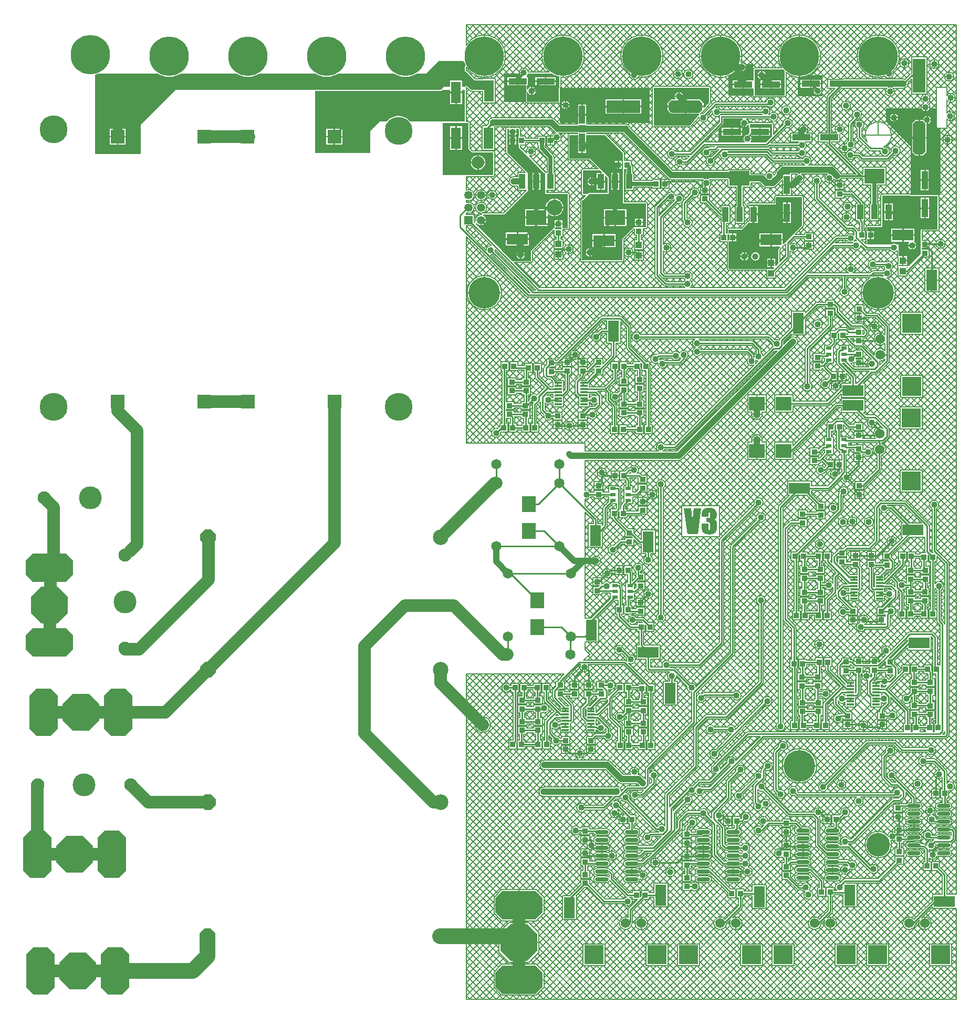
<source format=gtl>
%FSLAX25Y25*%
%MOIN*%
G70*
G01*
G75*
G04 Layer_Physical_Order=1*
G04 Layer_Color=255*
%ADD10C,0.00600*%
%ADD11R,0.03200X0.03800*%
%ADD12R,0.03937X0.11811*%
%ADD13R,0.03937X0.09449*%
%ADD14R,0.12992X0.09449*%
%ADD15R,0.03800X0.03200*%
%ADD16R,0.07087X0.13386*%
%ADD17R,0.11811X0.03937*%
%ADD18R,0.13386X0.07087*%
%ADD19R,0.09000X0.10000*%
%ADD20R,0.04724X0.01181*%
%ADD21O,0.08661X0.02362*%
G04:AMPARAMS|DCode=22|XSize=216.54mil|YSize=78.74mil|CornerRadius=0mil|HoleSize=0mil|Usage=FLASHONLY|Rotation=180.000|XOffset=0mil|YOffset=0mil|HoleType=Round|Shape=Octagon|*
%AMOCTAGOND22*
4,1,8,-0.10827,0.01969,-0.10827,-0.01969,-0.08858,-0.03937,0.08858,-0.03937,0.10827,-0.01969,0.10827,0.01969,0.08858,0.03937,-0.08858,0.03937,-0.10827,0.01969,0.0*
%
%ADD22OCTAGOND22*%

%ADD23R,0.21654X0.07874*%
G04:AMPARAMS|DCode=24|XSize=216.54mil|YSize=78.74mil|CornerRadius=0mil|HoleSize=0mil|Usage=FLASHONLY|Rotation=90.000|XOffset=0mil|YOffset=0mil|HoleType=Round|Shape=Octagon|*
%AMOCTAGOND24*
4,1,8,0.01969,0.10827,-0.01969,0.10827,-0.03937,0.08858,-0.03937,-0.08858,-0.01969,-0.10827,0.01969,-0.10827,0.03937,-0.08858,0.03937,0.08858,0.01969,0.10827,0.0*
%
%ADD24OCTAGOND24*%

%ADD25R,0.07874X0.21654*%
%ADD26R,0.03937X0.04331*%
%ADD27R,0.03740X0.02165*%
%ADD28R,0.10000X0.09000*%
%ADD29R,0.06299X0.13780*%
%ADD30C,0.00800*%
%ADD31C,0.01000*%
%ADD32C,0.04000*%
%ADD33C,0.06000*%
%ADD34C,0.08000*%
%ADD35C,0.01500*%
%ADD36C,0.02500*%
%ADD37C,0.10000*%
%ADD38C,0.03000*%
%ADD39C,0.25000*%
%ADD40C,0.20000*%
%ADD41R,0.08858X0.08858*%
%ADD42C,0.17716*%
%ADD43C,0.15000*%
%ADD44C,0.00250*%
%ADD45R,0.12000X0.12000*%
%ADD46C,0.06200*%
%ADD47R,0.12000X0.12000*%
%ADD48P,0.25569X8X202.5*%
G04:AMPARAMS|DCode=49|XSize=180mil|YSize=300mil|CornerRadius=0mil|HoleSize=0mil|Usage=FLASHONLY|Rotation=180.000|XOffset=0mil|YOffset=0mil|HoleType=Round|Shape=Octagon|*
%AMOCTAGOND49*
4,1,8,0.04500,-0.15000,-0.04500,-0.15000,-0.09000,-0.10500,-0.09000,0.10500,-0.04500,0.15000,0.04500,0.15000,0.09000,0.10500,0.09000,-0.10500,0.04500,-0.15000,0.0*
%
%ADD49OCTAGOND49*%

%ADD50C,0.09843*%
%ADD51P,0.10653X8X22.5*%
%ADD52P,0.25569X8X112.5*%
G04:AMPARAMS|DCode=53|XSize=180mil|YSize=300mil|CornerRadius=0mil|HoleSize=0mil|Usage=FLASHONLY|Rotation=90.000|XOffset=0mil|YOffset=0mil|HoleType=Round|Shape=Octagon|*
%AMOCTAGOND53*
4,1,8,-0.15000,-0.04500,-0.15000,0.04500,-0.10500,0.09000,0.10500,0.09000,0.15000,0.04500,0.15000,-0.04500,0.10500,-0.09000,-0.10500,-0.09000,-0.15000,-0.04500,0.0*
%
%ADD53OCTAGOND53*%

%ADD54C,0.08268*%
%ADD55C,0.14500*%
%ADD56C,0.06500*%
%ADD57C,0.05300*%
%ADD58R,0.05300X0.05300*%
%ADD59C,0.04000*%
%ADD60C,0.08000*%
%ADD61C,0.05000*%
%ADD62C,0.10000*%
G36*
X580400Y564930D02*
X580679Y564967D01*
X581311Y565229D01*
X581854Y565646D01*
X582271Y566189D01*
X582533Y566821D01*
X582557Y567000D01*
X587162D01*
Y555230D01*
X587352Y554771D01*
X587811Y554581D01*
X589500D01*
Y512000D01*
X570500D01*
Y543000D01*
X555000Y558500D01*
Y566847D01*
X555462Y567038D01*
X555500Y567000D01*
X577443D01*
X577467Y566821D01*
X577729Y566189D01*
X578146Y565646D01*
X578689Y565229D01*
X579321Y564967D01*
X579600Y564930D01*
Y567501D01*
X580400D01*
Y564930D01*
D02*
G37*
G36*
X442500Y570500D02*
X439582Y566974D01*
X439112Y567144D01*
Y567600D01*
X428085D01*
Y563463D01*
X436089D01*
X436302Y563011D01*
X430500Y556000D01*
X407500D01*
Y580000D01*
X442500D01*
Y570500D01*
D02*
G37*
G36*
X405000Y557500D02*
X364568D01*
Y562458D01*
X359432D01*
Y557500D01*
X348000D01*
Y580000D01*
X405000D01*
Y557500D01*
D02*
G37*
G36*
X343261Y559837D02*
X343893Y559414D01*
X343902Y559402D01*
X345586Y557718D01*
X345586Y557718D01*
X345586Y557718D01*
X347052Y556251D01*
X347350Y556052D01*
X347701Y555982D01*
X359132D01*
X359483Y556052D01*
X359780Y556251D01*
X359848Y556353D01*
X364152D01*
X364220Y556251D01*
X364517Y556052D01*
X364868Y555982D01*
X389701D01*
X389715Y555985D01*
X390461Y555837D01*
X391106Y555406D01*
X391537Y554761D01*
X391615Y554373D01*
X391664Y554382D01*
X391699Y554203D01*
X391898Y553905D01*
X392292Y553512D01*
X392292Y553512D01*
X392292Y553512D01*
X394413Y551391D01*
X394413Y551391D01*
X394413Y551391D01*
X396534Y549269D01*
X396534Y549269D01*
X396534Y549269D01*
X398656Y547148D01*
X398656Y547148D01*
X398656Y547148D01*
X400777Y545027D01*
X400777Y545027D01*
X400777Y545027D01*
X402898Y542905D01*
X402898Y542905D01*
X402898Y542905D01*
X405020Y540784D01*
X405020Y540784D01*
X405020Y540784D01*
X407141Y538663D01*
X407141Y538663D01*
X407141Y538663D01*
X409262Y536541D01*
X409262Y536541D01*
X409262Y536541D01*
X411383Y534420D01*
X411383Y534420D01*
X411383Y534420D01*
X413505Y532299D01*
X413505Y532299D01*
X413505Y532299D01*
X415626Y530177D01*
X415626Y530177D01*
X415626Y530177D01*
X417747Y528056D01*
X417747Y528056D01*
X417747Y528056D01*
X419052Y526751D01*
X419350Y526552D01*
X419701Y526482D01*
X454604D01*
X454904Y526236D01*
Y522817D01*
X469096D01*
Y524154D01*
X469396Y524400D01*
X476219D01*
X476233Y524403D01*
X476980Y524254D01*
X477536Y523882D01*
X477550Y523898D01*
X477806Y523726D01*
X478157Y523656D01*
X478450Y523446D01*
X478467Y523321D01*
X478729Y522689D01*
X479146Y522146D01*
X479689Y521729D01*
X480321Y521467D01*
X481000Y521378D01*
X481679Y521467D01*
X482311Y521729D01*
X482854Y522146D01*
X483271Y522689D01*
X483533Y523321D01*
X483846Y523545D01*
X483863Y523542D01*
X484215Y523611D01*
X484512Y523810D01*
X485180Y524478D01*
X485379Y524776D01*
X485449Y525127D01*
X485428Y525234D01*
X485429Y525242D01*
X485449Y525341D01*
X485449D01*
X485444Y525347D01*
X485595Y526102D01*
X486017Y526734D01*
X486030Y526743D01*
X486639Y527352D01*
X486639Y527352D01*
X486639Y527352D01*
X488689Y529402D01*
X488697Y529414D01*
X489330Y529837D01*
X490076Y529985D01*
X490091Y529982D01*
X503216D01*
X503304Y530000D01*
X505696D01*
X505785Y529982D01*
X520005D01*
X520020Y529985D01*
X520766Y529837D01*
X521399Y529414D01*
X521407Y529402D01*
X523283Y527526D01*
X523283Y527526D01*
X523283Y527526D01*
X525002Y525807D01*
X525014Y525799D01*
X525303Y525367D01*
X525303D01*
X525358Y525350D01*
X525424Y525216D01*
D01*
X525661Y524862D01*
X525661D01*
X525661Y524862D01*
X525661Y524862D01*
X525695Y524881D01*
X525838Y524669D01*
X526135Y524470D01*
X526486Y524400D01*
X535886D01*
X536237Y524470D01*
X536535Y524669D01*
X536733Y524966D01*
X536803Y525317D01*
X536733Y525668D01*
X536535Y525966D01*
X522765Y539736D01*
X522765Y539736D01*
X522765Y539736D01*
X520644Y541857D01*
X520644Y541857D01*
X520644Y541857D01*
X518517Y543984D01*
X518511Y543988D01*
X518459Y544113D01*
X518374Y544317D01*
X518376Y544324D01*
Y545632D01*
X518608Y545915D01*
X519108D01*
X519341Y545632D01*
Y544904D01*
X519411Y544553D01*
X519609Y544256D01*
X521326Y542539D01*
X521326Y542539D01*
X521326Y542539D01*
X523447Y540418D01*
X523447Y540418D01*
X523447Y540418D01*
X525568Y538297D01*
X525569Y538296D01*
X525569Y538296D01*
X527690Y536175D01*
X527690Y536175D01*
X527690Y536175D01*
X529811Y534054D01*
X529811Y534054D01*
X529811Y534054D01*
X531932Y531932D01*
X531932Y531932D01*
X531932Y531932D01*
X534054Y529811D01*
X534054Y529811D01*
X534054Y529811D01*
X536175Y527690D01*
X536175Y527690D01*
X536175Y527690D01*
X538297Y525568D01*
X538297Y525568D01*
X538297Y525568D01*
X539196Y524669D01*
X539494Y524470D01*
X539845Y524400D01*
X539975Y524425D01*
X540104Y524400D01*
X540387Y524167D01*
Y523667D01*
X540104Y523435D01*
X526486D01*
X526135Y523365D01*
X525838Y523166D01*
X525695Y522953D01*
X525661Y522972D01*
X525352Y522511D01*
X524708Y522081D01*
X523947Y521929D01*
X523186Y522081D01*
X522546Y522508D01*
X522545Y522516D01*
Y522516D01*
X522512Y522537D01*
X522491Y522570D01*
X522193Y522769D01*
X521842Y522839D01*
X521550Y523047D01*
X521533Y523179D01*
X521271Y523811D01*
X520854Y524354D01*
X520311Y524771D01*
X519679Y525033D01*
X519000Y525122D01*
X518655Y525077D01*
X518633Y525100D01*
X518563Y525451D01*
X518364Y525749D01*
X518067Y525948D01*
X517716Y526018D01*
X501285D01*
X500933Y525948D01*
X500636Y525749D01*
X500437Y525451D01*
X500367Y525100D01*
X500345Y525077D01*
X500000Y525122D01*
X499655Y525077D01*
X499633Y525100D01*
X499563Y525451D01*
X499364Y525749D01*
X499067Y525948D01*
X498715Y526018D01*
X494869D01*
X494517Y525948D01*
X494220Y525749D01*
X494021Y525451D01*
X493951Y525100D01*
Y524864D01*
X489431D01*
Y522689D01*
X489131Y522442D01*
X488780Y522373D01*
X488483Y522174D01*
X484307Y517998D01*
X484299Y517986D01*
X483666Y517563D01*
X482935Y517418D01*
X482920Y517415D01*
X482905Y517418D01*
X479095D01*
X479080Y517415D01*
X478334Y517563D01*
X477701Y517986D01*
X477693Y517998D01*
X475525Y520166D01*
X475227Y520365D01*
X474876Y520435D01*
X469396D01*
X469096Y520681D01*
Y522017D01*
X462400D01*
Y517093D01*
X462986D01*
X463232Y516793D01*
Y505207D01*
X462000Y504962D01*
X460768Y505207D01*
Y516793D01*
X460733Y516967D01*
X460836Y517093D01*
X461600D01*
Y522017D01*
X455408D01*
X455253Y522249D01*
X454955Y522448D01*
X454904Y522458D01*
Y522764D01*
X454604Y522518D01*
X443000D01*
X442649Y522448D01*
X442351Y522249D01*
X442152Y521951D01*
X442032Y521887D01*
X441679Y522033D01*
X441000Y522122D01*
X440321Y522033D01*
X439968Y521887D01*
X439848Y521951D01*
X439649Y522249D01*
X439351Y522448D01*
X439000Y522518D01*
X418500D01*
X418485Y522515D01*
X417739Y522663D01*
X417106Y523086D01*
X417098Y523098D01*
X397973Y542223D01*
X397973Y542223D01*
X397973Y542223D01*
X388448Y551749D01*
X388150Y551948D01*
X387799Y552018D01*
X364868D01*
X364517Y551948D01*
X364220Y551749D01*
X364152Y551647D01*
X359848D01*
X359780Y551749D01*
X359483Y551948D01*
X359132Y552018D01*
X347285D01*
X346933Y551948D01*
X346636Y551749D01*
X346215Y551681D01*
Y551681D01*
X346215Y551681D01*
X346148Y551782D01*
X346148Y551782D01*
X346017Y551979D01*
Y551979D01*
X346017Y551979D01*
X345725Y552174D01*
X345725Y552174D01*
X345725D01*
D01*
X345719Y552178D01*
X345716Y552178D01*
X345107Y552586D01*
X345098Y552598D01*
X341948Y555749D01*
X341650Y555948D01*
X341299Y556018D01*
X306719D01*
X306368Y555948D01*
X306070Y555749D01*
X305960Y555584D01*
X305897Y555490D01*
X303069D01*
Y547999D01*
X302269D01*
Y555451D01*
X302308Y555490D01*
X302961D01*
X302769Y555952D01*
X303363Y556545D01*
X303562Y556843D01*
X303632Y557194D01*
X303582Y557445D01*
X303620Y557456D01*
X303512Y558000D01*
X303663Y558761D01*
X304094Y559406D01*
X304739Y559837D01*
X305485Y559985D01*
X305500Y559982D01*
X342500D01*
X342515Y559985D01*
X343261Y559837D01*
D02*
G37*
G36*
X344034Y588292D02*
X345939Y587503D01*
X347500Y587128D01*
Y580361D01*
X347351Y580000D01*
Y571000D01*
X327000D01*
Y577167D01*
X327490Y577265D01*
X327729Y576689D01*
X328146Y576146D01*
X328689Y575729D01*
X329321Y575467D01*
X329600Y575430D01*
Y577999D01*
Y580570D01*
X329321Y580533D01*
X328689Y580271D01*
X328146Y579854D01*
X327729Y579311D01*
X327490Y578735D01*
X327000Y578833D01*
Y581431D01*
X327647D01*
Y586568D01*
X327000D01*
Y587836D01*
X327271Y588189D01*
X327533Y588821D01*
X327557Y589000D01*
X342879D01*
X344034Y588292D01*
D02*
G37*
G36*
X287582Y558500D02*
X252841D01*
X252169Y559319D01*
X250729Y560501D01*
X249086Y561379D01*
X247303Y561920D01*
X245449Y562103D01*
X243595Y561920D01*
X241812Y561379D01*
X240169Y560501D01*
X238728Y559319D01*
X238056Y558500D01*
X233500D01*
X227500Y552500D01*
Y538500D01*
X193000D01*
X192500Y539000D01*
Y577869D01*
X271370D01*
X272309Y577993D01*
X273185Y578355D01*
X273373Y578500D01*
X278250D01*
Y577400D01*
X285750D01*
Y578500D01*
X287582D01*
Y558500D01*
D02*
G37*
G36*
X322467Y588821D02*
X322729Y588189D01*
X323146Y587646D01*
X323689Y587229D01*
X324099Y587059D01*
X324002Y586568D01*
X321542D01*
Y583999D01*
Y581431D01*
X326351D01*
Y578833D01*
X326423Y578658D01*
X326460Y578472D01*
X326515Y578435D01*
X326541Y578374D01*
X326716Y578301D01*
X326793Y578250D01*
X326793Y577750D01*
X326716Y577699D01*
X326541Y577626D01*
X326515Y577565D01*
X326460Y577528D01*
X326423Y577342D01*
X326351Y577167D01*
Y571000D01*
X312500D01*
Y589000D01*
X322443D01*
X322467Y588821D01*
D02*
G37*
G36*
X490500Y590952D02*
Y575000D01*
X471500D01*
Y591500D01*
X490032D01*
X490500Y590952D01*
D02*
G37*
G36*
X547900Y518593D02*
X548486D01*
X548732Y518293D01*
Y506707D01*
X548486Y506407D01*
X547900D01*
Y501082D01*
X547100D01*
Y506407D01*
X546514D01*
X546268Y506707D01*
Y518293D01*
X546241Y518426D01*
X546379Y518593D01*
X547100D01*
Y523918D01*
X547900D01*
Y518593D01*
D02*
G37*
G36*
X482500Y549086D02*
X478535Y545122D01*
X468949D01*
X468788Y545595D01*
X468854Y545646D01*
X469271Y546189D01*
X469533Y546821D01*
X469570Y547100D01*
X466999D01*
Y547900D01*
X469570D01*
X469533Y548179D01*
X469271Y548811D01*
X468854Y549354D01*
X468881Y549432D01*
X474458D01*
Y551999D01*
Y554568D01*
X468931D01*
X468500Y555000D01*
X468500D01*
X468500Y555000D01*
Y557000D01*
X482500D01*
Y549086D01*
D02*
G37*
G36*
X290000Y541000D02*
X290500Y540500D01*
X292000Y539000D01*
X305500D01*
Y524500D01*
X273500D01*
Y557500D01*
X290000D01*
Y541000D01*
D02*
G37*
G36*
X374041Y527041D02*
X374878Y526204D01*
X374687Y525742D01*
X374345D01*
Y520817D01*
X376513D01*
Y523915D01*
X376975Y524106D01*
X378351Y522731D01*
Y513149D01*
X366500D01*
X366041Y512959D01*
X365582Y512500D01*
X362500D01*
Y527500D01*
X373582D01*
X374041Y527041D01*
D02*
G37*
G36*
X463971Y559888D02*
X463689Y559771D01*
X463146Y559354D01*
X462729Y558811D01*
X462467Y558179D01*
X462430Y557900D01*
X465001D01*
Y557501D01*
X465400D01*
Y554930D01*
X465679Y554967D01*
X466311Y555229D01*
X466854Y555646D01*
X467027Y555870D01*
X467500Y555709D01*
Y551000D01*
Y550539D01*
X467074Y550113D01*
X467000Y550122D01*
X466321Y550033D01*
X465689Y549771D01*
X465146Y549354D01*
X464729Y548811D01*
X464467Y548179D01*
X464378Y547500D01*
X464450Y546950D01*
X462622Y545122D01*
X448500D01*
Y553914D01*
X451293Y556707D01*
X451293Y556707D01*
X451467Y556966D01*
X452000Y557500D01*
Y560378D01*
X463874D01*
X463971Y559888D01*
D02*
G37*
G36*
X322000Y553500D02*
Y549000D01*
X321400D01*
Y544000D01*
X322000D01*
Y542500D01*
Y542000D01*
X338000Y526000D01*
X338500Y525500D01*
Y512500D01*
X353000D01*
Y491000D01*
X349525D01*
Y491400D01*
X349525D01*
Y493200D01*
X344525D01*
Y491400D01*
X344525D01*
Y491354D01*
X344171Y491000D01*
X344000D01*
X330000Y477000D01*
X329500Y476500D01*
Y470000D01*
X318000D01*
X311000Y477000D01*
X294500Y493500D01*
Y494372D01*
X294990Y494469D01*
X295035Y494361D01*
X295556Y493682D01*
X296235Y493161D01*
X297026Y492834D01*
X297474Y492775D01*
Y496001D01*
X297873D01*
Y496400D01*
X301099D01*
X301040Y496848D01*
X300713Y497639D01*
X300192Y498318D01*
X299513Y498839D01*
X299101Y499010D01*
X299198Y499500D01*
X312500D01*
X328000Y515000D01*
X327500Y515500D01*
Y526000D01*
X314500Y539000D01*
Y554000D01*
X315692D01*
X315913Y553552D01*
X315729Y553311D01*
X315467Y552679D01*
X315430Y552400D01*
X320570D01*
X320533Y552679D01*
X320271Y553311D01*
X319854Y553854D01*
X319904Y554000D01*
X321500D01*
X322000Y553500D01*
D02*
G37*
G36*
X388000Y538500D02*
Y506500D01*
X402500D01*
Y491500D01*
X395000D01*
X388000Y484500D01*
X387500Y484000D01*
Y470500D01*
X362000D01*
Y508500D01*
X362500D01*
X366500Y512500D01*
X379000D01*
Y523000D01*
X376513Y525487D01*
Y525742D01*
X376258D01*
X374500Y527500D01*
X367000Y535000D01*
X354000D01*
Y550000D01*
X359432D01*
Y545542D01*
X364568D01*
Y550000D01*
X376500D01*
X388000Y538500D01*
D02*
G37*
G36*
X501500Y492500D02*
X490500Y481500D01*
X489755Y480755D01*
X489293Y480946D01*
Y483100D01*
X482400D01*
Y479357D01*
X487703D01*
X487895Y478895D01*
X486500Y477500D01*
Y468500D01*
Y468240D01*
X485030Y466770D01*
X484569Y466961D01*
Y468446D01*
X482400D01*
Y466081D01*
X483688D01*
X483880Y465619D01*
X483260Y465000D01*
X455500D01*
X455000Y465500D01*
Y482500D01*
X455400D01*
Y482500D01*
X457200D01*
Y484999D01*
Y487500D01*
X455400D01*
Y487500D01*
X455354D01*
X455000Y487854D01*
Y490000D01*
X463500D01*
X468000Y494500D01*
X468000D01*
D01*
X468245D01*
X468487Y494258D01*
Y494258D01*
X470655D01*
Y499582D01*
Y504907D01*
X468487D01*
Y504907D01*
X468354D01*
X468000Y505261D01*
Y506000D01*
X485000D01*
Y510500D01*
X501500D01*
Y492500D01*
D02*
G37*
G36*
X442952Y313550D02*
X443196D01*
X443465Y313526D01*
X443782Y313477D01*
X444100Y313428D01*
X444759Y313281D01*
X445418Y313086D01*
X445735Y312940D01*
X446004Y312793D01*
X446272Y312598D01*
X446492Y312403D01*
X446516Y312378D01*
X446541Y312354D01*
X446589Y312281D01*
X446663Y312183D01*
X446736Y312061D01*
X446834Y311914D01*
X446931Y311744D01*
X447029Y311573D01*
X447224Y311109D01*
X447395Y310548D01*
X447517Y309913D01*
X447566Y309547D01*
Y309181D01*
Y309156D01*
Y309132D01*
Y309058D01*
Y308961D01*
X447541Y308717D01*
X447517Y308424D01*
X447468Y308082D01*
X447395Y307740D01*
X447297Y307423D01*
X447151Y307155D01*
X447126Y307130D01*
X447078Y307057D01*
X446980Y306935D01*
X446858Y306813D01*
X446687Y306642D01*
X446467Y306495D01*
X446223Y306349D01*
X445930Y306227D01*
X445979D01*
X446077Y306178D01*
X446223Y306129D01*
X446394Y306032D01*
X446614Y305910D01*
X446834Y305739D01*
X447029Y305543D01*
X447224Y305275D01*
X447249Y305251D01*
X447297Y305129D01*
X447346Y305031D01*
X447371Y304909D01*
X447419Y304762D01*
X447468Y304591D01*
X447517Y304372D01*
X447566Y304128D01*
X447590Y303859D01*
X447639Y303566D01*
X447663Y303200D01*
X447688Y302834D01*
X447712Y302395D01*
Y301931D01*
Y301906D01*
Y301858D01*
Y301735D01*
Y301613D01*
X447688Y301443D01*
Y301272D01*
X447663Y300832D01*
X447590Y300344D01*
X447517Y299832D01*
X447395Y299343D01*
X447249Y298904D01*
X447224Y298855D01*
X447151Y298733D01*
X447053Y298538D01*
X446882Y298294D01*
X446663Y298025D01*
X446394Y297757D01*
X446052Y297488D01*
X445662Y297244D01*
X445613Y297220D01*
X445467Y297147D01*
X445223Y297073D01*
X444905Y296976D01*
X444490Y296853D01*
X444002Y296780D01*
X443440Y296707D01*
X442830Y296683D01*
X442513D01*
X442342Y296707D01*
X442171D01*
X441732Y296756D01*
X441244Y296853D01*
X440731Y296951D01*
X440243Y297122D01*
X439779Y297342D01*
X439730Y297366D01*
X439608Y297464D01*
X439413Y297610D01*
X439169Y297781D01*
X438925Y298025D01*
X438681Y298294D01*
X438461Y298611D01*
X438290Y298953D01*
X438266Y299002D01*
Y299050D01*
X438241Y299148D01*
X438217Y299246D01*
X438192Y299392D01*
X438144Y299539D01*
X438119Y299734D01*
X438095Y299929D01*
X438046Y300173D01*
X438022Y300442D01*
X437997Y300735D01*
X437973Y301077D01*
Y301418D01*
X437948Y301809D01*
Y302224D01*
Y303688D01*
X442342D01*
Y300906D01*
Y300857D01*
Y300759D01*
Y300588D01*
Y300393D01*
X442367Y300173D01*
Y299978D01*
X442391Y299807D01*
X442415Y299710D01*
X442440Y299685D01*
X442489Y299612D01*
X442611Y299539D01*
X442781Y299514D01*
X442830D01*
X442952Y299539D01*
X443099Y299636D01*
X443172Y299685D01*
X443221Y299783D01*
Y299807D01*
X443245Y299856D01*
X443270Y299954D01*
X443294Y300100D01*
Y300320D01*
X443319Y300637D01*
X443343Y300808D01*
Y301028D01*
Y301247D01*
Y301516D01*
Y302614D01*
Y302663D01*
Y302761D01*
Y302907D01*
X443319Y303078D01*
X443270Y303493D01*
X443221Y303688D01*
X443148Y303835D01*
Y303859D01*
X443123Y303884D01*
X443026Y304030D01*
X442855Y304201D01*
X442611Y304323D01*
X442586D01*
X442537Y304347D01*
X442440Y304372D01*
X442269Y304396D01*
X442074Y304421D01*
X441781Y304445D01*
X441414D01*
X440975Y304469D01*
Y307155D01*
X441781D01*
X442098Y307179D01*
X442415D01*
X442659Y307203D01*
X442733Y307228D01*
X442830D01*
X442855Y307252D01*
X442952Y307325D01*
X443074Y307423D01*
X443196Y307618D01*
Y307643D01*
X443221Y307692D01*
X443245Y307765D01*
X443270Y307862D01*
X443294Y308009D01*
X443319Y308204D01*
X443343Y308424D01*
Y308668D01*
Y309547D01*
Y309571D01*
Y309669D01*
Y309815D01*
X443319Y309962D01*
X443294Y310279D01*
X443245Y310425D01*
X443196Y310523D01*
X443172Y310548D01*
X443099Y310645D01*
X443001Y310718D01*
X442830Y310743D01*
X442781D01*
X442684Y310718D01*
X442562Y310645D01*
X442440Y310523D01*
X442415Y310474D01*
Y310425D01*
X442391Y310328D01*
X442367Y310181D01*
Y309986D01*
X442342Y309742D01*
Y309449D01*
Y307960D01*
X437948D01*
Y309498D01*
Y309522D01*
Y309596D01*
Y309718D01*
X437973Y309889D01*
Y310084D01*
X437997Y310303D01*
X438095Y310792D01*
X438217Y311329D01*
X438412Y311866D01*
X438681Y312330D01*
X438851Y312549D01*
X439047Y312720D01*
X439071D01*
X439096Y312769D01*
X439169Y312793D01*
X439266Y312866D01*
X439364Y312915D01*
X439510Y312988D01*
X439681Y313062D01*
X439901Y313159D01*
X440121Y313233D01*
X440365Y313306D01*
X440658Y313379D01*
X440975Y313452D01*
X441292Y313501D01*
X441659Y313550D01*
X442074Y313574D01*
X442757D01*
X442952Y313550D01*
D02*
G37*
G36*
X287484Y596016D02*
X287503Y595939D01*
X287992Y594758D01*
X288149Y593969D01*
X287851Y593771D01*
X287652Y593473D01*
X287582Y593122D01*
Y590918D01*
X287652Y590567D01*
X287851Y590269D01*
X288069Y590124D01*
X288055Y590097D01*
X288128Y590067D01*
X288745Y589594D01*
X288745Y589594D01*
X288745Y589594D01*
X288755D01*
X290682Y587667D01*
X290682Y587667D01*
X290682Y587667D01*
X292803Y585545D01*
D01*
D01*
X293597Y584751D01*
X293895Y584552D01*
X294246Y584482D01*
X298950D01*
X299250Y584236D01*
Y578764D01*
X298950Y578518D01*
X292631D01*
Y578524D01*
X291860Y578626D01*
X291143Y578923D01*
X290527Y579396D01*
X290522Y579391D01*
X289149Y580764D01*
X288851Y580963D01*
X288500Y581033D01*
X288149Y580963D01*
X288082Y580918D01*
X288000Y581000D01*
X287500Y580500D01*
X285750D01*
Y584490D01*
X278250D01*
Y580500D01*
X106000D01*
X87000Y561500D01*
X82000Y556500D01*
Y538000D01*
X53000D01*
Y588248D01*
X54061Y588503D01*
X55261Y589000D01*
X92879D01*
X94034Y588292D01*
X95939Y587503D01*
X97944Y587021D01*
X100000Y586860D01*
X102056Y587021D01*
X104061Y587503D01*
X105966Y588292D01*
X107122Y589000D01*
X142878D01*
X144034Y588292D01*
X145939Y587503D01*
X147944Y587021D01*
X150000Y586860D01*
X152056Y587021D01*
X154061Y587503D01*
X155966Y588292D01*
X157122Y589000D01*
X192878D01*
X194034Y588292D01*
X195939Y587503D01*
X197944Y587021D01*
X200000Y586860D01*
X202056Y587021D01*
X204061Y587503D01*
X205966Y588292D01*
X207121Y589000D01*
X242879D01*
X244034Y588292D01*
X245939Y587503D01*
X247944Y587021D01*
X250000Y586860D01*
X252056Y587021D01*
X254061Y587503D01*
X255966Y588292D01*
X257121Y589000D01*
X263000D01*
X271000Y597000D01*
X286500D01*
X287484Y596016D01*
D02*
G37*
G36*
X470500Y584569D02*
X464542D01*
Y581999D01*
Y579431D01*
X470500D01*
Y575000D01*
X455000D01*
Y587892D01*
X455966Y588292D01*
X457724Y589369D01*
X459292Y590708D01*
X460559Y592192D01*
X460841Y592147D01*
X461106Y591985D01*
X461229Y591689D01*
X461646Y591146D01*
X462189Y590729D01*
X462821Y590467D01*
X463100Y590430D01*
Y593001D01*
X463499D01*
Y593400D01*
X466070D01*
X466033Y593679D01*
X465771Y594311D01*
X465354Y594854D01*
X465404Y595000D01*
X470500D01*
Y584569D01*
D02*
G37*
G36*
X500400Y586891D02*
X502056Y587021D01*
X504061Y587503D01*
X505261Y588000D01*
X514500D01*
Y578833D01*
X514010Y578735D01*
X513771Y579311D01*
X513354Y579854D01*
X513380Y579931D01*
X513647D01*
Y582100D01*
X507542D01*
Y579931D01*
X509140D01*
X509361Y579483D01*
X509229Y579311D01*
X508967Y578679D01*
X508930Y578400D01*
X511501D01*
Y578001D01*
X511900D01*
Y575430D01*
X512179Y575467D01*
X512811Y575729D01*
X513354Y576146D01*
X513771Y576689D01*
X514010Y577265D01*
X514500Y577167D01*
Y574500D01*
X499000D01*
Y586570D01*
X499367Y586909D01*
X499600Y586891D01*
Y600001D01*
X500400D01*
Y586891D01*
D02*
G37*
G36*
X435507Y297000D02*
X428917D01*
X426500Y313281D01*
X431236D01*
Y313257D01*
Y313208D01*
X431260Y313111D01*
Y312988D01*
X431284Y312818D01*
X431309Y312622D01*
X431333Y312403D01*
X431358Y312159D01*
X431382Y311890D01*
X431406Y311597D01*
X431480Y310914D01*
X431553Y310181D01*
X431626Y309376D01*
X431699Y308497D01*
X431773Y307594D01*
X431846Y306691D01*
X431919Y305739D01*
X431992Y304811D01*
X432041Y303884D01*
X432090Y303005D01*
X432114Y302151D01*
Y302175D01*
Y302199D01*
Y302346D01*
X432139Y302590D01*
Y302907D01*
X432163Y303298D01*
Y303737D01*
X432188Y304250D01*
X432212Y304811D01*
X432261Y305421D01*
X432285Y306056D01*
X432334Y306715D01*
X432383Y307399D01*
X432480Y308766D01*
X432603Y310133D01*
X432895Y313281D01*
X437655D01*
X435507Y297000D01*
D02*
G37*
G36*
X571463Y587837D02*
Y588085D01*
X576001D01*
Y587285D01*
X571463D01*
Y586847D01*
X571163Y586601D01*
X570870Y586543D01*
X570812Y586531D01*
X570514Y586332D01*
X568137Y583955D01*
X567938Y583657D01*
X567868Y583306D01*
X567918Y583055D01*
X567880Y583044D01*
X567985Y582515D01*
X567982Y582500D01*
X567985Y582485D01*
X567837Y581739D01*
X567406Y581094D01*
X566761Y580663D01*
X566015Y580515D01*
X566000Y580518D01*
X559500D01*
X559149Y580448D01*
X558851Y580249D01*
X558652Y579951D01*
D01*
Y579951D01*
X558652D01*
D01*
Y579951D01*
X558539Y579884D01*
X558179Y580033D01*
X557500Y580122D01*
X556821Y580033D01*
X556468Y579887D01*
X556348Y579951D01*
X556149Y580249D01*
X555851Y580448D01*
X555500Y580518D01*
X531364D01*
Y582100D01*
X525258D01*
Y579931D01*
X524961D01*
X525152Y579470D01*
X519609Y573927D01*
X519411Y573630D01*
X519341Y573278D01*
Y551369D01*
X519108Y551085D01*
X518608D01*
X518376Y551369D01*
Y573858D01*
X518374Y573866D01*
X518511Y574195D01*
X518517Y574199D01*
X521581Y577263D01*
X521581Y577263D01*
X521581Y577263D01*
X523301Y578983D01*
X523499Y579280D01*
X523569Y579632D01*
X523815Y579931D01*
X524458D01*
Y582501D01*
X524857D01*
Y582900D01*
X531364D01*
Y584482D01*
X566000D01*
X566015Y584485D01*
X566544Y584380D01*
X566555Y584418D01*
X566806Y584368D01*
X567157Y584438D01*
X567455Y584637D01*
X570529Y587711D01*
X570529Y587711D01*
X570529Y587711D01*
X570844Y588026D01*
X571047Y588115D01*
X571463Y587837D01*
D02*
G37*
G36*
X570500Y511351D02*
X587500D01*
Y490000D01*
X577000D01*
Y482800D01*
Y478400D01*
Y477200D01*
Y474500D01*
X569500Y467000D01*
X563000D01*
Y467581D01*
X565100D01*
Y470345D01*
Y473112D01*
X563000D01*
Y480500D01*
X561664D01*
X561311Y480771D01*
X560679Y481033D01*
X560000Y481122D01*
X559321Y481033D01*
X558689Y480771D01*
X558335Y480500D01*
X543000D01*
Y484000D01*
X544700D01*
Y486499D01*
Y489000D01*
X543000D01*
Y491500D01*
X552000D01*
X552500Y492000D01*
Y508000D01*
Y511500D01*
X570139D01*
X570500Y511351D01*
D02*
G37*
%LPC*%
G36*
X382600Y502907D02*
X375904D01*
Y497983D01*
X382600D01*
Y502907D01*
D02*
G37*
G36*
X582068Y503242D02*
X579900D01*
Y497136D01*
X582068D01*
Y503242D01*
D02*
G37*
G36*
X350096Y503600D02*
X344900D01*
Y498404D01*
X345962Y498544D01*
X347324Y499108D01*
X348494Y500006D01*
X349392Y501176D01*
X349956Y502538D01*
X350096Y503600D01*
D02*
G37*
G36*
X390096Y502907D02*
X383400D01*
Y497983D01*
X390096D01*
Y502907D01*
D02*
G37*
G36*
X332600Y503025D02*
X325904D01*
Y498101D01*
X332600D01*
Y503025D01*
D02*
G37*
G36*
X481600Y468446D02*
X479431D01*
Y466081D01*
X481600D01*
Y468446D01*
D02*
G37*
G36*
X344100Y503600D02*
X338904D01*
X338931Y503401D01*
X338601Y503025D01*
X333400D01*
Y498101D01*
X340096D01*
Y499755D01*
X340545Y499976D01*
X341676Y499108D01*
X343038Y498544D01*
X344100Y498404D01*
Y503600D01*
D02*
G37*
G36*
X494568Y500242D02*
X492400D01*
Y494136D01*
X494568D01*
Y500242D01*
D02*
G37*
G36*
X473624Y499183D02*
X471455D01*
Y494258D01*
X473624D01*
Y499183D01*
D02*
G37*
G36*
X568069Y469946D02*
X565900D01*
Y467581D01*
X568069D01*
Y469946D01*
D02*
G37*
G36*
X349525Y495800D02*
X347425D01*
Y494000D01*
X349525D01*
Y495800D01*
D02*
G37*
G36*
X491600Y500242D02*
X489431D01*
Y494136D01*
X491600D01*
Y500242D01*
D02*
G37*
G36*
X559124Y500683D02*
X556955D01*
Y495758D01*
X559124D01*
Y500683D01*
D02*
G37*
G36*
X579100Y503242D02*
X576931D01*
Y497136D01*
X579100D01*
Y503242D01*
D02*
G37*
G36*
X556155Y500683D02*
X553987D01*
Y495758D01*
X556155D01*
Y500683D01*
D02*
G37*
G36*
X397600Y496800D02*
X395500D01*
Y495000D01*
X397600D01*
Y496800D01*
D02*
G37*
G36*
X400500D02*
X398400D01*
Y495000D01*
X400500D01*
Y496800D01*
D02*
G37*
G36*
X385568Y520017D02*
X383400D01*
Y515093D01*
X385568D01*
Y520017D01*
D02*
G37*
G36*
X332600Y520135D02*
X330432D01*
Y515211D01*
X332600D01*
Y520135D01*
D02*
G37*
G36*
X382600Y520017D02*
X380432D01*
Y515093D01*
X382600D01*
Y520017D01*
D02*
G37*
G36*
X373545D02*
X371376D01*
Y515093D01*
X373545D01*
Y520017D01*
D02*
G37*
G36*
X376513D02*
X374345D01*
Y515093D01*
X376513D01*
Y520017D01*
D02*
G37*
G36*
X367600Y522987D02*
X367321Y522950D01*
X366689Y522688D01*
X366146Y522272D01*
X365729Y521729D01*
X365467Y521096D01*
X365430Y520817D01*
X367600D01*
Y522987D01*
D02*
G37*
G36*
X368400D02*
Y520817D01*
X370570D01*
X370533Y521096D01*
X370271Y521729D01*
X369854Y522272D01*
X369311Y522688D01*
X368679Y522950D01*
X368400Y522987D01*
D02*
G37*
G36*
X370570Y520017D02*
X368400D01*
Y517847D01*
X368679Y517884D01*
X369311Y518146D01*
X369854Y518563D01*
X370271Y519106D01*
X370533Y519739D01*
X370570Y520017D01*
D02*
G37*
G36*
X335568Y520135D02*
X333400D01*
Y515211D01*
X335568D01*
Y520135D01*
D02*
G37*
G36*
X367600Y520017D02*
X365430D01*
X365467Y519739D01*
X365729Y519106D01*
X366146Y518563D01*
X366689Y518146D01*
X367321Y517884D01*
X367600Y517847D01*
Y520017D01*
D02*
G37*
G36*
X582068Y520958D02*
X579900D01*
Y514853D01*
X582068D01*
Y520958D01*
D02*
G37*
G36*
X556155Y506407D02*
X553987D01*
Y501483D01*
X556155D01*
Y506407D01*
D02*
G37*
G36*
X559124D02*
X556955D01*
Y501483D01*
X559124D01*
Y506407D01*
D02*
G37*
G36*
X494568Y507147D02*
X492400D01*
Y501042D01*
X494568D01*
Y507147D01*
D02*
G37*
G36*
X473624Y504907D02*
X471455D01*
Y499983D01*
X473624D01*
Y504907D01*
D02*
G37*
G36*
X491600Y507147D02*
X489431D01*
Y501042D01*
X491600D01*
Y507147D01*
D02*
G37*
G36*
X344900Y509596D02*
Y504400D01*
X350096D01*
X349956Y505462D01*
X349392Y506824D01*
X348494Y507994D01*
X347324Y508892D01*
X345962Y509456D01*
X344900Y509596D01*
D02*
G37*
G36*
X579100Y520958D02*
X576931D01*
Y514853D01*
X579100D01*
Y520958D01*
D02*
G37*
G36*
X344100Y509596D02*
X343038Y509456D01*
X341676Y508892D01*
X340506Y507994D01*
X339608Y506824D01*
X339044Y505462D01*
X338904Y504400D01*
X344100D01*
Y509596D01*
D02*
G37*
G36*
X579100Y510147D02*
X576931D01*
Y504042D01*
X579100D01*
Y510147D01*
D02*
G37*
G36*
X582068D02*
X579900D01*
Y504042D01*
X582068D01*
Y510147D01*
D02*
G37*
G36*
X346625Y495800D02*
X344525D01*
Y494000D01*
X346625D01*
Y495800D01*
D02*
G37*
G36*
X375600Y482600D02*
X368707D01*
Y478857D01*
X375600D01*
Y482600D01*
D02*
G37*
G36*
X383293D02*
X376400D01*
Y478857D01*
X383293D01*
Y482600D01*
D02*
G37*
G36*
X467570Y472600D02*
X465400D01*
Y470430D01*
X465679Y470467D01*
X466311Y470729D01*
X466854Y471146D01*
X467271Y471689D01*
X467533Y472321D01*
X467570Y472600D01*
D02*
G37*
G36*
X574070Y479600D02*
X571900D01*
Y477430D01*
X572179Y477467D01*
X572811Y477729D01*
X573354Y478146D01*
X573771Y478689D01*
X574033Y479321D01*
X574070Y479600D01*
D02*
G37*
G36*
X568069Y473112D02*
X565900D01*
Y470747D01*
X568069D01*
Y473112D01*
D02*
G37*
G36*
X464600Y472600D02*
X462430D01*
X462467Y472321D01*
X462729Y471689D01*
X463146Y471146D01*
X463689Y470729D01*
X464321Y470467D01*
X464600Y470430D01*
Y472600D01*
D02*
G37*
G36*
X572793Y486100D02*
X565900D01*
Y482357D01*
X569523D01*
X569683Y481883D01*
X569646Y481854D01*
X569229Y481311D01*
X568967Y480679D01*
X568930Y480400D01*
X574070D01*
X574033Y480679D01*
X573771Y481311D01*
X573354Y481854D01*
X572811Y482271D01*
X572779Y482285D01*
X572793Y482357D01*
X572793D01*
X572793Y482357D01*
Y486100D01*
D02*
G37*
G36*
X565100D02*
X558207D01*
Y482357D01*
X565100D01*
Y486100D01*
D02*
G37*
G36*
X328293Y483600D02*
X321400D01*
Y479857D01*
X328293D01*
Y483600D01*
D02*
G37*
G36*
X481600Y483100D02*
X474707D01*
Y479357D01*
X481600D01*
Y483100D01*
D02*
G37*
G36*
X320600Y483600D02*
X313707D01*
Y479857D01*
X320600D01*
Y483600D01*
D02*
G37*
G36*
X464600Y475570D02*
X464321Y475533D01*
X463689Y475271D01*
X463146Y474854D01*
X462729Y474311D01*
X462467Y473679D01*
X462430Y473400D01*
X464600D01*
Y475570D01*
D02*
G37*
G36*
X465400D02*
Y473400D01*
X467570D01*
X467533Y473679D01*
X467271Y474311D01*
X466854Y474854D01*
X466311Y475271D01*
X465679Y475533D01*
X465400Y475570D01*
D02*
G37*
G36*
X369570Y475100D02*
X367400D01*
Y472930D01*
X367679Y472967D01*
X368311Y473229D01*
X368854Y473646D01*
X369271Y474189D01*
X369533Y474821D01*
X369570Y475100D01*
D02*
G37*
G36*
X325570Y473600D02*
X323400D01*
Y471430D01*
X323679Y471467D01*
X324311Y471729D01*
X324854Y472146D01*
X325271Y472689D01*
X325533Y473321D01*
X325570Y473600D01*
D02*
G37*
G36*
X366600Y475100D02*
X364430D01*
X364467Y474821D01*
X364729Y474189D01*
X365146Y473646D01*
X365689Y473229D01*
X366321Y472967D01*
X366600Y472930D01*
Y475100D01*
D02*
G37*
G36*
X322600Y476570D02*
X322321Y476533D01*
X321689Y476271D01*
X321146Y475854D01*
X320729Y475311D01*
X320467Y474679D01*
X320430Y474400D01*
X322600D01*
Y476570D01*
D02*
G37*
G36*
Y473600D02*
X320430D01*
X320467Y473321D01*
X320729Y472689D01*
X321146Y472146D01*
X321689Y471729D01*
X322321Y471467D01*
X322600Y471430D01*
Y473600D01*
D02*
G37*
G36*
X571100Y479600D02*
X568930D01*
X568967Y479321D01*
X569229Y478689D01*
X569646Y478146D01*
X570189Y477729D01*
X570821Y477467D01*
X571100Y477430D01*
Y479600D01*
D02*
G37*
G36*
X367400Y478070D02*
Y475900D01*
X369570D01*
X369533Y476179D01*
X369271Y476811D01*
X368854Y477354D01*
X368311Y477771D01*
X367679Y478033D01*
X367400Y478070D01*
D02*
G37*
G36*
X323400Y476570D02*
Y474400D01*
X325570D01*
X325533Y474679D01*
X325271Y475311D01*
X324854Y475854D01*
X324311Y476271D01*
X323679Y476533D01*
X323400Y476570D01*
D02*
G37*
G36*
X366600Y478070D02*
X366321Y478033D01*
X365689Y477771D01*
X365146Y477354D01*
X364729Y476811D01*
X364467Y476179D01*
X364430Y475900D01*
X366600D01*
Y478070D01*
D02*
G37*
G36*
X382600Y497183D02*
X375904D01*
Y492258D01*
X382600D01*
Y497183D01*
D02*
G37*
G36*
X390096D02*
X383400D01*
Y492258D01*
X390096D01*
Y497183D01*
D02*
G37*
G36*
X484569Y471612D02*
X482400D01*
Y469246D01*
X484569D01*
Y471612D01*
D02*
G37*
G36*
X565100Y490643D02*
X558207D01*
Y486900D01*
X565100D01*
Y490643D01*
D02*
G37*
G36*
X572793D02*
X565900D01*
Y486900D01*
X572793D01*
Y490643D01*
D02*
G37*
G36*
X332600Y497301D02*
X325904D01*
Y492376D01*
X332600D01*
Y497301D01*
D02*
G37*
G36*
X400500Y494200D02*
X398400D01*
Y492400D01*
X400500D01*
Y494200D01*
D02*
G37*
G36*
X301099Y495600D02*
X298274D01*
Y492775D01*
X298722Y492834D01*
X299513Y493161D01*
X300192Y493682D01*
X300713Y494361D01*
X301040Y495152D01*
X301099Y495600D01*
D02*
G37*
G36*
X481600Y471612D02*
X479431D01*
Y469246D01*
X481600D01*
Y471612D01*
D02*
G37*
G36*
X340096Y497301D02*
X333400D01*
Y492376D01*
X340096D01*
Y497301D01*
D02*
G37*
G36*
X397600Y494200D02*
X395500D01*
Y492400D01*
X397600D01*
Y494200D01*
D02*
G37*
G36*
X481600Y487643D02*
X474707D01*
Y483900D01*
X481600D01*
Y487643D01*
D02*
G37*
G36*
X489293D02*
X482400D01*
Y483900D01*
X489293D01*
Y487643D01*
D02*
G37*
G36*
X383293Y487143D02*
X376400D01*
Y483400D01*
X383293D01*
Y487143D01*
D02*
G37*
G36*
X459800Y484600D02*
X458000D01*
Y482500D01*
X459800D01*
Y484600D01*
D02*
G37*
G36*
X375600Y487143D02*
X368707D01*
Y483400D01*
X375600D01*
Y487143D01*
D02*
G37*
G36*
X472000Y475622D02*
X471321Y475533D01*
X470689Y475271D01*
X470146Y474854D01*
X469729Y474311D01*
X469467Y473679D01*
X469378Y473000D01*
X469467Y472321D01*
X469729Y471689D01*
X470146Y471146D01*
X470689Y470729D01*
X471321Y470467D01*
X472000Y470378D01*
X472679Y470467D01*
X473311Y470729D01*
X473854Y471146D01*
X474271Y471689D01*
X474533Y472321D01*
X474622Y473000D01*
X474533Y473679D01*
X474271Y474311D01*
X473854Y474854D01*
X473311Y475271D01*
X472679Y475533D01*
X472000Y475622D01*
D02*
G37*
G36*
X459800Y487500D02*
X458000D01*
Y485400D01*
X459800D01*
Y487500D01*
D02*
G37*
G36*
X547300Y489000D02*
X545500D01*
Y486900D01*
X547300D01*
Y489000D01*
D02*
G37*
G36*
X328293Y488143D02*
X321400D01*
Y484400D01*
X328293D01*
Y488143D01*
D02*
G37*
G36*
X547300Y486100D02*
X545500D01*
Y484000D01*
X547300D01*
Y486100D01*
D02*
G37*
G36*
X320600Y488143D02*
X313707D01*
Y484400D01*
X320600D01*
Y488143D01*
D02*
G37*
G36*
X373545Y525742D02*
X371376D01*
Y520817D01*
X373545D01*
Y525742D01*
D02*
G37*
G36*
X436843Y572537D02*
X428085D01*
Y568400D01*
X439112D01*
Y570268D01*
X436843Y572537D01*
D02*
G37*
G36*
X351100Y571570D02*
X350821Y571533D01*
X350189Y571271D01*
X349646Y570854D01*
X349229Y570311D01*
X348967Y569679D01*
X348930Y569400D01*
X351100D01*
Y571570D01*
D02*
G37*
G36*
X426070Y574100D02*
X420930D01*
X420967Y573821D01*
X421229Y573189D01*
X421385Y572986D01*
X421164Y572537D01*
X418527D01*
X416258Y570268D01*
Y568400D01*
X427285D01*
Y572537D01*
X425836D01*
X425615Y572986D01*
X425771Y573189D01*
X426033Y573821D01*
X426070Y574100D01*
D02*
G37*
G36*
X387915Y572537D02*
X376888D01*
Y568400D01*
X387915D01*
Y572537D01*
D02*
G37*
G36*
X399742D02*
X388715D01*
Y568400D01*
X399742D01*
Y572537D01*
D02*
G37*
G36*
X351900Y571570D02*
Y569400D01*
X354070D01*
X354033Y569679D01*
X353771Y570311D01*
X353354Y570854D01*
X352811Y571271D01*
X352179Y571533D01*
X351900Y571570D01*
D02*
G37*
G36*
X423900Y577070D02*
Y574900D01*
X426070D01*
X426033Y575179D01*
X425771Y575811D01*
X425354Y576354D01*
X424811Y576771D01*
X424179Y577033D01*
X423900Y577070D01*
D02*
G37*
G36*
X332570Y577600D02*
X330400D01*
Y575430D01*
X330679Y575467D01*
X331311Y575729D01*
X331854Y576146D01*
X332271Y576689D01*
X332533Y577321D01*
X332570Y577600D01*
D02*
G37*
G36*
X423100Y577070D02*
X422821Y577033D01*
X422189Y576771D01*
X421646Y576354D01*
X421229Y575811D01*
X420967Y575179D01*
X420930Y574900D01*
X423100D01*
Y577070D01*
D02*
G37*
G36*
X281600Y576600D02*
X278250D01*
Y569510D01*
X281600D01*
Y576600D01*
D02*
G37*
G36*
X285750D02*
X282400D01*
Y569510D01*
X285750D01*
Y576600D01*
D02*
G37*
G36*
X560400Y563570D02*
Y561400D01*
X562570D01*
X562533Y561679D01*
X562271Y562311D01*
X561854Y562854D01*
X561311Y563271D01*
X560679Y563533D01*
X560400Y563570D01*
D02*
G37*
G36*
X361600Y569364D02*
X359432D01*
Y563258D01*
X361600D01*
Y569364D01*
D02*
G37*
G36*
X559600Y563570D02*
X559321Y563533D01*
X558689Y563271D01*
X558146Y562854D01*
X557729Y562311D01*
X557467Y561679D01*
X557430Y561400D01*
X559600D01*
Y563570D01*
D02*
G37*
G36*
X580600Y562070D02*
X580321Y562033D01*
X579689Y561771D01*
X579146Y561354D01*
X578729Y560811D01*
X578467Y560179D01*
X578430Y559900D01*
X580600D01*
Y562070D01*
D02*
G37*
G36*
X581400D02*
Y559900D01*
X583570D01*
X583533Y560179D01*
X583271Y560811D01*
X582854Y561354D01*
X582311Y561771D01*
X581679Y562033D01*
X581400Y562070D01*
D02*
G37*
G36*
X364568Y569364D02*
X362400D01*
Y563258D01*
X364568D01*
Y569364D01*
D02*
G37*
G36*
X351100Y568600D02*
X348930D01*
X348967Y568321D01*
X349229Y567689D01*
X349646Y567146D01*
X350189Y566729D01*
X350821Y566467D01*
X351100Y566430D01*
Y568600D01*
D02*
G37*
G36*
X354070D02*
X351900D01*
Y566430D01*
X352179Y566467D01*
X352811Y566729D01*
X353354Y567146D01*
X353771Y567689D01*
X354033Y568321D01*
X354070Y568600D01*
D02*
G37*
G36*
X427285Y567600D02*
X416258D01*
Y565731D01*
X418527Y563463D01*
X427285D01*
Y567600D01*
D02*
G37*
G36*
X387915D02*
X376888D01*
Y563463D01*
X387915D01*
Y567600D01*
D02*
G37*
G36*
X399742D02*
X388715D01*
Y563463D01*
X399742D01*
Y567600D01*
D02*
G37*
G36*
X320742Y586568D02*
X314636D01*
Y584400D01*
X320742D01*
Y586568D01*
D02*
G37*
G36*
X338458D02*
X332353D01*
Y584400D01*
X338458D01*
Y586568D01*
D02*
G37*
G36*
X513647Y585069D02*
X507542D01*
Y582900D01*
X513647D01*
Y585069D01*
D02*
G37*
G36*
X488364Y584569D02*
X482258D01*
Y582400D01*
X488364D01*
Y584569D01*
D02*
G37*
G36*
X506742Y585069D02*
X500636D01*
Y582900D01*
X506742D01*
Y585069D01*
D02*
G37*
G36*
X345364Y586568D02*
X339258D01*
Y584400D01*
X345364D01*
Y586568D01*
D02*
G37*
G36*
X476400Y590570D02*
Y588400D01*
X478570D01*
X478533Y588679D01*
X478271Y589311D01*
X477854Y589854D01*
X477311Y590271D01*
X476679Y590533D01*
X476400Y590570D01*
D02*
G37*
G36*
X466070Y592600D02*
X463900D01*
Y590430D01*
X464179Y590467D01*
X464811Y590729D01*
X465354Y591146D01*
X465771Y591689D01*
X466033Y592321D01*
X466070Y592600D01*
D02*
G37*
G36*
X475600Y590570D02*
X475321Y590533D01*
X474689Y590271D01*
X474146Y589854D01*
X473729Y589311D01*
X473467Y588679D01*
X473430Y588400D01*
X475600D01*
Y590570D01*
D02*
G37*
G36*
Y587600D02*
X473430D01*
X473467Y587321D01*
X473729Y586689D01*
X474146Y586146D01*
X474689Y585729D01*
X475321Y585467D01*
X475600Y585430D01*
Y587600D01*
D02*
G37*
G36*
X478570D02*
X476400D01*
Y585430D01*
X476679Y585467D01*
X477311Y585729D01*
X477854Y586146D01*
X478271Y586689D01*
X478533Y587321D01*
X478570Y587600D01*
D02*
G37*
G36*
X481458Y581600D02*
X475353D01*
Y579431D01*
X481458D01*
Y581600D01*
D02*
G37*
G36*
X488364D02*
X482258D01*
Y579431D01*
X488364D01*
Y581600D01*
D02*
G37*
G36*
X463742D02*
X457636D01*
Y579431D01*
X463742D01*
Y581600D01*
D02*
G37*
G36*
X511100Y577600D02*
X508930D01*
X508967Y577321D01*
X509229Y576689D01*
X509646Y576146D01*
X510189Y575729D01*
X510821Y575467D01*
X511100Y575430D01*
Y577600D01*
D02*
G37*
G36*
X330400Y580570D02*
Y578400D01*
X332570D01*
X332533Y578679D01*
X332271Y579311D01*
X331854Y579854D01*
X331311Y580271D01*
X330679Y580533D01*
X330400Y580570D01*
D02*
G37*
G36*
X506742Y582100D02*
X500636D01*
Y579931D01*
X506742D01*
Y582100D01*
D02*
G37*
G36*
X463742Y584569D02*
X457636D01*
Y582400D01*
X463742D01*
Y584569D01*
D02*
G37*
G36*
X481458D02*
X475353D01*
Y582400D01*
X481458D01*
Y584569D01*
D02*
G37*
G36*
X345364Y583600D02*
X339258D01*
Y581431D01*
X345364D01*
Y583600D01*
D02*
G37*
G36*
X320742D02*
X314636D01*
Y581431D01*
X320742D01*
Y583600D01*
D02*
G37*
G36*
X338458D02*
X332353D01*
Y581431D01*
X338458D01*
Y583600D01*
D02*
G37*
G36*
X578416Y559792D02*
X578268Y559742D01*
Y559742D01*
X578268Y559742D01*
X576400D01*
Y548715D01*
X580537D01*
Y556559D01*
X580913Y556889D01*
X580600Y556930D01*
Y559100D01*
X578430D01*
X578377Y559500D01*
X578416Y559792D01*
D02*
G37*
G36*
X575600Y547915D02*
X571463D01*
Y539157D01*
X573732Y536888D01*
X575600D01*
Y547915D01*
D02*
G37*
G36*
X580537D02*
X576400D01*
Y536888D01*
X578268D01*
X580537Y539157D01*
Y547915D01*
D02*
G37*
G36*
X296400Y537087D02*
Y532900D01*
X300587D01*
X300482Y533701D01*
X300018Y534820D01*
X299281Y535781D01*
X298320Y536518D01*
X297201Y536982D01*
X296400Y537087D01*
D02*
G37*
G36*
X387200Y533500D02*
X385400D01*
Y531400D01*
X387200D01*
Y533500D01*
D02*
G37*
G36*
X295600Y537087D02*
X294799Y536982D01*
X293680Y536518D01*
X292719Y535781D01*
X291982Y534820D01*
X291518Y533701D01*
X291413Y532900D01*
X295600D01*
Y537087D01*
D02*
G37*
G36*
X361600Y544742D02*
X359432D01*
Y538636D01*
X361600D01*
Y544742D01*
D02*
G37*
G36*
X66840Y548596D02*
X62211D01*
Y543967D01*
X66840D01*
Y548596D01*
D02*
G37*
G36*
X72269D02*
X67640D01*
Y543967D01*
X72269D01*
Y548596D01*
D02*
G37*
G36*
X285750Y547600D02*
X282400D01*
Y540510D01*
X285750D01*
Y547600D01*
D02*
G37*
G36*
X364568Y544742D02*
X362400D01*
Y538636D01*
X364568D01*
Y544742D01*
D02*
G37*
G36*
X281600Y547600D02*
X278250D01*
Y540510D01*
X281600D01*
Y547600D01*
D02*
G37*
G36*
X335568Y525860D02*
X333400D01*
Y520935D01*
X335568D01*
Y525860D01*
D02*
G37*
G36*
X579100Y527864D02*
X576931D01*
Y521758D01*
X579100D01*
Y527864D01*
D02*
G37*
G36*
X332600Y525860D02*
X330432D01*
Y520935D01*
X332600D01*
Y525860D01*
D02*
G37*
G36*
X382600Y525742D02*
X380432D01*
Y520817D01*
X382600D01*
Y525742D01*
D02*
G37*
G36*
X385568D02*
X383400D01*
Y520817D01*
X385568D01*
Y525742D01*
D02*
G37*
G36*
X582068Y527864D02*
X579900D01*
Y521758D01*
X582068D01*
Y527864D01*
D02*
G37*
G36*
X387200Y530600D02*
X385400D01*
Y528500D01*
X387200D01*
Y530600D01*
D02*
G37*
G36*
X384600Y533500D02*
X382800D01*
Y531400D01*
X384600D01*
Y533500D01*
D02*
G37*
G36*
Y530600D02*
X382800D01*
Y528500D01*
X384600D01*
Y530600D01*
D02*
G37*
G36*
X295600Y532100D02*
X291413D01*
X291518Y531299D01*
X291982Y530180D01*
X292719Y529219D01*
X293680Y528482D01*
X294799Y528018D01*
X295600Y527913D01*
Y532100D01*
D02*
G37*
G36*
X300587D02*
X296400D01*
Y527913D01*
X297201Y528018D01*
X298320Y528482D01*
X299281Y529219D01*
X300018Y530180D01*
X300482Y531299D01*
X300587Y532100D01*
D02*
G37*
G36*
X481364Y551600D02*
X475258D01*
Y549432D01*
X481364D01*
Y551600D01*
D02*
G37*
G36*
X456742Y554568D02*
X450636D01*
Y552400D01*
X456742D01*
Y554568D01*
D02*
G37*
G36*
X463647Y551600D02*
X457542D01*
Y549432D01*
X463647D01*
Y551600D01*
D02*
G37*
G36*
X209789Y554025D02*
X205160D01*
Y549396D01*
X209789D01*
Y554025D01*
D02*
G37*
G36*
X456742Y551600D02*
X450636D01*
Y549432D01*
X456742D01*
Y551600D01*
D02*
G37*
G36*
X463647Y554568D02*
X457542D01*
Y552400D01*
X463647D01*
Y554568D01*
D02*
G37*
G36*
X559600Y560600D02*
X557430D01*
X557467Y560321D01*
X557729Y559689D01*
X558146Y559146D01*
X558689Y558729D01*
X559321Y558467D01*
X559600Y558430D01*
Y560600D01*
D02*
G37*
G36*
X562570D02*
X560400D01*
Y558430D01*
X560679Y558467D01*
X561311Y558729D01*
X561854Y559146D01*
X562271Y559689D01*
X562533Y560321D01*
X562570Y560600D01*
D02*
G37*
G36*
X583570Y559100D02*
X581400D01*
Y556930D01*
X581679Y556967D01*
X582311Y557229D01*
X582854Y557646D01*
X583271Y558189D01*
X583533Y558821D01*
X583570Y559100D01*
D02*
G37*
G36*
X481364Y554568D02*
X475258D01*
Y552400D01*
X481364D01*
Y554568D01*
D02*
G37*
G36*
X464600Y557100D02*
X462430D01*
X462467Y556821D01*
X462729Y556189D01*
X463146Y555646D01*
X463689Y555229D01*
X464321Y554967D01*
X464600Y554930D01*
Y557100D01*
D02*
G37*
G36*
X320200Y546100D02*
X318400D01*
Y544000D01*
X320200D01*
Y546100D01*
D02*
G37*
G36*
X320570Y551600D02*
X315430D01*
X315467Y551321D01*
X315729Y550689D01*
X316146Y550146D01*
X316689Y549729D01*
X317265Y549490D01*
X317167Y549000D01*
X315800D01*
Y546900D01*
X320200D01*
Y549000D01*
X318833D01*
X318735Y549490D01*
X319311Y549729D01*
X319854Y550146D01*
X320271Y550689D01*
X320533Y551321D01*
X320570Y551600D01*
D02*
G37*
G36*
X317600Y546100D02*
X315800D01*
Y544000D01*
X317600D01*
Y546100D01*
D02*
G37*
G36*
X204360Y548596D02*
X199731D01*
Y543967D01*
X204360D01*
Y548596D01*
D02*
G37*
G36*
X209789D02*
X205160D01*
Y543967D01*
X209789D01*
Y548596D01*
D02*
G37*
G36*
X281600Y555490D02*
X278250D01*
Y548400D01*
X281600D01*
Y555490D01*
D02*
G37*
G36*
X72269Y554025D02*
X67640D01*
Y549396D01*
X72269D01*
Y554025D01*
D02*
G37*
G36*
X204360D02*
X199731D01*
Y549396D01*
X204360D01*
Y554025D01*
D02*
G37*
G36*
X66840D02*
X62211D01*
Y549396D01*
X66840D01*
Y554025D01*
D02*
G37*
G36*
X285750Y555490D02*
X282400D01*
Y548400D01*
X285750D01*
Y555490D01*
D02*
G37*
G36*
X575600Y559742D02*
X573732D01*
X571463Y557473D01*
Y548715D01*
X575600D01*
Y559742D01*
D02*
G37*
%LPD*%
D10*
X597900Y587000D02*
G03*
X597900Y587000I-2900J0D01*
G01*
X588400Y595000D02*
G03*
X588400Y595000I-2900J0D01*
G01*
X598400Y562000D02*
G03*
X593435Y564037I-2900J0D01*
G01*
Y572146D02*
G03*
X598900Y573500I2565J1354D01*
G01*
X593435Y559963D02*
G03*
X598400Y562000I2065J2037D01*
G01*
X598900Y573500D02*
G03*
X593435Y574854I-2900J0D01*
G01*
X596900Y547000D02*
G03*
X596900Y547000I-2900J0D01*
G01*
X571163Y589085D02*
G03*
X570195Y588675I22J-1400D01*
G01*
X571163Y589085D02*
G03*
X570195Y588675I22J-1400D01*
G01*
X566806Y585286D02*
G03*
X566000Y585400I-806J-2786D01*
G01*
X568900Y582500D02*
G03*
X568786Y583306I-2900J0D01*
G01*
X566000Y579600D02*
G03*
X568900Y582500I0J2900D01*
G01*
X569400Y595500D02*
G03*
X569400Y595500I-2900J0D01*
G01*
X559221Y590277D02*
G03*
X563400Y600000I-9221J9723D01*
G01*
X559643Y588770D02*
G03*
X559221Y590277I-2900J0D01*
G01*
X560400Y577500D02*
G03*
X559500Y579600I-2900J0D01*
G01*
X582900Y573000D02*
G03*
X579079Y570250I-2900J0D01*
G01*
X580921D02*
G03*
X582900Y573000I-921J2750D01*
G01*
Y567500D02*
G03*
X580921Y570250I-2900J0D01*
G01*
X583900Y559500D02*
G03*
X578151Y560042I-2900J0D01*
G01*
X579079Y570250D02*
G03*
X582900Y567500I921J-2750D01*
G01*
X580837Y556605D02*
G03*
X583900Y559500I163J2895D01*
G01*
X562900Y561000D02*
G03*
X562900Y561000I-2900J0D01*
G01*
X592400Y481000D02*
G03*
X592400Y481000I-2900J0D01*
G01*
X563900Y540000D02*
G03*
X558214Y539194I-2900J0D01*
G01*
X560194Y537214D02*
G03*
X563900Y540000I806J2786D01*
G01*
X556000Y533600D02*
G03*
X556990Y534010I0J1400D01*
G01*
X556000Y533600D02*
G03*
X556990Y534010I0J1400D01*
G01*
X557460Y477100D02*
G03*
X562082Y476482I2540J1400D01*
G01*
X568368Y462270D02*
G03*
X569143Y462664I-215J1383D01*
G01*
X568368Y462270D02*
G03*
X569143Y462664I-215J1383D01*
G01*
X557601Y464317D02*
G03*
X559400Y467000I-1101J2683D01*
G01*
X558395Y462324D02*
G03*
X557601Y464317I-2900J0D01*
G01*
X555477Y459424D02*
G03*
X558395Y462324I18J2900D01*
G01*
X560900Y450000D02*
G03*
X555477Y459424I-10900J0D01*
G01*
X554248Y587291D02*
G03*
X559643Y588770I2495J1478D01*
G01*
X555500Y579600D02*
G03*
X560400Y577500I2000J-2100D01*
G01*
X553374Y542307D02*
G03*
X558400Y550000I-3374J7693D01*
G01*
X563400Y600000D02*
G03*
X554248Y587291I-13400J0D01*
G01*
X558400Y550000D02*
G03*
X542790Y545690I-8400J0D01*
G01*
X557101Y539500D02*
G03*
X553395Y542286I-2900J0D01*
G01*
X551345Y540000D02*
G03*
X557101Y539500I2857J-500D01*
G01*
X544110Y540410D02*
G03*
X545100Y540000I990J990D01*
G01*
X544110Y540410D02*
G03*
X545100Y540000I990J990D01*
G01*
X537759Y560388D02*
G03*
X539400Y563000I-1259J2613D01*
G01*
X540900Y556500D02*
G03*
X536396Y558916I-2900J0D01*
G01*
X537490Y560010D02*
G03*
X537759Y560388I-990J990D01*
G01*
X537490Y560010D02*
G03*
X537759Y560388I-990J990D01*
G01*
X539400Y563000D02*
G03*
X534459Y560939I-2900J0D01*
G01*
X539400Y553960D02*
G03*
X540900Y556500I-1400J2540D01*
G01*
X535584Y558104D02*
G03*
X536600Y553960I2416J-1604D01*
G01*
X538610Y534010D02*
G03*
X539600Y533600I990J990D01*
G01*
X536600Y548500D02*
G03*
X537010Y547510I1400J0D01*
G01*
X536600Y548500D02*
G03*
X537010Y547510I1400J0D01*
G01*
X538290Y538290D02*
G03*
X537300Y538700I-990J-990D01*
G01*
X538290Y538290D02*
G03*
X537300Y538700I-990J-990D01*
G01*
X538610Y534010D02*
G03*
X539600Y533600I990J990D01*
G01*
X539900Y507000D02*
G03*
X539490Y507990I-1400J0D01*
G01*
X539900Y507000D02*
G03*
X539490Y507990I-1400J0D01*
G01*
X531297Y541361D02*
G03*
X535400Y544000I1203J2639D01*
G01*
D02*
G03*
X533900Y546540I-2900J0D01*
G01*
X534928Y538700D02*
G03*
X530506Y539506I-2540J-1400D01*
G01*
X530283Y539294D02*
G03*
X534928Y535900I2106J-1994D01*
G01*
X533990Y513490D02*
G03*
X533000Y513900I-990J-990D01*
G01*
X533990Y513490D02*
G03*
X533000Y513900I-990J-990D01*
G01*
X549040Y469400D02*
G03*
X549040Y466600I-2540J-1400D01*
G01*
X541454Y477510D02*
G03*
X542444Y477100I990J990D01*
G01*
X541454Y477510D02*
G03*
X542444Y477100I990J990D01*
G01*
X559400Y467000D02*
G03*
X554872Y469400I-2900J0D01*
G01*
X553628Y466600D02*
G03*
X554394Y465006I2872J400D01*
G01*
D02*
G03*
X553061Y463900I1101J-2683D01*
G01*
X552866Y461100D02*
G03*
X553350Y460372I2629J1224D01*
G01*
X549874Y436490D02*
G03*
X548884Y436900I-990J-990D01*
G01*
X549874Y436490D02*
G03*
X548884Y436900I-990J-990D01*
G01*
X546802Y463900D02*
G03*
X545812Y463490I0J-1400D01*
G01*
X546802Y463900D02*
G03*
X545812Y463490I0J-1400D01*
G01*
X553350Y460372D02*
G03*
X546657Y460375I-3350J-10372D01*
G01*
X544838Y459600D02*
G03*
X560900Y450000I5162J-9600D01*
G01*
X540900Y494758D02*
G03*
X540712Y495458I-1400J0D01*
G01*
X537133D02*
G03*
X537510Y494768I1367J300D01*
G01*
X540900Y494758D02*
G03*
X540712Y495458I-1400J0D01*
G01*
X537133D02*
G03*
X537510Y494768I1367J300D01*
G01*
X537367Y489300D02*
G03*
X536990Y489990I-1367J-300D01*
G01*
X537367Y489300D02*
G03*
X536990Y489990I-1367J-300D01*
G01*
X533400Y504500D02*
G03*
X533400Y504500I-2900J0D01*
G01*
X534990Y491990D02*
G03*
X534000Y492400I-990J-990D01*
G01*
X534990Y491990D02*
G03*
X534000Y492400I-990J-990D01*
G01*
X534671Y482578D02*
G03*
X535282Y483682I-2171J1922D01*
G01*
X534600Y486500D02*
G03*
X529960Y485900I-2100J-2000D01*
G01*
X536065Y482899D02*
G03*
X534671Y482578I-65J-2899D01*
G01*
X533784Y462400D02*
G03*
X535400Y465000I-1285J2600D01*
G01*
X533460Y478600D02*
G03*
X538900Y480000I2540J1400D01*
G01*
X535400Y465000D02*
G03*
X531215Y462400I-2900J0D01*
G01*
X529960Y483100D02*
G03*
X533829Y481922I2540J1400D01*
G01*
X533829Y481922D02*
G03*
X533460Y481400I2171J-1922D01*
G01*
X588400Y315500D02*
G03*
X584100Y312960I-2900J0D01*
G01*
X586900D02*
G03*
X588400Y315500I-1400J2540D01*
G01*
X582400Y302239D02*
G03*
X581990Y303229I-1400J0D01*
G01*
X582400Y302239D02*
G03*
X581990Y303229I-1400J0D01*
G01*
X556900Y428884D02*
G03*
X556490Y429874I-1400J0D01*
G01*
X556900Y428884D02*
G03*
X556490Y429874I-1400J0D01*
G01*
Y405732D02*
G03*
X556900Y406722I-990J990D01*
G01*
X556490Y405732D02*
G03*
X556900Y406722I-990J990D01*
G01*
Y363505D02*
G03*
X556490Y364495I-1400J0D01*
G01*
X556900Y363505D02*
G03*
X556490Y364495I-1400J0D01*
G01*
X550682Y406634D02*
G03*
X554100Y407845I518J3966D01*
G01*
X550900Y405884D02*
G03*
X550682Y406634I-1400J0D01*
G01*
X550900Y405884D02*
G03*
X550682Y406634I-1400J0D01*
G01*
X567629Y317590D02*
G03*
X566640Y318000I-990J-990D01*
G01*
X567629Y317590D02*
G03*
X566640Y318000I-990J-990D01*
G01*
X556490Y358010D02*
G03*
X556900Y359000I-990J990D01*
G01*
X556490Y358010D02*
G03*
X556900Y359000I-990J990D01*
G01*
X556040Y314900D02*
G03*
X555850Y315200I-2540J-1400D01*
G01*
X558938Y314490D02*
G03*
X557948Y314900I-990J-990D01*
G01*
X558938Y314490D02*
G03*
X557948Y314900I-990J-990D01*
G01*
X552800Y354900D02*
G03*
X553790Y355310I0J1400D01*
G01*
X552800Y354900D02*
G03*
X553790Y355310I0J1400D01*
G01*
X554900Y350600D02*
G03*
X552300Y354347I-4000J0D01*
G01*
X551900Y346727D02*
G03*
X554900Y350600I-1000J3873D01*
G01*
X551490Y337010D02*
G03*
X551900Y338000I-990J990D01*
G01*
X551490Y337010D02*
G03*
X551900Y338000I-990J990D01*
G01*
X551600Y318000D02*
G03*
X550610Y317590I0J-1400D01*
G01*
X551600Y318000D02*
G03*
X550610Y317590I0J-1400D01*
G01*
X550603Y313623D02*
G03*
X556040Y312100I2897J-123D01*
G01*
X587620Y286306D02*
G03*
X587182Y286603I-990J-990D01*
G01*
X587620Y286306D02*
G03*
X587182Y286603I-990J-990D01*
G01*
X584100Y286305D02*
G03*
X584510Y285315I1400J0D01*
G01*
X584100Y286305D02*
G03*
X584510Y285315I1400J0D01*
G01*
X579600Y285891D02*
G03*
X579834Y285116I1400J0D01*
G01*
X579600Y285891D02*
G03*
X579834Y285116I1400J0D01*
G01*
X594900Y278447D02*
G03*
X594490Y279436I-1400J0D01*
G01*
X594900Y278447D02*
G03*
X594490Y279436I-1400J0D01*
G01*
X560331Y279538D02*
G03*
X559921Y280527I-1400J0D01*
G01*
X560331Y279538D02*
G03*
X559921Y280527I-1400J0D01*
G01*
X561400Y292500D02*
G03*
X561400Y292500I-2900J0D01*
G01*
X549990Y291510D02*
G03*
X550400Y292500I-990J990D01*
G01*
X549990Y291510D02*
G03*
X550400Y292500I-990J990D01*
G01*
X566421Y276442D02*
G03*
X566831Y277432I-990J990D01*
G01*
X566421Y276442D02*
G03*
X566831Y277432I-990J990D01*
G01*
X559921Y274105D02*
G03*
X560331Y275095I-990J990D01*
G01*
X559921Y274105D02*
G03*
X560331Y275095I-990J990D01*
G01*
X558053Y272816D02*
G03*
X559043Y273226I0J1400D01*
G01*
X558053Y272816D02*
G03*
X559043Y273226I0J1400D01*
G01*
X550400Y428500D02*
G03*
X550400Y428500I-2900J0D01*
G01*
X543900Y426000D02*
G03*
X543490Y426990I-1400J0D01*
G01*
X543900Y426000D02*
G03*
X543490Y426990I-1400J0D01*
G01*
X554100Y423355D02*
G03*
X554100Y417845I-2900J-2755D01*
G01*
Y413355D02*
G03*
X547227Y410137I-2900J-2755D01*
G01*
X543490Y422510D02*
G03*
X543900Y423500I-990J990D01*
G01*
X543490Y422510D02*
G03*
X543900Y423500I-990J990D01*
G01*
X545541Y407863D02*
G03*
X544000Y402900I459J-2863D01*
G01*
X541300Y420900D02*
G03*
X542290Y421310I0J1400D01*
G01*
X541300Y420900D02*
G03*
X542290Y421310I0J1400D01*
G01*
X541110Y434510D02*
G03*
X542100Y434100I990J990D01*
G01*
X541110Y434510D02*
G03*
X542100Y434100I990J990D01*
G01*
X548278Y398100D02*
G03*
X549268Y398510I0J1400D01*
G01*
X548278Y398100D02*
G03*
X549268Y398510I0J1400D01*
G01*
X548995Y371990D02*
G03*
X548005Y372400I-990J-990D01*
G01*
X548995Y371990D02*
G03*
X548005Y372400I-990J-990D01*
G01*
X548900Y367500D02*
G03*
X548810Y368215I-2900J0D01*
G01*
X544000Y369600D02*
G03*
X548900Y367500I2000J-2100D01*
G01*
X540510Y370010D02*
G03*
X541500Y369600I990J990D01*
G01*
X540510Y370010D02*
G03*
X541500Y369600I990J990D01*
G01*
X540490Y429990D02*
G03*
X539500Y430400I-990J-990D01*
G01*
X540490Y429990D02*
G03*
X539500Y430400I-990J-990D01*
G01*
X535900Y408000D02*
G03*
X535857Y408500I-2900J0D01*
G01*
X532010Y428010D02*
G03*
X533000Y427600I990J990D01*
G01*
X532010Y428010D02*
G03*
X533000Y427600I990J990D01*
G01*
X533989Y415310D02*
G03*
X534979Y414900I990J990D01*
G01*
X533989Y415310D02*
G03*
X534979Y414900I990J990D01*
G01*
X535400Y396509D02*
G03*
X534990Y397498I-1400J0D01*
G01*
X535400Y396509D02*
G03*
X534990Y397498I-1400J0D01*
G01*
X532400Y405163D02*
G03*
X534700Y405651I600J2837D01*
G01*
X533093Y400510D02*
G03*
X534083Y400100I990J990D01*
G01*
X533093Y400510D02*
G03*
X534083Y400100I990J990D01*
G01*
X553057Y363969D02*
G03*
X548145Y357700I-2157J-3369D01*
G01*
X549480Y354340D02*
G03*
X549100Y347028I1419J-3740D01*
G01*
X546400Y349000D02*
G03*
X540960Y350400I-2900J0D01*
G01*
X548010Y314990D02*
G03*
X547600Y314000I990J-990D01*
G01*
X548010Y314990D02*
G03*
X547600Y314000I990J-990D01*
G01*
X546900Y304500D02*
G03*
X546900Y304500I-2900J0D01*
G01*
X540960Y347600D02*
G03*
X546400Y349000I2540J1400D01*
G01*
X544500Y286600D02*
G03*
X545490Y287010I0J1400D01*
G01*
X544500Y286600D02*
G03*
X545490Y287010I0J1400D01*
G01*
X540800Y326388D02*
G03*
X541090Y326610I-700J1212D01*
G01*
X540800Y326388D02*
G03*
X541090Y326610I-700J1212D01*
G01*
X539400Y275248D02*
G03*
X538990Y276238I-1400J0D01*
G01*
X539400Y275248D02*
G03*
X538990Y276238I-1400J0D01*
G01*
X536400Y305000D02*
G03*
X536400Y305000I-2900J0D01*
G01*
X527074Y579632D02*
G03*
X527500Y579600I426J2868D01*
G01*
X531510Y557990D02*
G03*
X531100Y557000I990J-990D01*
G01*
X532400Y568500D02*
G03*
X532400Y568500I-2900J0D01*
G01*
X531510Y557990D02*
G03*
X531100Y557000I990J-990D01*
G01*
X527500Y585400D02*
G03*
X527074Y585368I0J-2900D01*
G01*
X531100Y546540D02*
G03*
X529603Y544139I1400J-2540D01*
G01*
X525664Y550605D02*
G03*
X528400Y553500I-164J2895D01*
G01*
D02*
G03*
X523534Y551369I-2900J0D01*
G01*
X530506Y539506D02*
G03*
X531297Y541361I-2106J1994D01*
G01*
X529603Y544139D02*
G03*
X530283Y539294I-1203J-2639D01*
G01*
X526125Y525832D02*
G03*
X525651Y526456I-2525J-1426D01*
G01*
X526125Y525832D02*
G03*
X525651Y526456I-2525J-1426D01*
G01*
X526486Y525317D02*
G03*
X526125Y525832I-2540J-1400D01*
G01*
X521896Y521867D02*
G03*
X526486Y522517I2051J2051D01*
G01*
X522056Y530051D02*
G03*
X520005Y530900I-2051J-2051D01*
G01*
X522056Y530051D02*
G03*
X520005Y530900I-2051J-2051D01*
G01*
X517716Y525100D02*
G03*
X521842Y521921I1285J-2600D01*
G01*
X514400Y578000D02*
G03*
X513898Y579632I-2900J0D01*
G01*
X517868Y574848D02*
G03*
X517458Y573858I990J-990D01*
G01*
X517868Y574848D02*
G03*
X517458Y573858I990J-990D01*
G01*
X509102Y579632D02*
G03*
X514400Y578000I2398J-1632D01*
G01*
X504466Y551369D02*
G03*
X505400Y553500I-1966J2131D01*
G01*
X517458Y544324D02*
G03*
X517868Y543335I1400J0D01*
G01*
X517458Y544324D02*
G03*
X517868Y543335I1400J0D01*
G01*
X505785Y530900D02*
G03*
X507400Y533500I-1285J2600D01*
G01*
X513900Y521000D02*
G03*
X509600Y518460I-2900J0D01*
G01*
X512400D02*
G03*
X513900Y521000I-1400J2540D01*
G01*
X509600Y509500D02*
G03*
X510010Y508510I1400J0D01*
G01*
X504400Y543500D02*
G03*
X503466Y545632I-2900J0D01*
G01*
X502970Y541000D02*
G03*
X504400Y543500I-1470J2500D01*
G01*
Y538500D02*
G03*
X502970Y541000I-2900J0D01*
G01*
X507400Y533500D02*
G03*
X501960Y534900I-2900J0D01*
G01*
Y532100D02*
G03*
X503216Y530900I2540J1400D01*
G01*
X502900Y522500D02*
G03*
X501285Y525100I-2900J0D01*
G01*
X532900Y498000D02*
G03*
X532900Y498000I-2900J0D01*
G01*
X528510Y490010D02*
G03*
X529500Y489600I990J990D01*
G01*
X528510Y490010D02*
G03*
X529500Y489600I990J990D01*
G01*
X523717Y485900D02*
G03*
X522727Y485490I0J-1400D01*
G01*
X523717Y485900D02*
G03*
X522727Y485490I0J-1400D01*
G01*
X531400Y450500D02*
G03*
X529900Y453040I-2900J0D01*
G01*
X527100D02*
G03*
X531400Y450500I1400J-2540D01*
G01*
X530711Y427390D02*
G03*
X529721Y427800I-990J-990D01*
G01*
X525400Y440500D02*
G03*
X524990Y441490I-1400J0D01*
G01*
X525400Y440500D02*
G03*
X524990Y441490I-1400J0D01*
G01*
X525279Y427800D02*
G03*
X524289Y427390I0J-1400D01*
G01*
X530711D02*
G03*
X529721Y427800I-990J-990D01*
G01*
X530131Y424010D02*
G03*
X530602Y423700I990J990D01*
G01*
X530131Y424010D02*
G03*
X530602Y423700I990J990D01*
G01*
X525279Y427800D02*
G03*
X524289Y427390I0J-1400D01*
G01*
X522990Y443490D02*
G03*
X522300Y443867I-990J-990D01*
G01*
X522990Y443490D02*
G03*
X522300Y443867I-990J-990D01*
G01*
X522600Y438000D02*
G03*
X523010Y437010I1400J0D01*
G01*
X522600Y438000D02*
G03*
X523010Y437010I1400J0D01*
G01*
X509600Y509500D02*
G03*
X510010Y508510I1400J0D01*
G01*
X520490Y428010D02*
G03*
X520900Y429000I-990J990D01*
G01*
X520490Y428010D02*
G03*
X520900Y429000I-990J990D01*
G01*
X511201Y444000D02*
G03*
X510211Y443590I0J-1400D01*
G01*
X511201Y444000D02*
G03*
X510211Y443590I0J-1400D01*
G01*
X514400Y430000D02*
G03*
X514400Y430000I-2900J0D01*
G01*
X491418Y589709D02*
G03*
X513400Y600000I8582J10291D01*
G01*
D02*
G03*
X488952Y592418I-13400J0D01*
G01*
X494441Y565600D02*
G03*
X494441Y565600I-2900J0D01*
G01*
X495400Y557500D02*
G03*
X489714Y556694I-2900J0D01*
G01*
X505400Y553500D02*
G03*
X500534Y551369I-2900J0D01*
G01*
X499534Y545632D02*
G03*
X498960Y544900I1966J-2131D01*
G01*
Y542100D02*
G03*
X500030Y541000I2540J1400D01*
G01*
D02*
G03*
X498960Y539900I1470J-2500D01*
G01*
Y537100D02*
G03*
X504400Y538500I2540J1400D01*
G01*
X491694Y554714D02*
G03*
X495400Y557500I806J2786D01*
G01*
X490091Y530900D02*
G03*
X488040Y530051I0J-2900D01*
G01*
X484400Y570500D02*
G03*
X478628Y570900I-2900J0D01*
G01*
X479872Y568100D02*
G03*
X484400Y570500I1628J2400D01*
G01*
X480500Y562900D02*
G03*
X481400Y565000I-2000J2100D01*
G01*
D02*
G03*
X475743Y565900I-2900J0D01*
G01*
X486400Y561500D02*
G03*
X480960Y562900I-2900J0D01*
G01*
Y560100D02*
G03*
X486400Y561500I2540J1400D01*
G01*
X467895Y557678D02*
G03*
X466285Y560100I-2895J-178D01*
G01*
X482010Y532510D02*
G03*
X483000Y532100I990J990D01*
G01*
X481253Y537510D02*
G03*
X482243Y537100I990J990D01*
G01*
X480813Y538091D02*
G03*
X481110Y537653I1287J552D01*
G01*
X482010Y532510D02*
G03*
X483000Y532100I990J990D01*
G01*
X481253Y537510D02*
G03*
X482243Y537100I990J990D01*
G01*
X479990Y538490D02*
G03*
X479000Y538900I-990J-990D01*
G01*
X479990Y538490D02*
G03*
X479000Y538900I-990J-990D01*
G01*
X480813Y538091D02*
G03*
X481110Y537653I1287J552D01*
G01*
X498715Y525100D02*
G03*
X502900Y522500I1285J-2600D01*
G01*
X498900Y478500D02*
G03*
X493900Y480500I-2900J0D01*
G01*
Y476500D02*
G03*
X498900Y478500I2100J2000D01*
G01*
X493490Y471664D02*
G03*
X493900Y472653I-990J990D01*
G01*
X493490Y471664D02*
G03*
X493900Y472653I-990J990D01*
G01*
X492243Y447100D02*
G03*
X493233Y447510I0J1400D01*
G01*
X492243Y447100D02*
G03*
X493233Y447510I0J1400D01*
G01*
X498900Y419000D02*
G03*
X493949Y421051I-2900J0D01*
G01*
X498900Y419000D02*
G03*
X493949Y421051I-2900J0D01*
G01*
X490091Y530900D02*
G03*
X488040Y530051I0J-2900D01*
G01*
X485381Y527391D02*
G03*
X484531Y525341I2051J-2051D01*
G01*
X485381Y527391D02*
G03*
X484531Y525341I2051J-2051D01*
G01*
X483863Y524459D02*
G03*
X478157Y524574I-2863J-459D01*
G01*
X482905Y516500D02*
G03*
X484956Y517349I0J2900D01*
G01*
X482905Y516500D02*
G03*
X484956Y517349I0J2900D01*
G01*
X478157Y524574D02*
G03*
X476219Y525317I-1939J-2157D01*
G01*
X477044Y517349D02*
G03*
X479095Y516500I2051J2051D01*
G01*
X477044Y517349D02*
G03*
X479095Y516500I2051J2051D01*
G01*
X478157Y524574D02*
G03*
X476219Y525317I-1939J-2157D01*
G01*
X487610Y420590D02*
G03*
X487220Y419835I990J-990D01*
G01*
X487610Y420590D02*
G03*
X487220Y419835I990J-990D01*
G01*
X481325Y422990D02*
G03*
X480335Y423400I-990J-990D01*
G01*
X481325Y422990D02*
G03*
X480335Y423400I-990J-990D01*
G01*
X525553Y414955D02*
G03*
X524841Y414573I279J-1372D01*
G01*
X525553Y414955D02*
G03*
X524841Y414573I279J-1372D01*
G01*
X523963Y413694D02*
G03*
X523553Y412704I990J-990D01*
G01*
X523963Y413694D02*
G03*
X523553Y412704I990J-990D01*
G01*
Y405556D02*
G03*
X523963Y404566I1400J0D01*
G01*
X523553Y405556D02*
G03*
X523963Y404566I1400J0D01*
G01*
X528711Y369390D02*
G03*
X527721Y369800I-990J-990D01*
G01*
X528711Y369390D02*
G03*
X527721Y369800I-990J-990D01*
G01*
X530131Y364010D02*
G03*
X531121Y363600I990J990D01*
G01*
X530131Y364010D02*
G03*
X531121Y363600I990J990D01*
G01*
X526407Y389768D02*
G03*
X526010Y389490I593J-1268D01*
G01*
X526407Y389768D02*
G03*
X526010Y389490I593J-1268D01*
G01*
X525900Y391000D02*
G03*
X525900Y391000I-2900J0D01*
G01*
X523553Y351296D02*
G03*
X523963Y350306I1400J0D01*
G01*
X523553Y351296D02*
G03*
X523963Y350306I1400J0D01*
G01*
X522890Y416973D02*
G03*
X523300Y417963I-990J990D01*
G01*
X522890Y416973D02*
G03*
X523300Y417963I-990J990D01*
G01*
X519235Y392000D02*
G03*
X519155Y392675I-2900J0D01*
G01*
X517266Y394746D02*
G03*
X519235Y392000I-932J-2746D01*
G01*
X514654Y402000D02*
G03*
X514944Y401576I1281J566D01*
G01*
X514654Y402000D02*
G03*
X514944Y401576I1281J566D01*
G01*
X523500Y379900D02*
G03*
X522510Y379490I0J-1400D01*
G01*
X523500Y379900D02*
G03*
X522510Y379490I0J-1400D01*
G01*
X523279Y369800D02*
G03*
X522289Y369390I0J-1400D01*
G01*
X523279Y369800D02*
G03*
X522289Y369390I0J-1400D01*
G01*
X518181Y378281D02*
G03*
X519171Y378691I0J1400D01*
G01*
X518181Y378281D02*
G03*
X519171Y378691I0J1400D01*
G01*
X517400Y364351D02*
G03*
X517277Y363777I1277J-574D01*
G01*
X517400Y364351D02*
G03*
X517277Y363777I1277J-574D01*
G01*
X515307Y353242D02*
G03*
X514317Y352833I0J-1400D01*
G01*
X515307Y353242D02*
G03*
X514317Y352833I0J-1400D01*
G01*
X532900Y333000D02*
G03*
X529571Y335868I-2900J0D01*
G01*
X527117Y332687D02*
G03*
X532900Y333000I2883J313D01*
G01*
X527659Y321120D02*
G03*
X530900Y324000I341J2880D01*
G01*
D02*
G03*
X525215Y323192I-2900J0D01*
G01*
X527249Y311010D02*
G03*
X527659Y312000I-990J990D01*
G01*
X524841Y349427D02*
G03*
X525553Y349045I990J990D01*
G01*
X524841Y349427D02*
G03*
X525553Y349045I990J990D01*
G01*
X525385Y335296D02*
G03*
X522571Y332101I-2885J-296D01*
G01*
X525215Y323192D02*
G03*
X524859Y322259I1044J-933D01*
G01*
X525215Y323192D02*
G03*
X524859Y322259I1044J-933D01*
G01*
X524400Y313500D02*
G03*
X524400Y313500I-2900J0D01*
G01*
X530115Y289400D02*
G03*
X529125Y288990I0J-1400D01*
G01*
X530115Y289400D02*
G03*
X529125Y288990I0J-1400D01*
G01*
X527249Y311010D02*
G03*
X527659Y312000I-990J990D01*
G01*
X527641Y276726D02*
G03*
X528631Y276316I990J990D01*
G01*
X527641Y276726D02*
G03*
X528631Y276316I990J990D01*
G01*
X530400Y304500D02*
G03*
X530400Y304500I-2900J0D01*
G01*
X524231Y286304D02*
G03*
X523426Y285906I185J-1388D01*
G01*
X524231Y286304D02*
G03*
X523426Y285906I185J-1388D01*
G01*
X518450Y324600D02*
G03*
X519440Y325010I0J1400D01*
G01*
X518450Y324600D02*
G03*
X519440Y325010I0J1400D01*
G01*
X512465Y347600D02*
G03*
X513454Y348010I0J1400D01*
G01*
X512465Y347600D02*
G03*
X513454Y348010I0J1400D01*
G01*
X516040Y336101D02*
G03*
X516990Y336510I-40J1399D01*
G01*
X516040Y336101D02*
G03*
X516990Y336510I-40J1399D01*
G01*
X512817Y342000D02*
G03*
X513807Y342410I0J1400D01*
G01*
X512817Y342000D02*
G03*
X513807Y342410I0J1400D01*
G01*
X521010Y283490D02*
G03*
X520600Y282500I990J-990D01*
G01*
X521010Y283490D02*
G03*
X520600Y282500I990J-990D01*
G01*
Y279292D02*
G03*
X520695Y278785I1400J0D01*
G01*
X520600Y279292D02*
G03*
X520695Y278785I1400J0D01*
G01*
X516600Y279500D02*
G03*
X517010Y278510I1400J0D01*
G01*
X516600Y279500D02*
G03*
X517010Y278510I1400J0D01*
G01*
X507900Y390500D02*
G03*
X506400Y393040I-2900J0D01*
G01*
X504010Y415490D02*
G03*
X503600Y414500I990J-990D01*
G01*
X504010Y415490D02*
G03*
X503600Y414500I990J-990D01*
G01*
X498051Y416949D02*
G03*
X498900Y419000I-2051J2051D01*
G01*
X498051Y416949D02*
G03*
X498900Y419000I-2051J2051D01*
G01*
X503600Y393040D02*
G03*
X507900Y390500I1400J-2540D01*
G01*
X487220Y419835D02*
G03*
X484215Y420100I-1720J-2335D01*
G01*
X482610Y417744D02*
G03*
X483165Y415780I2890J-244D01*
G01*
X483165Y415780D02*
G03*
X482410Y415390I235J-1380D01*
G01*
X483165Y415780D02*
G03*
X482410Y415390I235J-1380D01*
G01*
X475400Y414000D02*
G03*
X474990Y414990I-1400J0D01*
G01*
X475400Y414000D02*
G03*
X474990Y414990I-1400J0D01*
G01*
X476878Y409858D02*
G03*
X475400Y412040I-2878J-358D01*
G01*
X472400Y406500D02*
G03*
X472331Y407128I-2900J0D01*
G01*
X470990Y418990D02*
G03*
X470000Y419400I-990J-990D01*
G01*
X470990Y418990D02*
G03*
X470000Y419400I-990J-990D01*
G01*
X467990Y413490D02*
G03*
X467000Y413900I-990J-990D01*
G01*
X467990Y413490D02*
G03*
X467000Y413900I-990J-990D01*
G01*
X470900Y410000D02*
G03*
X470490Y410990I-1400J0D01*
G01*
X470900Y410000D02*
G03*
X470490Y410990I-1400J0D01*
G01*
X472600Y412040D02*
G03*
X471169Y408872I1400J-2540D01*
G01*
X472331Y407128D02*
G03*
X473642Y406622I1669J2372D01*
G01*
X471169Y408872D02*
G03*
X470900Y409040I-1669J-2372D01*
G01*
X471916Y404896D02*
G03*
X472400Y406500I-2416J1604D01*
G01*
X468100Y409040D02*
G03*
X471104Y404084I1400J-2540D01*
G01*
X476400Y373000D02*
G03*
X476149Y374281I-3400J0D01*
G01*
X476090Y355081D02*
G03*
X476400Y356500I-3090J1419D01*
G01*
D02*
G03*
X469910Y355081I-3400J0D01*
G01*
X469851Y374281D02*
G03*
X476400Y373000I3149J-1281D01*
G01*
X515794Y339274D02*
G03*
X516040Y336101I-2294J-1774D01*
G01*
X515900Y290500D02*
G03*
X515900Y290500I-2900J0D01*
G01*
X494500Y305400D02*
G03*
X493510Y304990I0J-1400D01*
G01*
X494500Y305400D02*
G03*
X493510Y304990I0J-1400D01*
G01*
X473607Y314127D02*
G03*
X476900Y317000I393J2873D01*
G01*
D02*
G03*
X471348Y315827I-2900J0D01*
G01*
X487010Y314990D02*
G03*
X486600Y314000I990J-990D01*
G01*
X487010Y314990D02*
G03*
X486600Y314000I990J-990D01*
G01*
X478400Y307500D02*
G03*
X472848Y306328I-2900J0D01*
G01*
X475107Y304627D02*
G03*
X478400Y307500I393J2873D01*
G01*
X490010Y301490D02*
G03*
X489600Y300500I990J-990D01*
G01*
X490010Y301490D02*
G03*
X489600Y300500I990J-990D01*
G01*
X589900Y261460D02*
G03*
X591400Y264000I-1400J2540D01*
G01*
D02*
G03*
X585975Y265426I-2900J0D01*
G01*
Y262574D02*
G03*
X587100Y261460I2525J1426D01*
G01*
X592100Y239930D02*
G03*
X591697Y240783I-1393J-137D01*
G01*
X592100Y239930D02*
G03*
X591697Y240783I-1393J-137D01*
G01*
X587100Y242000D02*
G03*
X587510Y241010I1400J0D01*
G01*
X587100Y242000D02*
G03*
X587510Y241010I1400J0D01*
G01*
X587400Y231500D02*
G03*
X586990Y232490I-1400J0D01*
G01*
X584990Y234490D02*
G03*
X584000Y234900I-990J-990D01*
G01*
X584990Y234490D02*
G03*
X584000Y234900I-990J-990D01*
G01*
X587400Y231500D02*
G03*
X586990Y232490I-1400J0D01*
G01*
X569923Y234900D02*
G03*
X568933Y234490I0J-1400D01*
G01*
X569923Y234900D02*
G03*
X568933Y234490I0J-1400D01*
G01*
X584357Y209582D02*
G03*
X583947Y210572I-1400J0D01*
G01*
X584357Y209582D02*
G03*
X583947Y210572I-1400J0D01*
G01*
X570900Y192500D02*
G03*
X570840Y193086I-2900J0D01*
G01*
X570260Y190682D02*
G03*
X570900Y192500I-2260J1818D01*
G01*
X569807Y185038D02*
G03*
X569397Y186028I-1400J0D01*
G01*
X569807Y185038D02*
G03*
X569397Y186028I-1400J0D01*
G01*
X563249Y266812D02*
G03*
X562890Y267427I-1349J-375D01*
G01*
X563249Y266812D02*
G03*
X562890Y267427I-1349J-375D01*
G01*
X565459Y261637D02*
G03*
X567540Y263100I-459J2863D01*
G01*
Y265900D02*
G03*
X563249Y266812I-2540J-1400D01*
G01*
X566382Y260135D02*
G03*
X565971Y261124I-1400J0D01*
G01*
X566382Y260135D02*
G03*
X565971Y261124I-1400J0D01*
G01*
X559190Y264790D02*
G03*
X558200Y265200I-990J-990D01*
G01*
X559190Y264790D02*
G03*
X558200Y265200I-990J-990D01*
G01*
X561990Y256010D02*
G03*
X562400Y257000I-990J990D01*
G01*
X561990Y256010D02*
G03*
X562400Y257000I-990J990D01*
G01*
X558604Y261416D02*
G03*
X554460Y260400I-1604J-2416D01*
G01*
X559600Y260284D02*
G03*
X559416Y260604I-2600J-1285D01*
G01*
Y257396D02*
G03*
X559600Y257716I-2416J1604D01*
G01*
X554460Y257600D02*
G03*
X558604Y256584I2540J1400D01*
G01*
X567249Y232805D02*
G03*
X566952Y232367I990J-990D01*
G01*
X567249Y232805D02*
G03*
X566952Y232367I990J-990D01*
G01*
X562481Y245747D02*
G03*
X562481Y244253I1184J-747D01*
G01*
X557400Y245163D02*
G03*
X560900Y248000I600J2837D01*
G01*
D02*
G03*
X556396Y250416I-2900J0D01*
G01*
X556990Y238010D02*
G03*
X557400Y239000I-990J990D01*
G01*
X556990Y238010D02*
G03*
X557400Y239000I-990J990D01*
G01*
X545510Y261010D02*
G03*
X546500Y260600I990J990D01*
G01*
X544132Y262968D02*
G03*
X544542Y261979I1400J0D01*
G01*
X544132Y262968D02*
G03*
X544542Y261979I1400J0D01*
G01*
X546973Y260600D02*
G03*
X547482Y260441I665J1232D01*
G01*
X546973Y260600D02*
G03*
X547482Y260441I665J1232D01*
G01*
X545510Y261010D02*
G03*
X546500Y260600I990J990D01*
G01*
X555000Y236600D02*
G03*
X555990Y237010I0J1400D01*
G01*
X555000Y236600D02*
G03*
X555990Y237010I0J1400D01*
G01*
X543659Y242600D02*
G03*
X538448Y240847I-2900J0D01*
G01*
X541310Y239753D02*
G03*
X543659Y242600I-552J2847D01*
G01*
X562400Y212139D02*
G03*
X561990Y213129I-1400J0D01*
G01*
X562400Y212139D02*
G03*
X561990Y213129I-1400J0D01*
G01*
X557885Y223300D02*
G03*
X554701Y220115I-2884J-299D01*
G01*
X569012Y195218D02*
G03*
X570207Y190618I-1012J-2718D01*
G01*
X557590Y188610D02*
G03*
X558000Y189600I-990J990D01*
G01*
X557590Y188610D02*
G03*
X558000Y189600I-990J990D01*
G01*
X556663Y180282D02*
G03*
X561900Y182000I2337J1718D01*
G01*
X551888Y190089D02*
G03*
X555104Y190084I1612J2411D01*
G01*
X556540Y204900D02*
G03*
X551460Y204900I-2540J-1400D01*
G01*
X551888Y201513D02*
G03*
X555099Y200816I2112J1987D01*
G01*
X561900Y182000D02*
G03*
X556310Y183082I-2900J0D01*
G01*
X550257Y212098D02*
G03*
X551037Y212492I-209J1384D01*
G01*
X550257Y212098D02*
G03*
X551037Y212492I-209J1384D01*
G01*
X549554Y204900D02*
G03*
X548564Y204490I0J-1400D01*
G01*
X549554Y204900D02*
G03*
X548564Y204490I0J-1400D01*
G01*
X548447Y205366D02*
G03*
X548857Y206356I-990J990D01*
G01*
X545273Y206152D02*
G03*
X545400Y207000I-2773J848D01*
G01*
X548447Y205366D02*
G03*
X548857Y206356I-990J990D01*
G01*
X544657Y208939D02*
G03*
X540257Y208838I-2157J-1939D01*
G01*
X545400Y207000D02*
G03*
X545190Y208082I-2900J0D01*
G01*
X539810D02*
G03*
X543378Y204236I2691J-1082D01*
G01*
D02*
G03*
X543100Y203399I1122J-837D01*
G01*
X543378Y204236D02*
G03*
X543100Y203399I1122J-837D01*
G01*
X552630Y195267D02*
G03*
X551888Y194911I870J-2767D01*
G01*
X551467Y186447D02*
G03*
X551057Y185457I990J-990D01*
G01*
X551467Y186447D02*
G03*
X551057Y185457I990J-990D01*
G01*
X545096Y193708D02*
G03*
X545364Y193499I990J990D01*
G01*
X545096Y193708D02*
G03*
X545364Y193499I990J990D01*
G01*
X543100Y196284D02*
G03*
X543510Y195294I1400J0D01*
G01*
X543100Y196284D02*
G03*
X543510Y195294I1400J0D01*
G01*
X543400Y175500D02*
G03*
X543400Y175500I-2900J0D01*
G01*
X594490Y168510D02*
G03*
X594900Y169500I-990J990D01*
G01*
X594490Y168510D02*
G03*
X594900Y169500I-990J990D01*
G01*
X592500Y167100D02*
G03*
X593490Y167510I0J1400D01*
G01*
X593400Y146500D02*
G03*
X592990Y147490I-1400J0D01*
G01*
X593400Y146500D02*
G03*
X592990Y147490I-1400J0D01*
G01*
X592500Y167100D02*
G03*
X593490Y167510I0J1400D01*
G01*
X598400Y137000D02*
G03*
X593400Y139000I-2900J0D01*
G01*
X594600Y134243D02*
G03*
X598400Y137000I900J2757D01*
G01*
X591697Y170837D02*
G03*
X592100Y171690I-990J990D01*
G01*
X591697Y170837D02*
G03*
X592100Y171690I-990J990D01*
G01*
X589208Y147312D02*
G03*
X590600Y142500I-708J-2812D01*
G01*
X596723Y124500D02*
G03*
X594642Y126581I-2081J0D01*
G01*
Y122419D02*
G03*
X596723Y124500I0J2081D01*
G01*
Y119500D02*
G03*
X594642Y121581I-2081J0D01*
G01*
X597490Y110490D02*
G03*
X596500Y110900I-990J-990D01*
G01*
X596723Y114500D02*
G03*
X594642Y116581I-2081J0D01*
G01*
Y112419D02*
G03*
X596723Y114500I0J2081D01*
G01*
X594642Y117419D02*
G03*
X596723Y119500I0J2081D01*
G01*
X597490Y110490D02*
G03*
X596500Y110900I-990J-990D01*
G01*
X596181D02*
G03*
X594642Y111581I-1540J-1400D01*
G01*
X580960Y158600D02*
G03*
X586400Y160000I2540J1400D01*
G01*
X586490Y153990D02*
G03*
X585500Y154400I-990J-990D01*
G01*
X586400Y160000D02*
G03*
X580960Y161400I-2900J0D01*
G01*
X586490Y153990D02*
G03*
X585500Y154400I-990J-990D01*
G01*
X581040D02*
G03*
X581040Y151600I-2540J-1400D01*
G01*
X573994Y129905D02*
G03*
X573584Y130895I-1400J0D01*
G01*
X588343Y126581D02*
G03*
X588343Y122419I0J-2081D01*
G01*
X585900Y121500D02*
G03*
X582739Y118612I-2900J0D01*
G01*
X584261Y118888D02*
G03*
X585900Y121500I-1261J2612D01*
G01*
X588343Y121581D02*
G03*
X588343Y117419I0J-2081D01*
G01*
Y116581D02*
G03*
X586900Y116000I0J-2081D01*
G01*
X586803Y113100D02*
G03*
X588343Y112419I1540J1400D01*
G01*
X586900Y116000D02*
G03*
X584261Y118888I-2900J-0D01*
G01*
X584890Y113240D02*
G03*
X585500Y113100I610J1260D01*
G01*
X582739Y118612D02*
G03*
X584890Y113240I1261J-2612D01*
G01*
X577825Y124500D02*
G03*
X575744Y126581I-2081J0D01*
G01*
Y122419D02*
G03*
X577825Y124500I0J2081D01*
G01*
Y119500D02*
G03*
X575744Y121581I-2081J0D01*
G01*
Y117419D02*
G03*
X577825Y119500I0J2081D01*
G01*
X573994Y129905D02*
G03*
X573584Y130895I-1400J0D01*
G01*
X577825Y114500D02*
G03*
X575744Y116581I-2081J0D01*
G01*
Y112419D02*
G03*
X577825Y114500I0J2081D01*
G01*
Y109500D02*
G03*
X575744Y111581I-2081J0D01*
G01*
X598900Y108500D02*
G03*
X598490Y109490I-1400J0D01*
G01*
X598900Y108500D02*
G03*
X598490Y109490I-1400J0D01*
G01*
Y102510D02*
G03*
X598900Y103500I-990J990D01*
G01*
X594642Y107419D02*
G03*
X596051Y107969I0J2081D01*
G01*
X598490Y102510D02*
G03*
X598900Y103500I-990J990D01*
G01*
X596100Y105985D02*
G03*
X594642Y106581I-1458J-1485D01*
G01*
X596441Y100546D02*
G03*
X596771Y100791I-660J1235D01*
G01*
X596723Y99500D02*
G03*
X596441Y100546I-2081J0D01*
G01*
Y100546D02*
G03*
X596771Y100791I-660J1235D01*
G01*
X596723Y94500D02*
G03*
X594642Y96581I-2081J0D01*
G01*
Y92419D02*
G03*
X596723Y94500I0J2081D01*
G01*
X594642Y97419D02*
G03*
X596723Y99500I0J2081D01*
G01*
X593400Y81000D02*
G03*
X592990Y81990I-1400J0D01*
G01*
X593400Y81000D02*
G03*
X592990Y81990I-1400J0D01*
G01*
X588343Y111581D02*
G03*
X588343Y107419I0J-2081D01*
G01*
Y106581D02*
G03*
X586803Y105900I0J-2081D01*
G01*
X582390Y103240D02*
G03*
X583000Y103100I610J1260D01*
G01*
X582390Y103240D02*
G03*
X583000Y103100I610J1260D01*
G01*
X585312D02*
G03*
X584791Y102771I470J-1319D01*
G01*
X585312Y103100D02*
G03*
X584791Y102771I470J-1319D01*
G01*
X586457Y100381D02*
G03*
X586342Y100075I1885J-881D01*
G01*
Y98925D02*
G03*
X588343Y97419I2000J575D01*
G01*
X582300Y96860D02*
G03*
X586342Y98925I1200J2640D01*
G01*
X584306Y102286D02*
G03*
X580603Y99377I-806J-2786D01*
G01*
X579990Y99990D02*
G03*
X579000Y100400I-990J-990D01*
G01*
X579990Y99990D02*
G03*
X579000Y100400I-990J-990D01*
G01*
X575744Y107419D02*
G03*
X577825Y109500I0J2081D01*
G01*
X584400Y106000D02*
G03*
X582390Y103240I-2900J0D01*
G01*
X575744Y102419D02*
G03*
X577825Y104500I0J2081D01*
G01*
D02*
G03*
X575744Y106581I-2081J0D01*
G01*
X577621Y100400D02*
G03*
X575744Y101581I-1876J-900D01*
G01*
Y97419D02*
G03*
X576593Y97600I0J2081D01*
G01*
X587289Y92705D02*
G03*
X588343Y92419I1053J1795D01*
G01*
Y96581D02*
G03*
X586548Y95553I0J-2081D01*
G01*
X582300Y91611D02*
G03*
X587289Y92705I2200J1889D01*
G01*
X586548Y95553D02*
G03*
X582300Y95389I-2048J-2053D01*
G01*
X577825Y94500D02*
G03*
X575744Y96581I-2081J0D01*
G01*
Y92419D02*
G03*
X577825Y94500I0J2081D01*
G01*
X583600Y50100D02*
G03*
X577458Y53478I-4000J0D01*
G01*
X576222Y52242D02*
G03*
X583600Y50100I3378J-2142D01*
G01*
X577900Y138500D02*
G03*
X577900Y138500I-2900J0D01*
G01*
X566990Y129510D02*
G03*
X567400Y130500I-990J990D01*
G01*
X564010Y159010D02*
G03*
X565000Y158600I990J990D01*
G01*
X564010Y159010D02*
G03*
X565000Y158600I990J990D01*
G01*
X561110Y130240D02*
G03*
X564600Y131716I890J2760D01*
G01*
X566990Y129510D02*
G03*
X567400Y130500I-990J990D01*
G01*
X569445Y126581D02*
G03*
X567905Y125900I0J-2081D01*
G01*
Y123100D02*
G03*
X569445Y122419I1540J1400D01*
G01*
Y121581D02*
G03*
X569445Y117419I0J-2081D01*
G01*
Y116581D02*
G03*
X569445Y112419I0J-2081D01*
G01*
X563500Y126600D02*
G03*
X564490Y127010I0J1400D01*
G01*
X563500Y126600D02*
G03*
X564490Y127010I0J1400D01*
G01*
X563900Y125900D02*
G03*
X563034Y125600I0J-1400D01*
G01*
X563900Y125900D02*
G03*
X563034Y125600I0J-1400D01*
G01*
X561490Y165490D02*
G03*
X560500Y165900I-990J-990D01*
G01*
X561490Y165490D02*
G03*
X560500Y165900I-990J-990D01*
G01*
X560400Y159500D02*
G03*
X554714Y158694I-2900J0D01*
G01*
X556694Y156714D02*
G03*
X560400Y159500I806J2786D01*
G01*
X552510Y156490D02*
G03*
X552100Y155500I990J-990D01*
G01*
X552510Y156490D02*
G03*
X552100Y155500I990J-990D01*
G01*
X543000Y165900D02*
G03*
X542010Y165490I0J-1400D01*
G01*
X543000Y165900D02*
G03*
X542010Y165490I0J-1400D01*
G01*
X561286Y143194D02*
G03*
X561400Y144000I-2786J806D01*
G01*
D02*
G03*
X559306Y141214I-2900J0D01*
G01*
X562123Y135897D02*
G03*
X559102Y132900I-123J-2897D01*
G01*
X557267Y137010D02*
G03*
X558257Y136600I990J990D01*
G01*
X557267Y137010D02*
G03*
X558257Y136600I990J990D01*
G01*
X560500Y130100D02*
G03*
X561110Y130240I0J1400D01*
G01*
X559500Y129400D02*
G03*
X558510Y128990I0J-1400D01*
G01*
X559500Y129400D02*
G03*
X558510Y128990I0J-1400D01*
G01*
X552100Y142757D02*
G03*
X552510Y141767I1400J0D01*
G01*
X552100Y142757D02*
G03*
X552510Y141767I1400J0D01*
G01*
X571594Y102100D02*
G03*
X572484Y102419I0J1400D01*
G01*
X569445Y111581D02*
G03*
X569445Y107419I0J-2081D01*
G01*
Y106581D02*
G03*
X567403Y104900I0J-2081D01*
G01*
X571594Y102100D02*
G03*
X572484Y102419I0J1400D01*
G01*
X569445Y101581D02*
G03*
X569445Y97419I0J-2081D01*
G01*
Y96581D02*
G03*
X569445Y92419I0J-2081D01*
G01*
X572677Y52656D02*
G03*
X573567Y49587I-3077J-2556D01*
G01*
X561628Y106000D02*
G03*
X561420Y106600I-2828J-643D01*
G01*
X560500Y107706D02*
G03*
X555956Y105923I-1700J-2349D01*
G01*
X557997Y102570D02*
G03*
X560500Y103007I803J2787D01*
G01*
X558400Y100000D02*
G03*
X557997Y102570I-8400J0D01*
G01*
X555956Y105923D02*
G03*
X558400Y100000I-5956J-5923D01*
G01*
X549900Y84500D02*
G03*
X544939Y86541I-2900J0D01*
G01*
X544010Y83510D02*
G03*
X544387Y83241I990J990D01*
G01*
D02*
G03*
X549900Y84500I2613J1259D01*
G01*
X544010Y83510D02*
G03*
X544387Y83241I990J990D01*
G01*
X550400Y75600D02*
G03*
X551390Y76010I0J1400D01*
G01*
X550400Y75600D02*
G03*
X551390Y76010I0J1400D01*
G01*
X538990Y261510D02*
G03*
X539400Y262500I-990J990D01*
G01*
X538990Y261510D02*
G03*
X539400Y262500I-990J990D01*
G01*
X537668Y260473D02*
G03*
X538322Y260842I-336J1359D01*
G01*
X537668Y260473D02*
G03*
X538322Y260842I-336J1359D01*
G01*
X530540Y260900D02*
G03*
X528358Y262378I-2540J-1400D01*
G01*
X527292Y256688D02*
G03*
X530540Y258100I708J2812D01*
G01*
X530040Y248900D02*
G03*
X530040Y246100I-2540J-1400D01*
G01*
X541540Y239400D02*
G03*
X541310Y239753I-2540J-1400D01*
G01*
X538448Y240847D02*
G03*
X541540Y236600I552J-2847D01*
G01*
X533170Y213575D02*
G03*
X533467Y213137I1287J552D01*
G01*
X534111Y212492D02*
G03*
X534657Y212155I990J990D01*
G01*
X533170Y213575D02*
G03*
X533467Y213137I1287J552D01*
G01*
X533932Y216772D02*
G03*
X532942Y217182I-990J-990D01*
G01*
X533932Y216772D02*
G03*
X532942Y217182I-990J-990D01*
G01*
X527800Y265200D02*
G03*
X526811Y264790I0J-1400D01*
G01*
X527800Y265200D02*
G03*
X526811Y264790I0J-1400D01*
G01*
X521510Y270515D02*
G03*
X521100Y269525I990J-990D01*
G01*
X521510Y270515D02*
G03*
X521100Y269525I990J-990D01*
G01*
X523100Y257500D02*
G03*
X523510Y256510I1400J0D01*
G01*
X523100Y257500D02*
G03*
X523510Y256510I1400J0D01*
G01*
X516585Y256065D02*
G03*
X516175Y255075I990J-990D01*
G01*
X521100Y265785D02*
G03*
X515960Y265900I-2600J-1285D01*
G01*
Y263100D02*
G03*
X521100Y263215I2540J1400D01*
G01*
X516585Y256065D02*
G03*
X516175Y255075I990J-990D01*
G01*
X524510Y214490D02*
G03*
X524100Y213500I990J-990D01*
G01*
X524510Y214490D02*
G03*
X524100Y213500I990J-990D01*
G01*
X538447Y194967D02*
G03*
X538857Y195957I-990J990D01*
G01*
X538447Y194967D02*
G03*
X538857Y195957I-990J990D01*
G01*
X534111Y212492D02*
G03*
X534657Y212155I990J990D01*
G01*
X529025Y201419D02*
G03*
X528648Y201832I-1201J-718D01*
G01*
X536198Y193298D02*
G03*
X537188Y193708I0J1400D01*
G01*
X536198Y193298D02*
G03*
X537188Y193708I0J1400D01*
G01*
X524400Y191216D02*
G03*
X529025Y190424I2600J1285D01*
G01*
Y194576D02*
G03*
X527870Y195267I-2025J-2076D01*
G01*
X524100Y207500D02*
G03*
X524510Y206510I1400J0D01*
G01*
X524100Y207500D02*
G03*
X524510Y206510I1400J0D01*
G01*
X516657Y210443D02*
G03*
X517067Y209453I1400J0D01*
G01*
X516657Y210443D02*
G03*
X517067Y209453I1400J0D01*
G01*
X513960Y194100D02*
G03*
X519400Y195500I2540J1400D01*
G01*
D02*
G03*
X513960Y196900I-2900J0D01*
G01*
X526182Y183082D02*
G03*
X525317Y182783I0J-1400D01*
G01*
X526182Y183082D02*
G03*
X525317Y182783I0J-1400D01*
G01*
X521600Y189139D02*
G03*
X522010Y188149I1400J0D01*
G01*
X521600Y189139D02*
G03*
X522010Y188149I1400J0D01*
G01*
X525317Y182783D02*
G03*
X527400Y180000I-817J-2783D01*
G01*
X515467Y190323D02*
G03*
X515057Y189333I990J-990D01*
G01*
X515467Y190323D02*
G03*
X515057Y189333I990J-990D01*
G01*
X513357Y176480D02*
G03*
X513400Y176826I-1357J345D01*
G01*
X513357Y176480D02*
G03*
X513400Y176826I-1357J345D01*
G01*
X515400Y227000D02*
G03*
X515400Y227000I-2900J0D01*
G01*
X478400Y255000D02*
G03*
X474100Y252460I-2900J0D01*
G01*
X476900D02*
G03*
X478400Y255000I-1400J2540D01*
G01*
X497857Y237543D02*
G03*
X497447Y238533I-1400J0D01*
G01*
X497857Y237543D02*
G03*
X497447Y238533I-1400J0D01*
G01*
X489600Y243000D02*
G03*
X490010Y242010I1400J0D01*
G01*
X489600Y243000D02*
G03*
X490010Y242010I1400J0D01*
G01*
X476490Y202010D02*
G03*
X476900Y203000I-990J990D01*
G01*
X476490Y202010D02*
G03*
X476900Y203000I-990J990D01*
G01*
X482400Y191000D02*
G03*
X476714Y190194I-2900J0D01*
G01*
X478694Y188214D02*
G03*
X482400Y191000I806J2786D01*
G01*
X490900Y175000D02*
G03*
X489400Y177540I-2900J0D01*
G01*
X486600D02*
G03*
X490900Y175000I1400J-2540D01*
G01*
X529400Y138000D02*
G03*
X529400Y138000I-2900J0D01*
G01*
X536215Y130100D02*
G03*
X540400Y127500I1285J-2600D01*
G01*
D02*
G03*
X538785Y130100I-2900J0D01*
G01*
X531900Y120500D02*
G03*
X526214Y119694I-2900J0D01*
G01*
X528194Y117714D02*
G03*
X531900Y120500I806J2786D01*
G01*
X533500Y100600D02*
G03*
X534490Y101010I0J1400D01*
G01*
X533500Y100600D02*
G03*
X534490Y101010I0J1400D01*
G01*
X531990Y99490D02*
G03*
X531000Y99900I-990J-990D01*
G01*
Y99900D02*
G03*
X531540Y100600I-2000J2100D01*
G01*
X531990Y99490D02*
G03*
X531000Y99900I-990J-990D01*
G01*
X531540Y103400D02*
G03*
X527000Y99900I-2540J-1400D01*
G01*
X526223Y109000D02*
G03*
X524539Y111043I-2081J0D01*
G01*
X524142Y106919D02*
G03*
X526223Y109000I0J2081D01*
G01*
Y104000D02*
G03*
X524142Y106081I-2081J0D01*
G01*
Y101919D02*
G03*
X526223Y104000I0J2081D01*
G01*
X524142Y96919D02*
G03*
X524991Y97100I0J2081D01*
G01*
X526223Y94000D02*
G03*
X524142Y96081I-2081J0D01*
G01*
X526018Y99900D02*
G03*
X524142Y101081I-1876J-900D01*
G01*
X517900Y136500D02*
G03*
X517786Y137306I-2900J0D01*
G01*
X512365Y117623D02*
G03*
X514900Y120500I-365J2877D01*
G01*
X512900Y116500D02*
G03*
X512519Y117461I-1400J0D01*
G01*
X512900Y116500D02*
G03*
X512519Y117461I-1400J0D01*
G01*
X515806Y139286D02*
G03*
X517900Y136500I-806J-2786D01*
G01*
X514900Y120500D02*
G03*
X509103Y120642I-2900J0D01*
G01*
X517842Y106081D02*
G03*
X517842Y101919I0J-2081D01*
G01*
Y111081D02*
G03*
X517842Y106919I0J-2081D01*
G01*
Y101081D02*
G03*
X517842Y96919I0J-2081D01*
G01*
Y96081D02*
G03*
X517438Y96042I0J-2081D01*
G01*
X510100Y100000D02*
G03*
X510510Y99010I1400J0D01*
G01*
X510100Y100000D02*
G03*
X510510Y99010I1400J0D01*
G01*
X507325Y109000D02*
G03*
X505244Y111081I-2081J0D01*
G01*
Y106919D02*
G03*
X507325Y109000I0J2081D01*
G01*
Y104000D02*
G03*
X505244Y106081I-2081J0D01*
G01*
Y101919D02*
G03*
X507325Y104000I0J2081D01*
G01*
Y99000D02*
G03*
X505244Y101081I-2081J0D01*
G01*
Y96919D02*
G03*
X507325Y99000I0J2081D01*
G01*
Y94000D02*
G03*
X505244Y96081I-2081J0D01*
G01*
X536400Y87000D02*
G03*
X531999Y89481I-2900J0D01*
G01*
X531490Y89990D02*
G03*
X530500Y90400I-990J-990D01*
G01*
X531490Y89990D02*
G03*
X530500Y90400I-990J-990D01*
G01*
X531831Y84628D02*
G03*
X536400Y87000I1669J2372D01*
G01*
X531900Y84000D02*
G03*
X531831Y84628I-2900J0D01*
G01*
X526151Y83458D02*
G03*
X531900Y84000I2849J542D01*
G01*
X530601Y86919D02*
G03*
X530669Y86372I2899J81D01*
G01*
Y86372D02*
G03*
X526151Y84542I-1669J-2372D01*
G01*
X524142Y91919D02*
G03*
X526223Y94000I0J2081D01*
G01*
X525681Y90400D02*
G03*
X524142Y91081I-1540J-1400D01*
G01*
Y86919D02*
G03*
X525681Y87600I0J2081D01*
G01*
X526151Y84542D02*
G03*
X524142Y86081I-2009J-542D01*
G01*
Y81919D02*
G03*
X526151Y83458I0J2081D01*
G01*
X529000Y78400D02*
G03*
X528010Y77990I0J-1400D01*
G01*
X529000Y78400D02*
G03*
X528010Y77990I0J-1400D01*
G01*
X524142Y76919D02*
G03*
X526223Y79000I0J2081D01*
G01*
D02*
G03*
X524142Y81081I-2081J0D01*
G01*
X525893Y75873D02*
G03*
X523500Y70900I-393J-2873D01*
G01*
X523600Y50100D02*
G03*
X517458Y53478I-4000J0D01*
G01*
X516222Y52242D02*
G03*
X523600Y50100I3378J-2142D01*
G01*
X515777Y93743D02*
G03*
X517842Y91919I2065J257D01*
G01*
Y91081D02*
G03*
X517842Y86919I0J-2081D01*
G01*
X507740Y85240D02*
G03*
X506750Y85650I-990J-990D01*
G01*
X517842Y86081D02*
G03*
X517842Y81919I0J-2081D01*
G01*
Y81081D02*
G03*
X517842Y76919I0J-2081D01*
G01*
X507325Y89000D02*
G03*
X505244Y91081I-2081J0D01*
G01*
Y86919D02*
G03*
X507325Y89000I0J2081D01*
G01*
X505244Y91919D02*
G03*
X507325Y94000I0J2081D01*
G01*
X507740Y85240D02*
G03*
X506750Y85650I-990J-990D01*
G01*
X505244Y81919D02*
G03*
X506599Y82421I0J2081D01*
G01*
X506512Y85650D02*
G03*
X505244Y86081I-1268J-1650D01*
G01*
X507325Y79000D02*
G03*
X505244Y81081I-2081J0D01*
G01*
Y76919D02*
G03*
X507325Y79000I0J2081D01*
G01*
X520533Y56553D02*
G03*
X520943Y57543I-990J990D01*
G01*
X520533Y56553D02*
G03*
X520943Y57543I-990J990D01*
G01*
X515343Y77057D02*
G03*
X514933Y78047I-1400J0D01*
G01*
X515343Y77057D02*
G03*
X514933Y78047I-1400J0D01*
G01*
X506159Y71064D02*
G03*
X506900Y73000I-2159J1936D01*
G01*
X508605Y68200D02*
G03*
X506159Y71064I-2900J0D01*
G01*
X501809Y71100D02*
G03*
X503546Y70136I2191J1900D01*
G01*
Y70136D02*
G03*
X508605Y68200I2159J-1936D01*
G01*
X512676Y52656D02*
G03*
X513567Y49587I-3077J-2556D01*
G01*
X498900Y134000D02*
G03*
X496806Y131214I-2900J0D01*
G01*
X498786Y133194D02*
G03*
X498900Y134000I-2786J806D01*
G01*
X492378Y162522D02*
G03*
X486611Y162090I-2900J0D01*
G01*
X488336Y159856D02*
G03*
X492378Y162522I1142J2666D01*
G01*
X510900Y150000D02*
G03*
X510900Y150000I-10900J0D01*
G01*
X490900Y132000D02*
G03*
X487194Y134786I-2900J0D01*
G01*
X497510Y130510D02*
G03*
X498500Y130100I990J990D01*
G01*
X497510Y130510D02*
G03*
X498500Y130100I990J990D01*
G01*
X498484Y114590D02*
G03*
X497495Y115000I-990J-990D01*
G01*
X498484Y114590D02*
G03*
X497495Y115000I-990J-990D01*
G01*
X492253Y118267D02*
G03*
X493243Y117857I990J990D01*
G01*
X485214Y132806D02*
G03*
X490900Y132000I2786J-806D01*
G01*
X492253Y118267D02*
G03*
X493243Y117857I990J990D01*
G01*
X484010Y159490D02*
G03*
X483600Y158500I990J-990D01*
G01*
X484010Y159490D02*
G03*
X483600Y158500I990J-990D01*
G01*
X482650Y149750D02*
G03*
X476964Y148944I-2900J0D01*
G01*
X478944Y146964D02*
G03*
X482650Y149750I806J2786D01*
G01*
X478090Y141226D02*
G03*
X478500Y142216I-990J990D01*
G01*
X478090Y141226D02*
G03*
X478500Y142216I-990J990D01*
G01*
X467100Y171500D02*
G03*
X466110Y171090I0J-1400D01*
G01*
X467100Y171500D02*
G03*
X466110Y171090I0J-1400D01*
G01*
X476110Y148090D02*
G03*
X475700Y147100I990J-990D01*
G01*
X478650Y136750D02*
G03*
X476433Y139568I-2900J0D01*
G01*
X476110Y148090D02*
G03*
X475700Y147100I990J-990D01*
G01*
Y145850D02*
G03*
X471214Y142694I-1700J-2349D01*
G01*
X471010Y138374D02*
G03*
X470600Y137384I990J-990D01*
G01*
X471010Y138374D02*
G03*
X470600Y137384I990J-990D01*
G01*
X483600Y135000D02*
G03*
X484010Y134010I1400J0D01*
G01*
X483600Y135000D02*
G03*
X484010Y134010I1400J0D01*
G01*
X478536Y135944D02*
G03*
X478650Y136750I-2786J806D01*
G01*
X476661Y123758D02*
G03*
X481400Y126000I1839J2242D01*
G01*
X480484Y115000D02*
G03*
X479897Y114871I0J-1400D01*
G01*
X480484Y115000D02*
G03*
X479897Y114871I0J-1400D01*
G01*
X479774Y110794D02*
G03*
X480050Y111186I-990J990D01*
G01*
X479774Y110794D02*
G03*
X480050Y111186I-990J990D01*
G01*
X473400Y135051D02*
G03*
X476556Y133964I2350J1699D01*
G01*
X475634Y126442D02*
G03*
X473406Y127074I-1839J-2242D01*
G01*
X481400Y126000D02*
G03*
X475634Y126442I-2900J0D01*
G01*
X471144Y125376D02*
G03*
X476661Y123758I2651J-1176D01*
G01*
X479900Y115000D02*
G03*
X477123Y112103I-2900J0D01*
G01*
X470600Y126500D02*
G03*
X471010Y125510I1400J0D01*
G01*
X470600Y126500D02*
G03*
X471010Y125510I1400J0D01*
G01*
X465194Y114714D02*
G03*
X468900Y117500I806J2786D01*
G01*
X498945Y91081D02*
G03*
X497405Y90400I0J-2081D01*
G01*
Y87600D02*
G03*
X498945Y86919I1540J1400D01*
G01*
X498179Y110935D02*
G03*
X498945Y106919I765J-1935D01*
G01*
Y106081D02*
G03*
X498945Y101919I0J-2081D01*
G01*
Y101081D02*
G03*
X498945Y96919I0J-2081D01*
G01*
Y96081D02*
G03*
X498945Y91919I0J-2081D01*
G01*
Y86081D02*
G03*
X498945Y81919I0J-2081D01*
G01*
X506900Y73000D02*
G03*
X501243Y73900I-2900J0D01*
G01*
X498945Y81081D02*
G03*
X498945Y76919I0J-2081D01*
G01*
X498453Y71510D02*
G03*
X499443Y71100I990J990D01*
G01*
X498453Y71510D02*
G03*
X499443Y71100I990J990D01*
G01*
X476613Y107741D02*
G03*
X476990Y108010I-612J1259D01*
G01*
X476061Y111040D02*
G03*
X476613Y107741I-2061J-2041D01*
G01*
D02*
G03*
X476990Y108010I-612J1259D01*
G01*
X466970Y95500D02*
G03*
X468400Y98000I-1470J2500D01*
G01*
X489100Y96500D02*
G03*
X488743Y92182I-2100J-2000D01*
G01*
X468400Y93000D02*
G03*
X466970Y95500I-2900J0D01*
G01*
Y90500D02*
G03*
X468400Y93000I-1470J2500D01*
G01*
X494500Y90400D02*
G03*
X493326Y89762I0J-1400D01*
G01*
X467461Y85863D02*
G03*
X468400Y88000I-1961J2137D01*
G01*
X469900Y83000D02*
G03*
X467461Y85863I-2900J0D01*
G01*
X468400Y88000D02*
G03*
X466970Y90500I-2900J0D01*
G01*
X466400Y593000D02*
G03*
X462723Y595794I-2900J0D01*
G01*
D02*
G03*
X463400Y600000I-12723J4206D01*
G01*
X460769Y592025D02*
G03*
X466400Y593000I2731J975D01*
G01*
X463400Y600000D02*
G03*
X460769Y592025I-13400J0D01*
G01*
X463947Y554798D02*
G03*
X467582Y556180I1053J2702D01*
G01*
X463716Y560100D02*
G03*
X463781Y554869I1285J-2600D01*
G01*
X466967Y550400D02*
G03*
X465000Y545400I33J-2900D01*
G01*
X455040Y538900D02*
G03*
X454691Y539400I-2540J-1400D01*
G01*
X447000Y570900D02*
G03*
X446010Y570490I0J-1400D01*
G01*
X447000Y570900D02*
G03*
X446010Y570490I0J-1400D01*
G01*
X450040Y565900D02*
G03*
X446792Y567312I-2540J-1400D01*
G01*
X450500Y562900D02*
G03*
X449769Y562694I0J-1400D01*
G01*
X450500Y562900D02*
G03*
X449769Y562694I0J-1400D01*
G01*
D02*
G03*
X450040Y563100I-2269J1806D01*
G01*
X444688Y565208D02*
G03*
X449306Y562231I2812J-708D01*
G01*
D02*
G03*
X449100Y561500I1194J-731D01*
G01*
X432400Y588500D02*
G03*
X432400Y588500I-2900J0D01*
G01*
X439393Y563873D02*
G03*
X437170Y563249I-393J-2873D01*
G01*
X451490Y556510D02*
G03*
X451900Y557500I-990J990D01*
G01*
X451490Y556510D02*
G03*
X451900Y557500I-990J990D01*
G01*
X449306Y562231D02*
G03*
X449100Y561500I1194J-731D01*
G01*
X446500Y539600D02*
G03*
X447490Y540010I0J1400D01*
G01*
X446500Y539600D02*
G03*
X447490Y540010I0J1400D01*
G01*
X443900Y539000D02*
G03*
X443837Y539600I-2900J0D01*
G01*
X441900Y561000D02*
G03*
X441652Y562173I-2900J0D01*
G01*
X436122Y561353D02*
G03*
X441900Y561000I2878J-353D01*
G01*
X443000Y542400D02*
G03*
X442010Y541990I0J-1400D01*
G01*
X441806Y541786D02*
G03*
X443900Y539000I-806J-2786D01*
G01*
X443000Y542400D02*
G03*
X442010Y541990I0J-1400D01*
G01*
X449603Y537623D02*
G03*
X455040Y536100I2897J-123D01*
G01*
X444306Y536286D02*
G03*
X446400Y533500I-806J-2786D01*
G01*
D02*
G03*
X446286Y534306I-2900J0D01*
G01*
X443900Y519500D02*
G03*
X443000Y521600I-2900J0D01*
G01*
X442800Y517226D02*
G03*
X443900Y519500I-1800J2274D01*
G01*
X439000Y521600D02*
G03*
X438900Y517500I2000J-2100D01*
G01*
X428500Y531600D02*
G03*
X429490Y532010I0J1400D01*
G01*
X428500Y531600D02*
G03*
X429490Y532010I0J1400D01*
G01*
X436400Y513500D02*
G03*
X430714Y512694I-2900J0D01*
G01*
X432694Y510714D02*
G03*
X436400Y513500I806J2786D01*
G01*
X448827Y498593D02*
G03*
X449817Y498183I990J990D01*
G01*
X448827Y498593D02*
G03*
X449817Y498183I990J990D01*
G01*
X431900Y494500D02*
G03*
X428400Y497337I-2900J0D01*
G01*
X426010Y507990D02*
G03*
X425600Y507000I990J-990D01*
G01*
X426010Y507990D02*
G03*
X425600Y507000I990J-990D01*
G01*
Y496500D02*
G03*
X426010Y495510I1400J0D01*
G01*
X425600Y496500D02*
G03*
X426010Y495510I1400J0D01*
G01*
X431900Y460500D02*
G03*
X426460Y461900I-2900J0D01*
G01*
X430470Y458000D02*
G03*
X431900Y460500I-1470J2500D01*
G01*
X426214Y495306D02*
G03*
X431900Y494500I2786J-806D01*
G01*
X426460Y459100D02*
G03*
X427530Y458000I2540J1400D01*
G01*
X431900Y455500D02*
G03*
X430470Y458000I-2900J0D01*
G01*
X427530D02*
G03*
X426460Y456900I1470J-2500D01*
G01*
X425900Y588500D02*
G03*
X425900Y588500I-2900J0D01*
G01*
X413400Y600000D02*
G03*
X392292Y589039I-13400J0D01*
G01*
X397644Y586809D02*
G03*
X413400Y600000I2356J13191D01*
G01*
X421540Y539400D02*
G03*
X421540Y536600I-2540J-1400D01*
G01*
X426540Y534400D02*
G03*
X426540Y531600I-2540J-1400D01*
G01*
X416449Y522449D02*
G03*
X418500Y521600I2051J2051D01*
G01*
X416449Y522449D02*
G03*
X418500Y521600I2051J2051D01*
G01*
X392292Y589039D02*
G03*
X397644Y586809I2708J-1039D01*
G01*
X392547Y554554D02*
G03*
X389701Y556900I-2847J-554D01*
G01*
X394150Y529600D02*
G03*
X393520Y531120I-2150J0D01*
G01*
X394150Y529600D02*
G03*
X393520Y531120I-2150J0D01*
G01*
X426400Y509500D02*
G03*
X421363Y511461I-2900J0D01*
G01*
X421363D02*
G03*
X415887Y512259I-2863J-461D01*
G01*
X420637Y509039D02*
G03*
X420714Y508694I2863J461D01*
G01*
X415887Y512259D02*
G03*
X415510Y511990I612J-1259D01*
G01*
X422694Y506714D02*
G03*
X426400Y509500I806J2786D01*
G01*
X416439Y508959D02*
G03*
X420637Y509039I2061J2041D01*
G01*
X408510Y504990D02*
G03*
X408100Y504000I990J-990D01*
G01*
X408510Y504990D02*
G03*
X408100Y504000I990J-990D01*
G01*
X418400Y478500D02*
G03*
X413400Y480500I-2900J0D01*
G01*
Y476500D02*
G03*
X418400Y478500I2100J2000D01*
G01*
X408100Y461000D02*
G03*
X408510Y460010I1400J0D01*
G01*
X413010Y459510D02*
G03*
X414000Y459100I990J990D01*
G01*
X408100Y461000D02*
G03*
X408510Y460010I1400J0D01*
G01*
X413010Y459510D02*
G03*
X414000Y459100I990J990D01*
G01*
X394400Y475500D02*
G03*
X394400Y475500I-2900J0D01*
G01*
X437540Y419400D02*
G03*
X436284Y420600I-2540J-1400D01*
G01*
X435921Y415250D02*
G03*
X437540Y416600I-921J2750D01*
G01*
Y413900D02*
G03*
X435921Y415250I-2540J-1400D01*
G01*
X434079D02*
G03*
X437540Y411100I921J-2750D01*
G01*
X433715Y420600D02*
G03*
X434079Y415250I1285J-2600D01*
G01*
X426460Y454100D02*
G03*
X427372Y453100I2540J1400D01*
G01*
X430628D02*
G03*
X431900Y455500I-1628J2400D01*
G01*
X427899Y407960D02*
G03*
X429400Y410500I-1399J2540D01*
G01*
D02*
G03*
X423856Y411691I-2900J0D01*
G01*
D02*
G03*
X418960Y411400I-2356J-1691D01*
G01*
X424144Y408809D02*
G03*
X424726Y408206I2356J1691D01*
G01*
X418960Y408600D02*
G03*
X424144Y408809I2540J1400D01*
G01*
X414010Y454510D02*
G03*
X415000Y454100I990J990D01*
G01*
X414010Y454510D02*
G03*
X415000Y454100I990J990D01*
G01*
X410500Y411400D02*
G03*
X409510Y410990I0J-1400D01*
G01*
X410500Y411400D02*
G03*
X409510Y410990I0J-1400D01*
G01*
X409306Y410786D02*
G03*
X410169Y405628I-806J-2786D01*
G01*
X427490Y407010D02*
G03*
X427899Y407960I-990J990D01*
G01*
X427490Y407010D02*
G03*
X427899Y407960I-990J990D01*
G01*
X411400Y408000D02*
G03*
X411337Y408600I-2900J0D01*
G01*
X411331Y407372D02*
G03*
X411400Y408000I-2831J628D01*
G01*
X415191Y406900D02*
G03*
X411331Y407372I-2191J-1900D01*
G01*
X424000Y404100D02*
G03*
X424990Y404510I0J1400D01*
G01*
X424000Y404100D02*
G03*
X424990Y404510I0J1400D01*
G01*
X410169Y405628D02*
G03*
X415757Y404100I2831J-628D01*
G01*
X405469Y401766D02*
G03*
X405058Y402756I-1400J0D01*
G01*
X405469Y401766D02*
G03*
X405058Y402756I-1400J0D01*
G01*
X456510Y289990D02*
G03*
X456100Y289000I990J-990D01*
G01*
X456510Y289990D02*
G03*
X456100Y289000I990J-990D01*
G01*
X423500Y343600D02*
G03*
X425551Y344449I0J2900D01*
G01*
X449510Y293990D02*
G03*
X449100Y293000I990J-990D01*
G01*
X449510Y293990D02*
G03*
X449100Y293000I990J-990D01*
G01*
X421000Y350600D02*
G03*
X421990Y351010I0J1400D01*
G01*
X421000Y350600D02*
G03*
X421990Y351010I0J1400D01*
G01*
X423500Y343600D02*
G03*
X425551Y344449I0J2900D01*
G01*
X414540Y353400D02*
G03*
X410715Y349400I-2540J-1400D01*
G01*
X413284D02*
G03*
X414540Y350600I-1285J2600D01*
G01*
X414900Y328500D02*
G03*
X410600Y325960I-2900J0D01*
G01*
X413400D02*
G03*
X414900Y328500I-1400J2540D01*
G01*
X409400Y322000D02*
G03*
X409400Y322000I-2900J0D01*
G01*
X399040Y423400D02*
G03*
X399040Y420600I-2540J-1400D01*
G01*
X399868Y401766D02*
G03*
X399459Y402756I-1400J0D01*
G01*
X399868Y401766D02*
G03*
X399459Y402756I-1400J0D01*
G01*
X392969Y428289D02*
G03*
X392559Y429279I-1400J0D01*
G01*
X392969Y428289D02*
G03*
X392559Y429279I-1400J0D01*
G01*
X390168Y415166D02*
G03*
X390579Y414176I1400J0D01*
G01*
X390168Y415166D02*
G03*
X390579Y414176I1400J0D01*
G01*
X387155Y434683D02*
G03*
X386165Y435093I-990J-990D01*
G01*
X387155Y434683D02*
G03*
X386165Y435093I-990J-990D01*
G01*
X384564Y386442D02*
G03*
X385894Y383812I-1564J-2442D01*
G01*
X399090Y334990D02*
G03*
X398100Y335400I-990J-990D01*
G01*
X397000D02*
G03*
X397900Y337500I-2000J2100D01*
G01*
X399090Y334990D02*
G03*
X398100Y335400I-990J-990D01*
G01*
X396500Y320600D02*
G03*
X397490Y321010I0J1400D01*
G01*
X396500Y320600D02*
G03*
X397490Y321010I0J1400D01*
G01*
X397900Y337500D02*
G03*
X392460Y338900I-2900J0D01*
G01*
X398500Y308600D02*
G03*
X399490Y309010I0J1400D01*
G01*
X398500Y308600D02*
G03*
X399490Y309010I0J1400D01*
G01*
X397510Y291010D02*
G03*
X398500Y290600I990J990D01*
G01*
X397510Y291010D02*
G03*
X398500Y290600I990J990D01*
G01*
X392000Y338900D02*
G03*
X391010Y338490I0J-1400D01*
G01*
X392504Y336024D02*
G03*
X393000Y335400I2496J1476D01*
G01*
X392000Y338900D02*
G03*
X391010Y338490I0J-1400D01*
G01*
X392723Y331177D02*
G03*
X392313Y332167I-1400J0D01*
G01*
X392723Y331177D02*
G03*
X392313Y332167I-1400J0D01*
G01*
X386660Y325740D02*
G03*
X385260Y327140I-1400J0D01*
G01*
X386660Y325740D02*
G03*
X385260Y327140I-1400J0D01*
G01*
X387110Y316027D02*
G03*
X386700Y315037I990J-990D01*
G01*
X387110Y316027D02*
G03*
X386700Y315037I990J-990D01*
G01*
X386500Y293400D02*
G03*
X385510Y292990I0J-1400D01*
G01*
X386500Y293400D02*
G03*
X385510Y292990I0J-1400D01*
G01*
X363400Y600000D02*
G03*
X341174Y589918I-13400J0D01*
G01*
X348418Y586694D02*
G03*
X363400Y600000I1582J13306D01*
G01*
X354400Y569000D02*
G03*
X354400Y569000I-2900J0D01*
G01*
X344449Y551949D02*
G03*
X345368Y551330I2051J2051D01*
G01*
X344551Y560051D02*
G03*
X342500Y560900I-2051J-2051D01*
G01*
X344449Y551949D02*
G03*
X345368Y551330I2051J2051D01*
G01*
X348900Y548500D02*
G03*
X347285Y551100I-2900J0D01*
G01*
X345368Y551330D02*
G03*
X343213Y549300I632J-2830D01*
G01*
X344551Y560051D02*
G03*
X342500Y560900I-2051J-2051D01*
G01*
X344500Y546018D02*
G03*
X348900Y548500I1500J2482D01*
G01*
X344205Y535945D02*
G03*
X343575Y537465I-2150J0D01*
G01*
X344205Y535945D02*
G03*
X343575Y537465I-2150J0D01*
G01*
X334250Y541600D02*
G03*
X334880Y540080I2150J0D01*
G01*
X334250Y541600D02*
G03*
X334880Y540080I2150J0D01*
G01*
X328531Y536767D02*
G03*
X332400Y539500I969J2733D01*
G01*
X374674Y435093D02*
G03*
X373684Y434683I0J-1400D01*
G01*
X374674Y435093D02*
G03*
X373684Y434683I0J-1400D01*
G01*
X374500Y426900D02*
G03*
X373510Y426490I0J-1400D01*
G01*
X374500Y426900D02*
G03*
X373510Y426490I0J-1400D01*
G01*
X373900Y422000D02*
G03*
X373786Y422806I-2900J0D01*
G01*
X371806Y424786D02*
G03*
X373900Y422000I-806J-2786D01*
G01*
X356400Y477500D02*
G03*
X356400Y477500I-2900J0D01*
G01*
X360400Y410500D02*
G03*
X355836Y412875I-2900J0D01*
G01*
X355125Y412164D02*
G03*
X360400Y410500I2375J-1664D01*
G01*
X327870Y589918D02*
G03*
X323781Y586868I-2870J-418D01*
G01*
X332400Y539500D02*
G03*
X326767Y538531I-2900J0D01*
G01*
X319237Y554623D02*
G03*
X316471Y554464I-1237J-2623D01*
G01*
X289873Y578742D02*
G03*
X292631Y577600I2758J2758D01*
G01*
X313400Y600000D02*
G03*
X288500Y606878I-13400J0D01*
G01*
X289399Y590247D02*
G03*
X288500Y590918I-2758J-2758D01*
G01*
X289399Y590247D02*
G03*
X288500Y590918I-2758J-2758D01*
G01*
Y593122D02*
G03*
X313400Y600000I11500J6878D01*
G01*
X289873Y578742D02*
G03*
X292631Y577600I2758J2758D01*
G01*
X305500Y560900D02*
G03*
X302714Y557194I0J-2900D01*
G01*
X318500Y523435D02*
G03*
X318500Y517635I0J-2900D01*
G01*
Y523435D02*
G03*
X318500Y517635I0J-2900D01*
G01*
X326510Y447510D02*
G03*
X327500Y447100I990J990D01*
G01*
X326510Y447510D02*
G03*
X327500Y447100I990J990D01*
G01*
X310900Y450000D02*
G03*
X310900Y450000I-10900J0D01*
G01*
X307900Y512000D02*
G03*
X307900Y512000I-2900J0D01*
G01*
X301424Y511748D02*
G03*
X301424Y511748I-3550J0D01*
G01*
Y503874D02*
G03*
X301424Y503874I-3550J0D01*
G01*
X298268Y499528D02*
G03*
X294396Y495287I-394J-3528D01*
G01*
X293550Y511748D02*
G03*
X288500Y514966I-3550J0D01*
G01*
Y508531D02*
G03*
X293550Y511748I1500J3218D01*
G01*
Y503874D02*
G03*
X288500Y507092I-3550J0D01*
G01*
Y500657D02*
G03*
X293550Y503874I1500J3218D01*
G01*
X304192Y479828D02*
G03*
X301039Y476941I-252J-2889D01*
G01*
X306725Y476133D02*
G03*
X306839Y476939I-2786J806D01*
G01*
X303941Y474039D02*
G03*
X304745Y474154I-1J2900D01*
G01*
X382990Y408786D02*
G03*
X383400Y409776I-990J990D01*
G01*
X382990Y408786D02*
G03*
X383400Y409776I-990J990D01*
G01*
X383858Y394010D02*
G03*
X384268Y395000I-990J990D01*
G01*
X383858Y394010D02*
G03*
X384268Y395000I-990J990D01*
G01*
X365968Y398866D02*
G03*
X366958Y399276I0J1400D01*
G01*
X365968Y398866D02*
G03*
X366958Y399276I0J1400D01*
G01*
X379900Y387006D02*
G03*
X379490Y387996I-1400J0D01*
G01*
X379900Y387006D02*
G03*
X379490Y387996I-1400J0D01*
G01*
X374400Y384500D02*
G03*
X373990Y385490I-1400J0D01*
G01*
X374400Y384500D02*
G03*
X373990Y385490I-1400J0D01*
G01*
X377100Y382000D02*
G03*
X377510Y381010I1400J0D01*
G01*
X383869Y378031D02*
G03*
X383458Y379021I-1400J0D01*
G01*
X383869Y378031D02*
G03*
X383458Y379021I-1400J0D01*
G01*
X377100Y382000D02*
G03*
X377510Y381010I1400J0D01*
G01*
X373990Y378010D02*
G03*
X374400Y379000I-990J990D01*
G01*
X373990Y378010D02*
G03*
X374400Y379000I-990J990D01*
G01*
X371104Y384416D02*
G03*
X366960Y383400I-1604J-2416D01*
G01*
Y380600D02*
G03*
X371600Y380000I2540J1400D01*
G01*
X370500Y375100D02*
G03*
X371490Y375510I0J1400D01*
G01*
X370500Y375100D02*
G03*
X371490Y375510I0J1400D01*
G01*
X367102Y377900D02*
G03*
X366431Y377729I0J-1400D01*
G01*
X367102Y377900D02*
G03*
X366431Y377729I0J-1400D01*
G01*
X363458Y396152D02*
G03*
X363868Y397142I-990J990D01*
G01*
X363458Y396152D02*
G03*
X363868Y397142I-990J990D01*
G01*
X359655Y384010D02*
G03*
X359907Y383810I990J990D01*
G01*
X359655Y384010D02*
G03*
X359907Y383810I990J990D01*
G01*
X358010Y394663D02*
G03*
X357600Y393673I990J-990D01*
G01*
X358010Y394663D02*
G03*
X357600Y393673I990J-990D01*
G01*
X353458Y386979D02*
G03*
X353869Y387968I-990J990D01*
G01*
X357600Y386645D02*
G03*
X358010Y385655I1400J0D01*
G01*
X357600Y386645D02*
G03*
X358010Y385655I1400J0D01*
G01*
X353458Y386979D02*
G03*
X353869Y387968I-990J990D01*
G01*
X377400Y336000D02*
G03*
X377400Y336000I-2900J0D01*
G01*
X381100Y307100D02*
G03*
X381510Y306110I1400J0D01*
G01*
X381100Y307100D02*
G03*
X381510Y306110I1400J0D01*
G01*
X384400Y287000D02*
G03*
X384286Y287806I-2900J0D01*
G01*
X382306Y289786D02*
G03*
X384400Y287000I-806J-2786D01*
G01*
X375510Y314073D02*
G03*
X375100Y313083I990J-990D01*
G01*
X375510Y314073D02*
G03*
X375100Y313083I990J-990D01*
G01*
X377490Y301010D02*
G03*
X377900Y302000I-990J990D01*
G01*
X377490Y301010D02*
G03*
X377900Y302000I-990J990D01*
G01*
X371400Y372500D02*
G03*
X369784Y375100I-2900J0D01*
G01*
X365960Y371100D02*
G03*
X371400Y372500I2540J1400D01*
G01*
X356900Y365500D02*
G03*
X356900Y365500I-2900J0D01*
G01*
X371900Y306343D02*
G03*
X371490Y307332I-1400J0D01*
G01*
X371900Y306343D02*
G03*
X371490Y307332I-1400J0D01*
G01*
X367540Y323400D02*
G03*
X364000Y324722I-2540J-1400D01*
G01*
Y319278D02*
G03*
X367540Y320600I1000J2722D01*
G01*
X346447Y404066D02*
G03*
X347437Y404476I0J1400D01*
G01*
X346447Y404066D02*
G03*
X347437Y404476I0J1400D01*
G01*
X338079Y403077D02*
G03*
X337668Y402087I990J-990D01*
G01*
X338079Y403077D02*
G03*
X337668Y402087I990J-990D01*
G01*
Y397645D02*
G03*
X338079Y396655I1400J0D01*
G01*
X337668Y397645D02*
G03*
X338079Y396655I1400J0D01*
G01*
X350093Y383732D02*
G03*
X350490Y384010I-593J1268D01*
G01*
X350093Y383732D02*
G03*
X350490Y384010I-593J1268D01*
G01*
X338957Y395776D02*
G03*
X339947Y395366I990J990D01*
G01*
X332169Y396500D02*
G03*
X332579Y395510I1400J0D01*
G01*
X332169Y396500D02*
G03*
X332579Y395510I1400J0D01*
G01*
X338957Y395776D02*
G03*
X339947Y395366I990J990D01*
G01*
X343040Y383400D02*
G03*
X339792Y384812I-2540J-1400D01*
G01*
X333475Y385123D02*
G03*
X328714Y382194I-1975J-2124D01*
G01*
X330694Y380214D02*
G03*
X331041Y380137I806J2786D01*
G01*
X343040Y373400D02*
G03*
X339694Y374786I-2540J-1400D01*
G01*
X338400Y380000D02*
G03*
X343040Y380600I2100J2000D01*
G01*
X330979Y380074D02*
G03*
X330569Y379084I990J-990D01*
G01*
X330979Y380074D02*
G03*
X330569Y379084I990J-990D01*
G01*
X335600Y375500D02*
G03*
X336010Y374510I1400J0D01*
G01*
X335600Y375500D02*
G03*
X336010Y374510I1400J0D01*
G01*
X337714Y372806D02*
G03*
X343040Y370600I2786J-806D01*
G01*
X319369Y370766D02*
G03*
X319233Y371366I-1400J0D01*
G01*
X319369Y370766D02*
G03*
X319233Y371366I-1400J0D01*
G01*
X310400Y361000D02*
G03*
X310344Y361566I-2900J0D01*
G01*
X308306Y363786D02*
G03*
X310400Y361000I-806J-2786D01*
G01*
X458490Y220126D02*
G03*
X458900Y221116I-990J990D01*
G01*
X458490Y220126D02*
G03*
X458900Y221116I-990J990D01*
G01*
X462900Y194500D02*
G03*
X457809Y196400I-2900J0D01*
G01*
X457243Y193600D02*
G03*
X462900Y194500I2757J900D01*
G01*
X451490Y227010D02*
G03*
X451900Y228000I-990J990D01*
G01*
X451490Y227010D02*
G03*
X451900Y228000I-990J990D01*
G01*
X436500Y212600D02*
G03*
X437490Y213010I0J1400D01*
G01*
X436500Y212600D02*
G03*
X437490Y213010I0J1400D01*
G01*
X417849Y212300D02*
G03*
X418040Y212600I-2349J1700D01*
G01*
X434363Y199959D02*
G03*
X430694Y202286I-2863J-459D01*
G01*
X428714Y200306D02*
G03*
X431600Y196602I2786J-806D01*
G01*
X439500Y196400D02*
G03*
X438510Y195990I0J-1400D01*
G01*
X439500Y196400D02*
G03*
X438510Y195990I0J-1400D01*
G01*
X440400Y193000D02*
G03*
X440337Y193600I-2900J0D01*
G01*
X438306Y195786D02*
G03*
X440400Y193000I-806J-2786D01*
G01*
X421090Y211890D02*
G03*
X420100Y212300I-990J-990D01*
G01*
X421090Y211890D02*
G03*
X420100Y212300I-990J-990D01*
G01*
X420400Y204460D02*
G03*
X421900Y207000I-1400J2540D01*
G01*
X413696Y209600D02*
G03*
X414216Y209500I520J1300D01*
G01*
X413696Y209600D02*
G03*
X414216Y209500I520J1300D01*
G01*
X417530D02*
G03*
X417600Y204460I1470J-2500D01*
G01*
X453500Y179600D02*
G03*
X454490Y180010I0J1400D01*
G01*
X459400Y173000D02*
G03*
X453960Y174400I-2900J0D01*
G01*
X453500Y179600D02*
G03*
X454490Y180010I0J1400D01*
G01*
X453960Y171600D02*
G03*
X456623Y170103I2540J1400D01*
G01*
X461694Y144714D02*
G03*
X465400Y147500I806J2786D01*
G01*
D02*
G03*
X459714Y146694I-2900J0D01*
G01*
X455944Y149964D02*
G03*
X456392Y149872I806J2786D01*
G01*
X459628Y153108D02*
G03*
X453964Y151944I-2878J-358D01*
G01*
X454010Y140990D02*
G03*
X453600Y140000I990J-990D01*
G01*
X454010Y140990D02*
G03*
X453600Y140000I990J-990D01*
G01*
X441000Y182400D02*
G03*
X440010Y181990I0J-1400D01*
G01*
X441000Y182400D02*
G03*
X440010Y181990I0J-1400D01*
G01*
X446040Y174400D02*
G03*
X446040Y171600I-2540J-1400D01*
G01*
X433990Y176510D02*
G03*
X434400Y177500I-990J990D01*
G01*
X433990Y176510D02*
G03*
X434400Y177500I-990J990D01*
G01*
X433235Y175215D02*
G03*
X432825Y174225I990J-990D01*
G01*
X433235Y175215D02*
G03*
X432825Y174225I990J-990D01*
G01*
X448900Y157500D02*
G03*
X448786Y158306I-2900J0D01*
G01*
X446806Y160286D02*
G03*
X448900Y157500I-806J-2786D01*
G01*
X449900Y148000D02*
G03*
X449041Y150061I-2900J0D01*
G01*
X446010Y150990D02*
G03*
X445741Y150612I990J-990D01*
G01*
X446010Y150990D02*
G03*
X445741Y150612I990J-990D01*
G01*
D02*
G03*
X447123Y145103I1259J-2613D01*
G01*
X443500Y138100D02*
G03*
X444490Y138510I0J1400D01*
G01*
X443500Y138100D02*
G03*
X444490Y138510I0J1400D01*
G01*
X436500Y140900D02*
G03*
X435510Y140490I0J-1400D01*
G01*
X435215Y148735D02*
G03*
X435625Y149725I-990J990D01*
G01*
X435215Y148735D02*
G03*
X435625Y149725I-990J990D01*
G01*
X436500Y140900D02*
G03*
X435510Y140490I0J-1400D01*
G01*
X438128Y136400D02*
G03*
X435792Y136812I-1628J-2400D01*
G01*
X432306Y137286D02*
G03*
X428691Y135222I-806J-2786D01*
G01*
X406900Y280500D02*
G03*
X405400Y283040I-2900J0D01*
G01*
X414900Y244000D02*
G03*
X413400Y246540I-2900J0D01*
G01*
X410600D02*
G03*
X414900Y244000I1400J-2540D01*
G01*
X402600Y283040D02*
G03*
X406900Y280500I1400J-2540D01*
G01*
Y259000D02*
G03*
X406900Y259000I-2900J0D01*
G01*
X418040Y215400D02*
G03*
X413081Y212400I-2540J-1400D01*
G01*
X403510Y210010D02*
G03*
X404500Y209600I990J990D01*
G01*
X403510Y210010D02*
G03*
X404500Y209600I990J990D01*
G01*
X402600Y211500D02*
G03*
X403010Y210510I1400J0D01*
G01*
X402600Y211500D02*
G03*
X403010Y210510I1400J0D01*
G01*
X398900Y272960D02*
G03*
X400400Y275500I-1400J2540D01*
G01*
D02*
G03*
X396100Y272960I-2900J0D01*
G01*
Y271222D02*
G03*
X396322Y270465I1400J0D01*
G01*
X396100Y271222D02*
G03*
X396322Y270465I1400J0D01*
G01*
X395622Y259100D02*
G03*
X396612Y259510I0J1400D01*
G01*
X395622Y259100D02*
G03*
X396612Y259510I0J1400D01*
G01*
X401612Y243490D02*
G03*
X400622Y243900I-990J-990D01*
G01*
X401612Y243490D02*
G03*
X400622Y243900I-990J-990D01*
G01*
X392396Y240084D02*
G03*
X396540Y241100I1604J2416D01*
G01*
Y243900D02*
G03*
X391584Y240896I-2540J-1400D01*
G01*
X408900Y141460D02*
G03*
X410400Y144000I-1400J2540D01*
G01*
X405000Y141884D02*
G03*
X404900Y142404I-1400J0D01*
G01*
X408490Y138010D02*
G03*
X408900Y139000I-990J990D01*
G01*
X408490Y138010D02*
G03*
X408900Y139000I-990J990D01*
G01*
X410400Y144000D02*
G03*
X404900Y145284I-2900J0D01*
G01*
X405000Y141884D02*
G03*
X404900Y142404I-1400J0D01*
G01*
Y142716D02*
G03*
X406100Y141460I2600J1285D01*
G01*
X402510Y148990D02*
G03*
X402100Y148000I990J-990D01*
G01*
X402510Y148990D02*
G03*
X402100Y148000I990J-990D01*
G01*
Y141984D02*
G03*
X402200Y141464I1400J0D01*
G01*
X400051Y143551D02*
G03*
X398000Y144400I-2051J-2051D01*
G01*
X402100Y141984D02*
G03*
X402200Y141464I1400J0D01*
G01*
X400051Y143551D02*
G03*
X398000Y144400I-2051J-2051D01*
G01*
Y146100D02*
G03*
X392751Y144400I-2900J0D01*
G01*
X397449D02*
G03*
X398000Y146100I-2349J1700D01*
G01*
X462306Y133786D02*
G03*
X464400Y131000I-806J-2786D01*
G01*
X463500Y113600D02*
G03*
X464490Y114010I0J1400D01*
G01*
X468900Y117500D02*
G03*
X463214Y116694I-2900J0D01*
G01*
X464400Y131000D02*
G03*
X464286Y131806I-2900J0D01*
G01*
X463500Y113600D02*
G03*
X464490Y114010I0J1400D01*
G01*
X455990Y128510D02*
G03*
X456400Y129500I-990J990D01*
G01*
X455990Y128510D02*
G03*
X456400Y129500I-990J990D01*
G01*
X452400Y111000D02*
G03*
X451990Y111990I-1400J0D01*
G01*
X463179Y108000D02*
G03*
X461496Y110043I-2081J0D01*
G01*
X461098Y105919D02*
G03*
X463179Y108000I0J2081D01*
G01*
Y103000D02*
G03*
X461098Y105081I-2081J0D01*
G01*
Y100919D02*
G03*
X463179Y103000I0J2081D01*
G01*
X468400Y98000D02*
G03*
X462960Y99400I-2900J0D01*
G01*
Y96600D02*
G03*
X464030Y95500I2540J1400D01*
G01*
D02*
G03*
X462960Y94400I1470J-2500D01*
G01*
X462638Y99400D02*
G03*
X461098Y100081I-1540J-1400D01*
G01*
Y95919D02*
G03*
X462638Y96600I0J2081D01*
G01*
Y94400D02*
G03*
X461098Y95081I-1540J-1400D01*
G01*
X454799Y110081D02*
G03*
X454799Y105919I0J-2081D01*
G01*
X452400Y111000D02*
G03*
X451990Y111990I-1400J0D01*
G01*
X454799Y105081D02*
G03*
X454799Y100919I0J-2081D01*
G01*
Y100081D02*
G03*
X453421Y99559I0J-2081D01*
G01*
X452010Y97010D02*
G03*
X453000Y96600I990J990D01*
G01*
X453259D02*
G03*
X454799Y95919I1540J1400D01*
G01*
X452010Y97010D02*
G03*
X453000Y96600I990J990D01*
G01*
X451900Y118500D02*
G03*
X448877Y121397I-2900J0D01*
G01*
X448292Y115688D02*
G03*
X451900Y118500I708J2812D01*
G01*
X443500Y133600D02*
G03*
X444490Y134010I0J1400D01*
G01*
X444510Y120990D02*
G03*
X444100Y120000I990J-990D01*
G01*
X443500Y133600D02*
G03*
X444490Y134010I0J1400D01*
G01*
X444510Y120990D02*
G03*
X444100Y120000I990J-990D01*
G01*
X441786Y119194D02*
G03*
X441900Y120000I-2786J806D01*
G01*
X433856Y132809D02*
G03*
X439372Y133600I2644J1191D01*
G01*
X441900Y120000D02*
G03*
X436460Y121400I-2900J0D01*
G01*
Y118600D02*
G03*
X439806Y117214I2540J1400D01*
G01*
X444282Y108000D02*
G03*
X442201Y110081I-2081J0D01*
G01*
Y105919D02*
G03*
X444282Y108000I0J2081D01*
G01*
X435902Y110081D02*
G03*
X433820Y108000I0J-2081D01*
G01*
X444282Y103000D02*
G03*
X442201Y105081I-2081J0D01*
G01*
Y100919D02*
G03*
X444282Y103000I0J2081D01*
G01*
X449600Y100000D02*
G03*
X450010Y99010I1400J0D01*
G01*
X449600Y100000D02*
G03*
X450010Y99010I1400J0D01*
G01*
X444282Y98000D02*
G03*
X442201Y100081I-2081J0D01*
G01*
Y95919D02*
G03*
X444282Y98000I0J2081D01*
G01*
Y93000D02*
G03*
X442201Y95081I-2081J0D01*
G01*
X437651Y105200D02*
G03*
X438641Y105610I0J1400D01*
G01*
X437651Y105200D02*
G03*
X438641Y105610I0J1400D01*
G01*
X435902Y105081D02*
G03*
X435902Y100919I0J-2081D01*
G01*
Y100081D02*
G03*
X435902Y95919I0J-2081D01*
G01*
X462960Y91600D02*
G03*
X464030Y90500I2540J1400D01*
G01*
D02*
G03*
X462960Y89400I1470J-2500D01*
G01*
Y86600D02*
G03*
X465039Y85137I2540J1400D01*
G01*
X461098Y90919D02*
G03*
X462638Y91600I0J2081D01*
G01*
Y89400D02*
G03*
X461098Y90081I-1540J-1400D01*
G01*
Y85919D02*
G03*
X462638Y86600I0J2081D01*
G01*
X465039Y85137D02*
G03*
X469900Y83000I1961J-2137D01*
G01*
X463179D02*
G03*
X461098Y85081I-2081J0D01*
G01*
X463179Y78000D02*
G03*
X461098Y80081I-2081J0D01*
G01*
Y80919D02*
G03*
X463179Y83000I0J2081D01*
G01*
X461098Y75919D02*
G03*
X463179Y78000I0J2081D01*
G01*
X463490Y59510D02*
G03*
X463900Y60500I-990J990D01*
G01*
X463490Y59510D02*
G03*
X463900Y60500I-990J990D01*
G01*
X463600Y50100D02*
G03*
X457458Y53478I-4000J0D01*
G01*
X456222Y52242D02*
G03*
X463600Y50100I3378J-2142D01*
G01*
X454799Y95081D02*
G03*
X454799Y90919I0J-2081D01*
G01*
Y90081D02*
G03*
X453259Y89400I0J-2081D01*
G01*
X444600Y93500D02*
G03*
X445010Y92510I1400J0D01*
G01*
X444600Y93500D02*
G03*
X445010Y92510I1400J0D01*
G01*
X453259Y86600D02*
G03*
X454799Y85919I1540J1400D01*
G01*
X450510Y87010D02*
G03*
X451500Y86600I990J990D01*
G01*
X450510Y87010D02*
G03*
X451500Y86600I990J990D01*
G01*
X442201Y90919D02*
G03*
X444282Y93000I0J2081D01*
G01*
X435902Y95081D02*
G03*
X435902Y90919I0J-2081D01*
G01*
X444282Y88000D02*
G03*
X442201Y90081I-2081J0D01*
G01*
Y85919D02*
G03*
X444282Y88000I0J2081D01*
G01*
X435902Y90081D02*
G03*
X434362Y89400I0J-2081D01*
G01*
Y86600D02*
G03*
X435902Y85919I1540J1400D01*
G01*
X454799Y85081D02*
G03*
X454799Y80919I0J-2081D01*
G01*
X444075Y83905D02*
G03*
X442201Y85081I-1874J-905D01*
G01*
Y80919D02*
G03*
X442958Y81062I0J2081D01*
G01*
X444282Y78000D02*
G03*
X442201Y80081I-2081J0D01*
G01*
X454799D02*
G03*
X454799Y75919I0J-2081D01*
G01*
X442201D02*
G03*
X444282Y78000I0J2081D01*
G01*
X452676Y52656D02*
G03*
X453567Y49588I-3077J-2556D01*
G01*
X435902Y85081D02*
G03*
X435902Y80919I0J-2081D01*
G01*
Y80081D02*
G03*
X435902Y75919I0J-2081D01*
G01*
X429675Y132246D02*
G03*
X433856Y132809I1825J2254D01*
G01*
X431900Y128500D02*
G03*
X428823Y131395I-2900J0D01*
G01*
X428155Y125726D02*
G03*
X431900Y128500I845J2774D01*
G01*
X426105Y128677D02*
G03*
X426203Y127734I2895J-177D01*
G01*
X429000Y121400D02*
G03*
X428010Y120990I0J-1400D01*
G01*
X429000Y121400D02*
G03*
X428010Y120990I0J-1400D01*
G01*
X434900Y114000D02*
G03*
X429214Y113194I-2900J0D01*
G01*
X431194Y111214D02*
G03*
X434900Y114000I806J2786D01*
G01*
X427510Y111490D02*
G03*
X427100Y110500I990J-990D01*
G01*
X427510Y111490D02*
G03*
X427100Y110500I990J-990D01*
G01*
X423010Y115990D02*
G03*
X422600Y115000I990J-990D01*
G01*
X423010Y115990D02*
G03*
X422600Y115000I990J-990D01*
G01*
X424990Y109338D02*
G03*
X425400Y110328I-990J990D01*
G01*
X424990Y109338D02*
G03*
X425400Y110328I-990J990D01*
G01*
X415010Y132490D02*
G03*
X414600Y131500I990J-990D01*
G01*
X415010Y132490D02*
G03*
X414600Y131500I990J-990D01*
G01*
Y112000D02*
G03*
X409960Y111400I-2100J-2000D01*
G01*
Y108600D02*
G03*
X410500Y107900I2540J1400D01*
G01*
X408010Y109010D02*
G03*
X409000Y108600I990J990D01*
G01*
X408010Y109010D02*
G03*
X409000Y108600I990J990D01*
G01*
X400000Y130100D02*
G03*
X400990Y130510I0J1400D01*
G01*
X400000Y130100D02*
G03*
X400990Y130510I0J1400D01*
G01*
X398040Y132900D02*
G03*
X398040Y130100I-2540J-1400D01*
G01*
X398679Y108000D02*
G03*
X396598Y110081I-2081J0D01*
G01*
X405500Y107900D02*
G03*
X404510Y107490I0J-1400D01*
G01*
X405500Y107900D02*
G03*
X404510Y107490I0J-1400D01*
G01*
X404306Y107286D02*
G03*
X406400Y104500I-806J-2786D01*
G01*
D02*
G03*
X406337Y105100I-2900J0D01*
G01*
X403819Y92219D02*
G03*
X402829Y91809I0J-1400D01*
G01*
X403819Y92219D02*
G03*
X402829Y91809I0J-1400D01*
G01*
X399000Y91600D02*
G03*
X399990Y92010I0J1400D01*
G01*
X399000Y91600D02*
G03*
X399990Y92010I0J1400D01*
G01*
X396598Y105919D02*
G03*
X398679Y108000I0J2081D01*
G01*
Y103000D02*
G03*
X396598Y105081I-2081J0D01*
G01*
Y100919D02*
G03*
X398679Y103000I0J2081D01*
G01*
X398138Y99400D02*
G03*
X396598Y100081I-1540J-1400D01*
G01*
Y90919D02*
G03*
X398138Y91600I0J2081D01*
G01*
X396598Y95919D02*
G03*
X398138Y96600I0J2081D01*
G01*
Y94400D02*
G03*
X396598Y95081I-1540J-1400D01*
G01*
X436400Y73500D02*
G03*
X431300Y75389I-2900J0D01*
G01*
Y71611D02*
G03*
X436400Y73500I2200J1889D01*
G01*
X420900Y82500D02*
G03*
X420900Y82500I-2900J0D01*
G01*
X411400Y88500D02*
G03*
X411400Y88500I-2900J0D01*
G01*
X404491Y89419D02*
G03*
X405481Y89829I0J1400D01*
G01*
X404491Y89419D02*
G03*
X405481Y89829I0J1400D01*
G01*
X401000Y86600D02*
G03*
X401990Y87010I0J1400D01*
G01*
X401000Y86600D02*
G03*
X401990Y87010I0J1400D01*
G01*
X403400Y80500D02*
G03*
X398664Y82745I-2900J0D01*
G01*
Y78255D02*
G03*
X403400Y80500I1836J2245D01*
G01*
X398679Y83000D02*
G03*
X396598Y85081I-2081J0D01*
G01*
X398138Y89400D02*
G03*
X396598Y90081I-1540J-1400D01*
G01*
Y85919D02*
G03*
X398138Y86600I0J2081D01*
G01*
X396598Y75919D02*
G03*
X398679Y78000I0J2081D01*
G01*
X396598Y80919D02*
G03*
X397693Y81230I0J2081D01*
G01*
D02*
G03*
X397693Y79770I2807J-730D01*
G01*
D02*
G03*
X396598Y80081I-1095J-1770D01*
G01*
X403600Y50100D02*
G03*
X403600Y50100I-4000J0D01*
G01*
X393845Y272677D02*
G03*
X393622Y273435I-1400J0D01*
G01*
X393845Y272677D02*
G03*
X393622Y273435I-1400J0D01*
G01*
X387160Y264240D02*
G03*
X385760Y265640I-1400J0D01*
G01*
X387160Y264240D02*
G03*
X385760Y265640I-1400J0D01*
G01*
X387569Y262204D02*
G03*
X387160Y263193I-1400J0D01*
G01*
X387569Y262204D02*
G03*
X387160Y263193I-1400J0D01*
G01*
X395900Y217500D02*
G03*
X392194Y220286I-2900J0D01*
G01*
X391510Y237010D02*
G03*
X392500Y236600I990J990D01*
G01*
X391614Y214953D02*
G03*
X395900Y217500I1386J2547D01*
G01*
X391510Y237010D02*
G03*
X392500Y236600I990J990D01*
G01*
X390214Y218306D02*
G03*
X390453Y216114I2786J-806D01*
G01*
X389977Y216590D02*
G03*
X388987Y217000I-990J-990D01*
G01*
X389977Y216590D02*
G03*
X388987Y217000I-990J-990D01*
G01*
X388325Y224155D02*
G03*
X387297Y221223I-2825J-655D01*
G01*
X380900Y272000D02*
G03*
X380900Y272000I-2900J0D01*
G01*
X380029Y265419D02*
G03*
X374960Y265400I-2529J-1419D01*
G01*
X373900Y280000D02*
G03*
X373900Y280000I-2900J0D01*
G01*
X384222Y244878D02*
G03*
X384632Y243888I1400J0D01*
G01*
X384222Y244878D02*
G03*
X384632Y243888I1400J0D01*
G01*
X366400Y212500D02*
G03*
X365849Y214200I-2900J0D01*
G01*
X378710Y198403D02*
G03*
X382900Y201000I1290J2597D01*
G01*
X378887Y197721D02*
G03*
X378710Y198403I-1400J0D01*
G01*
X382900Y201000D02*
G03*
X377518Y202500I-2900J0D01*
G01*
X378887Y197721D02*
G03*
X378710Y198403I-1400J0D01*
G01*
X387844Y183238D02*
G03*
X388796Y180229I-1845J-2238D01*
G01*
X378087Y181013D02*
G03*
X378497Y180023I1400J0D01*
G01*
X378087Y181013D02*
G03*
X378497Y180023I1400J0D01*
G01*
X387487Y174413D02*
G03*
X387077Y175403I-1400J0D01*
G01*
X387487Y174413D02*
G03*
X387077Y175403I-1400J0D01*
G01*
X379900Y173884D02*
G03*
X379490Y174874I-1400J0D01*
G01*
X379900Y173884D02*
G03*
X379490Y174874I-1400J0D01*
G01*
X381400Y169000D02*
G03*
X379900Y171540I-2900J0D01*
G01*
X376608Y191000D02*
G03*
X377598Y191410I0J1400D01*
G01*
X376608Y191000D02*
G03*
X377598Y191410I0J1400D01*
G01*
X367077Y188727D02*
G03*
X367487Y189716I-990J990D01*
G01*
X367077Y188727D02*
G03*
X367487Y189716I-990J990D01*
G01*
X373541Y176863D02*
G03*
X371671Y175728I459J-2863D01*
G01*
X371460Y172601D02*
G03*
X376863Y173541I2540J1399D01*
G01*
X377100Y171540D02*
G03*
X375960Y170400I1400J-2540D01*
G01*
X371671Y175728D02*
G03*
X371000Y175900I-671J-1228D01*
G01*
X371671Y175728D02*
G03*
X371000Y175900I-671J-1228D01*
G01*
X370975Y172702D02*
G03*
X371460Y172601I525J1298D01*
G01*
X370975Y172702D02*
G03*
X371460Y172601I525J1298D01*
G01*
X361151Y214200D02*
G03*
X366400Y212500I2349J-1700D01*
G01*
X347097Y204577D02*
G03*
X346687Y203600I990J-990D01*
G01*
X347097Y204577D02*
G03*
X346687Y203600I990J-990D01*
G01*
X356400Y188587D02*
G03*
X355990Y189577I-1400J0D01*
G01*
X356400Y188587D02*
G03*
X355990Y189577I-1400J0D01*
G01*
X343697Y198711D02*
G03*
X343287Y197721I990J-990D01*
G01*
X343697Y198711D02*
G03*
X343287Y197721I990J-990D01*
G01*
X316540Y200900D02*
G03*
X316540Y198100I-2540J-1400D01*
G01*
X343287Y193077D02*
G03*
X343697Y192087I1400J0D01*
G01*
X343287Y193077D02*
G03*
X343697Y192087I1400J0D01*
G01*
X337743Y191578D02*
G03*
X338153Y190588I1400J0D01*
G01*
X337743Y191578D02*
G03*
X338153Y190588I1400J0D01*
G01*
X361510Y187120D02*
G03*
X361100Y186130I990J-990D01*
G01*
X361510Y187120D02*
G03*
X361100Y186130I990J-990D01*
G01*
Y181188D02*
G03*
X361510Y180199I1400J0D01*
G01*
X361100Y181188D02*
G03*
X361510Y180199I1400J0D01*
G01*
X340900Y186500D02*
G03*
X336843Y189159I-2900J0D01*
G01*
Y183841D02*
G03*
X340900Y186500I1157J2659D01*
G01*
X354791Y177116D02*
G03*
X356400Y178500I209J1384D01*
G01*
X354791Y177116D02*
G03*
X356400Y178500I209J1384D01*
G01*
X347540Y174601D02*
G03*
X348112Y174741I-40J1399D01*
G01*
X348047Y177947D02*
G03*
X347318Y177742I0J-1400D01*
G01*
D02*
G03*
X345459Y178863I-2318J-1742D01*
G01*
X347540Y174601D02*
G03*
X348112Y174741I-40J1399D01*
G01*
X348047Y177947D02*
G03*
X347318Y177742I0J-1400D01*
G01*
X338553Y179033D02*
G03*
X338143Y178043I990J-990D01*
G01*
X338553Y179033D02*
G03*
X338143Y178043I990J-990D01*
G01*
X342900Y174000D02*
G03*
X347540Y174601I2100J2000D01*
G01*
X336716Y189100D02*
G03*
X335900Y188500I1285J-2600D01*
G01*
X303900Y176000D02*
G03*
X303900Y176000I-4900J0D01*
G01*
X390900Y137300D02*
G03*
X389910Y136890I0J-1400D01*
G01*
X390900Y137300D02*
G03*
X389910Y136890I0J-1400D01*
G01*
X392400Y130000D02*
G03*
X389858Y132878I-2900J0D01*
G01*
X392152Y128828D02*
G03*
X392400Y130000I-2652J1173D01*
G01*
X386622Y129642D02*
G03*
X389893Y127127I2878J358D01*
G01*
X384949Y139449D02*
G03*
X387000Y138600I2051J2051D01*
G01*
X384949Y139449D02*
G03*
X387000Y138600I2051J2051D01*
G01*
X386900Y134000D02*
G03*
X382372Y136400I-2900J0D01*
G01*
X386900Y134000D02*
G03*
X382372Y136400I-2900J0D01*
G01*
X390299Y110081D02*
G03*
X390299Y105919I0J-2081D01*
G01*
X385400Y129000D02*
G03*
X386390Y129410I0J1400D01*
G01*
X385400Y129000D02*
G03*
X386390Y129410I0J1400D01*
G01*
X385400Y120000D02*
G03*
X384355Y122229I-2900J0D01*
G01*
X386394Y125186D02*
G03*
X381896Y127416I-2894J-186D01*
G01*
X381645Y122771D02*
G03*
X385400Y120000I855J-2771D01*
G01*
X375960Y167600D02*
G03*
X381400Y169000I2540J1400D01*
G01*
X380051Y152551D02*
G03*
X378000Y153400I-2051J-2051D01*
G01*
X380051Y152551D02*
G03*
X378000Y153400I-2051J-2051D01*
G01*
X370587Y170400D02*
G03*
X369597Y169990I0J-1400D01*
G01*
X370587Y170400D02*
G03*
X369597Y169990I0J-1400D01*
G01*
X381084Y126604D02*
G03*
X381645Y122771I2416J-1604D01*
G01*
X384355Y122229D02*
G03*
X385063Y122557I-855J2771D01*
G01*
X375900Y122000D02*
G03*
X376890Y122410I0J1400D01*
G01*
X375900Y122000D02*
G03*
X376890Y122410I0J1400D01*
G01*
X379782Y103000D02*
G03*
X377701Y105081I-2081J0D01*
G01*
X379782Y108000D02*
G03*
X377701Y110081I-2081J0D01*
G01*
Y105919D02*
G03*
X379782Y108000I0J2081D01*
G01*
X371402Y110081D02*
G03*
X370826Y110000I0J-2081D01*
G01*
X369480Y107200D02*
G03*
X371402Y105919I1921J800D01*
G01*
Y105081D02*
G03*
X369640Y101892I0J-2081D01*
G01*
X369640Y101892D02*
G03*
X366800Y102140I-1640J-2392D01*
G01*
X390299Y105081D02*
G03*
X390299Y100919I0J-2081D01*
G01*
Y95081D02*
G03*
X390299Y90919I0J-2081D01*
G01*
Y90081D02*
G03*
X390299Y85919I0J-2081D01*
G01*
Y100081D02*
G03*
X390299Y95919I0J-2081D01*
G01*
Y85081D02*
G03*
X390299Y80919I0J-2081D01*
G01*
X383900Y93000D02*
G03*
X378732Y94807I-2900J0D01*
G01*
Y91193D02*
G03*
X383900Y93000I2268J1808D01*
G01*
X379782Y88000D02*
G03*
X377701Y90081I-2081J0D01*
G01*
Y85919D02*
G03*
X379782Y88000I0J2081D01*
G01*
X379990Y83990D02*
G03*
X379263Y84375I-990J-990D01*
G01*
X379990Y83990D02*
G03*
X379263Y84375I-990J-990D01*
G01*
X381900Y81500D02*
G03*
X381490Y82490I-1400J0D01*
G01*
X381900Y81500D02*
G03*
X381490Y82490I-1400J0D01*
G01*
X390299Y80081D02*
G03*
X390299Y75919I0J-2081D01*
G01*
X389795Y67010D02*
G03*
X390126Y66765I990J990D01*
G01*
X389795Y67010D02*
G03*
X390126Y66765I990J990D01*
G01*
Y66765D02*
G03*
X388460Y65400I874J-2765D01*
G01*
Y62600D02*
G03*
X393900Y64000I2540J1400D01*
G01*
X393567Y49588D02*
G03*
X394000Y50600I-967J1012D01*
G01*
X393900Y64000D02*
G03*
X392284Y66600I-2900J0D01*
G01*
X391610Y59590D02*
G03*
X391200Y58600I990J-990D01*
G01*
X391610Y59590D02*
G03*
X391200Y58600I990J-990D01*
G01*
Y53766D02*
G03*
X393567Y49588I-1600J-3666D01*
G01*
X377701Y100919D02*
G03*
X379782Y103000I0J2081D01*
G01*
Y98000D02*
G03*
X377701Y100081I-2081J0D01*
G01*
Y95919D02*
G03*
X379782Y98000I0J2081D01*
G01*
X378732Y94807D02*
G03*
X377701Y95081I-1031J-1808D01*
G01*
Y90919D02*
G03*
X378732Y91193I0J2081D01*
G01*
X370344Y101208D02*
G03*
X371402Y100919I1058J1792D01*
G01*
Y100081D02*
G03*
X370855Y100008I0J-2081D01*
G01*
X370855Y100008D02*
G03*
X370344Y101208I-2855J-508D01*
G01*
X369550Y97049D02*
G03*
X371402Y95919I1851J951D01*
G01*
X366800Y96860D02*
G03*
X369550Y97049I1200J2640D01*
G01*
X365278Y100500D02*
G03*
X366372Y97100I2722J-1000D01*
G01*
D02*
G03*
X366800Y96860I1628J2400D01*
G01*
X371402Y95081D02*
G03*
X371402Y90919I0J-2081D01*
G01*
X379263Y84375D02*
G03*
X377701Y85081I-1562J-1375D01*
G01*
Y80919D02*
G03*
X378792Y81228I0J2081D01*
G01*
X379100Y79540D02*
G03*
X377701Y80081I-1399J-1541D01*
G01*
Y75919D02*
G03*
X379617Y77188I0J2081D01*
G01*
X375010Y63010D02*
G03*
X376000Y62600I990J990D01*
G01*
X375010Y63010D02*
G03*
X376000Y62600I990J990D01*
G01*
X371402Y90081D02*
G03*
X369862Y89400I0J-2081D01*
G01*
Y86600D02*
G03*
X371402Y85919I1540J1400D01*
G01*
Y85081D02*
G03*
X371402Y80919I0J-2081D01*
G01*
Y80081D02*
G03*
X371402Y75919I0J-2081D01*
G01*
X363400Y158000D02*
G03*
X363400Y158000I-2900J0D01*
G01*
X364040Y124800D02*
G03*
X364040Y122000I-2540J-1400D01*
G01*
X360540Y110400D02*
G03*
X360540Y107600I-2540J-1400D01*
G01*
X348040Y167400D02*
G03*
X345107Y168873I-2540J-1400D01*
G01*
X342848Y167173D02*
G03*
X348040Y164600I2652J-1173D01*
G01*
X338000Y153400D02*
G03*
X338000Y147600I0J-2900D01*
G01*
Y153400D02*
G03*
X338000Y147600I0J-2900D01*
G01*
X337500Y136400D02*
G03*
X337500Y130600I0J-2900D01*
G01*
Y136400D02*
G03*
X337500Y130600I0J-2900D01*
G01*
X320533Y164110D02*
G03*
X320943Y165100I-990J990D01*
G01*
X320533Y164110D02*
G03*
X320943Y165100I-990J990D01*
G01*
X597638Y620000D02*
X599500Y618138D01*
X593395Y620000D02*
X599500Y613895D01*
X589152Y620000D02*
X599500Y609653D01*
X587994Y596480D02*
X599500Y607985D01*
X597279Y588794D02*
X599500Y591015D01*
X593943Y589701D02*
X599500Y595257D01*
X588383Y595314D02*
X593981Y589715D01*
X586960Y592494D02*
X592119Y587335D01*
X597715Y585981D02*
X599500Y584197D01*
X593058Y580330D02*
X599500Y586772D01*
X595335Y584119D02*
X599500Y579954D01*
X597304Y576090D02*
X599500Y578287D01*
X593435Y576465D02*
X599500Y582529D01*
X593435Y574854D02*
Y580330D01*
X588816D02*
X593207Y584721D01*
X586911Y580330D02*
X593435D01*
Y577533D02*
X594820Y576149D01*
X586911Y554330D02*
Y580330D01*
X580667Y620000D02*
X599500Y601167D01*
X578199Y599412D02*
X598787Y620000D01*
X576425D02*
X599500Y596925D01*
X584910Y620000D02*
X599500Y605410D01*
X585151Y597879D02*
X599500Y612228D01*
X580837Y597808D02*
X599500Y616470D01*
X573956Y599412D02*
X594544Y620000D01*
X568171Y597870D02*
X590302Y620000D01*
X563060Y597001D02*
X586059Y620000D01*
X563697D02*
X585814Y597883D01*
X572182Y620000D02*
X599500Y592682D01*
X580837Y585080D02*
X599500Y603743D01*
X567939Y620000D02*
X599500Y588439D01*
X580837Y576594D02*
X592299Y588057D01*
X580837Y594374D02*
X599500Y575711D01*
X580837Y580837D02*
X599500Y599500D01*
X580837Y590132D02*
X590638Y580330D01*
X580837Y585889D02*
X586911Y579815D01*
X580837Y581646D02*
X586911Y575572D01*
X582654Y574169D02*
X586911Y578426D01*
X580837Y577404D02*
X586911Y571330D01*
X598899Y573444D02*
X599500Y574044D01*
X598649Y572320D02*
X599500Y571469D01*
X596124Y570603D02*
X599500Y567226D01*
X594369Y564670D02*
X599500Y569802D01*
X597759Y563818D02*
X599500Y565559D01*
X593435Y569048D02*
X599500Y562984D01*
X593435Y564805D02*
X593854Y564387D01*
X597887Y560354D02*
X599500Y558741D01*
X594816Y559182D02*
X599500Y554498D01*
X596572Y545660D02*
X599500Y548588D01*
X596181Y545089D02*
X599500Y541770D01*
X595879Y549209D02*
X599500Y552831D01*
X593435Y564037D02*
Y572146D01*
X582488Y571510D02*
X586911Y567087D01*
X593435Y559494D02*
X593682Y559741D01*
X593435Y555252D02*
X599500Y561316D01*
X593435Y567980D02*
X596056Y570601D01*
X582161Y569433D02*
X586911Y574183D01*
X582840Y566915D02*
X586911Y562845D01*
X577012Y560042D02*
X586911Y569940D01*
X582902Y561689D02*
X586911Y565698D01*
X583519Y558063D02*
X586911Y561455D01*
X580800Y564713D02*
X586911Y558602D01*
X593435Y554330D02*
Y559963D01*
Y556320D02*
X599500Y550255D01*
X591183Y554330D02*
X599500Y546013D01*
X586911Y554330D02*
X593435D01*
X583399Y557871D02*
X586911Y554359D01*
X580837Y551138D02*
X586911Y557212D01*
X580837Y556191D02*
X591504Y545524D01*
X586940Y554330D02*
X592089Y549181D01*
X580837Y542653D02*
X592514Y554330D01*
X580837Y546896D02*
X588272Y554330D01*
X580837Y598617D02*
X582994Y596460D01*
X580837Y593565D02*
X582621Y595349D01*
X571163Y599412D02*
X580837D01*
X569304Y594760D02*
X571163Y596619D01*
X580837Y589322D02*
X584021Y592506D01*
X568778Y593705D02*
X571163Y591321D01*
Y589085D02*
Y599412D01*
X565440Y592801D02*
X569880Y588360D01*
X569739Y584259D02*
X571163Y582835D01*
X580837Y575958D02*
Y599412D01*
X568786Y583306D02*
X571163Y585683D01*
X568691Y581419D02*
X571163Y583891D01*
X568580Y581176D02*
X571163Y578593D01*
X565913Y579600D02*
X577213Y568300D01*
X566806Y585286D02*
X570195Y588675D01*
X571163Y575958D02*
Y585683D01*
X564187Y585400D02*
X571163Y592376D01*
X562472Y604899D02*
X577574Y620000D01*
X563316Y601500D02*
X581816Y620000D01*
X559454D02*
X580042Y599412D01*
X560993Y607662D02*
X573331Y620000D01*
X562817Y603909D02*
X571163Y595563D01*
X555211Y620000D02*
X575800Y599412D01*
X559008Y609920D02*
X569088Y620000D01*
X563371Y599113D02*
X564705Y597778D01*
X556541Y611695D02*
X564846Y620000D01*
X562653Y595588D02*
X563801Y594440D01*
X559595Y589294D02*
X564130Y593829D01*
X561261Y592737D02*
X567759Y586239D01*
X559944Y585400D02*
X567240Y592696D01*
X561670Y579600D02*
X579371Y561899D01*
X559352Y590403D02*
X564356Y585400D01*
X558794Y586719D02*
X560113Y585400D01*
X555702D02*
X556219Y585918D01*
X578040Y575958D02*
X578510Y575488D01*
X573797Y575958D02*
X577123Y572632D01*
X578412Y569926D02*
X578831Y570346D01*
X580837Y555381D02*
X582437Y556981D01*
X573582Y560042D02*
X578151D01*
X571163Y575958D02*
X580837D01*
X560296Y576731D02*
X576986Y560042D01*
X559500Y579600D02*
X566000D01*
X559634Y563877D02*
X571716Y575958D01*
X562489Y562489D02*
X575958Y575958D01*
X558118Y574667D02*
X573162Y559623D01*
X560397Y577367D02*
X562630Y579600D01*
X557669Y553427D02*
X577103Y572861D01*
X558400Y549914D02*
X577574Y569088D01*
X555012Y542284D02*
X578067Y565339D01*
X571163Y557623D02*
X573582Y560042D01*
X562868Y561432D02*
X571163Y553137D01*
X559367Y542397D02*
X571163Y554192D01*
X561524Y558533D02*
X571163Y548894D01*
X557279Y545808D02*
X560278Y542809D01*
X563155Y541941D02*
X571163Y549950D01*
X555940Y555940D02*
X558511Y558511D01*
X592524Y544504D02*
X599500Y537528D01*
X588418Y507807D02*
X599500Y518890D01*
X584393Y512268D02*
X599500Y527375D01*
X588236Y511869D02*
X599500Y523132D01*
X588418Y506184D02*
X599500Y495101D01*
X588418Y495080D02*
X599500Y506162D01*
X588418Y503565D02*
X599500Y514647D01*
X587851Y512198D02*
X588149Y511999D01*
X588348Y511702D01*
X587500Y512268D02*
X587851Y512198D01*
X588418Y510426D02*
X599500Y499344D01*
X588418Y499322D02*
X599500Y510404D01*
X588348Y511702D02*
X588418Y511351D01*
Y490837D02*
X599500Y501919D01*
X588418Y497698D02*
X599500Y486616D01*
X588418Y501941D02*
X599500Y490859D01*
X589933Y483867D02*
X599500Y493434D01*
X592245Y481936D02*
X599500Y489191D01*
X588201Y489430D02*
X599500Y478131D01*
X588418Y490000D02*
Y511351D01*
Y493456D02*
X599500Y482373D01*
X588348Y489649D02*
X588418Y490000D01*
X588149Y489351D02*
X588348Y489649D01*
X587851Y489152D02*
X588149Y489351D01*
X587500Y489082D02*
X587851Y489152D01*
X580837Y547705D02*
X599500Y529042D01*
X582369Y527214D02*
X599500Y544346D01*
X580837Y551948D02*
X599500Y533285D01*
X580837Y543463D02*
X599500Y524800D01*
X582369Y522971D02*
X599500Y540103D01*
X578822Y536992D02*
X599500Y516314D01*
X580837Y539220D02*
X599500Y520557D01*
X582369Y518729D02*
X599500Y535860D01*
X579075Y528164D02*
X595340Y544428D01*
X576631Y528164D02*
X582369D01*
Y514553D02*
Y528164D01*
X576631Y514553D02*
X582369D01*
X580151Y512268D02*
X599500Y531618D01*
X574984Y536588D02*
X599500Y512072D01*
X559087Y512418D02*
X591791Y545121D01*
X582369Y524961D02*
X599500Y507829D01*
X582369Y520718D02*
X599500Y503586D01*
X582300Y480477D02*
X599500Y497677D01*
X580049Y514553D02*
X582333Y512268D01*
X582369Y516475D02*
X586576Y512268D01*
X570682D02*
X587500D01*
X577918Y484580D02*
X582420Y489082D01*
X580681Y483100D02*
X586663Y489082D01*
X577918D02*
X587500D01*
X592400Y480988D02*
X599500Y473888D01*
X584387Y465593D02*
X599500Y480706D01*
X590758Y478387D02*
X599500Y469645D01*
X588443Y465407D02*
X599500Y476463D01*
X588443Y461164D02*
X599500Y472221D01*
X584306Y489082D02*
X589488Y483900D01*
X582300Y472500D02*
Y477500D01*
X588443Y456921D02*
X599500Y467978D01*
X588443Y452679D02*
X599500Y463735D01*
X582300Y478360D02*
X599500Y461160D01*
X588443Y455246D02*
X599500Y444190D01*
X588443Y451004D02*
X599500Y439947D01*
X588443Y463731D02*
X599500Y452675D01*
X588443Y450407D02*
Y465593D01*
Y459489D02*
X599500Y448432D01*
X584797Y450407D02*
X599500Y435704D01*
X580144Y465593D02*
X599500Y484949D01*
X582300Y482603D02*
X599500Y465403D01*
X580063Y489082D02*
X586887Y482258D01*
X582300Y476234D02*
X586633Y480567D01*
X582300Y474118D02*
X599500Y456917D01*
X579557Y465593D02*
X588443D01*
X581803Y483100D02*
X582300Y482603D01*
X579675Y472500D02*
X586582Y465593D01*
X577918Y483100D02*
X582300D01*
X578980Y472500D02*
X582300D01*
X577206Y470726D02*
X582339Y465593D01*
X577507Y437500D02*
X599500Y459493D01*
X566131Y460588D02*
X599500Y427219D01*
X557743Y460491D02*
X599500Y418734D01*
X580554Y450407D02*
X599500Y431462D01*
X578100Y429607D02*
X599500Y451008D01*
X578100Y433850D02*
X599500Y455250D01*
X560885Y450576D02*
X588564Y478255D01*
X573265Y437500D02*
X586172Y450407D01*
X557974Y464502D02*
X599500Y422976D01*
X579557Y450407D02*
X588443D01*
X578100Y425365D02*
X599500Y446765D01*
X578100Y435891D02*
X599500Y414491D01*
X580837Y539007D02*
Y556605D01*
X578418Y536588D02*
X580837Y539007D01*
X573582Y536588D02*
X578418D01*
X571163Y539007D02*
X573582Y536588D01*
X576631Y514553D02*
Y528164D01*
X575908Y512268D02*
X578192Y514553D01*
X571665Y512268D02*
X576631Y517235D01*
X582300Y478100D02*
Y483100D01*
X577918Y486985D02*
X581803Y483100D01*
X577918Y478100D02*
X582300D01*
X579323Y477500D02*
X579923Y478100D01*
X577918Y477500D02*
X582300D01*
X577918Y483100D02*
Y489082D01*
Y488822D02*
X578178Y489082D01*
X578317Y478100D02*
X578918Y477500D01*
X577918D02*
Y478100D01*
X571163Y539007D02*
Y557623D01*
X558339Y548990D02*
X579165Y528164D01*
X557129Y554443D02*
X571163Y540409D01*
X554896Y529440D02*
X571163Y545707D01*
X557044Y540073D02*
X558603Y541633D01*
X555420Y536400D02*
X558214Y539194D01*
X555333Y543510D02*
X558178Y540666D01*
X556990Y534010D02*
X560194Y537214D01*
X563809Y539278D02*
X576631Y526455D01*
X561666Y537178D02*
X576631Y522212D01*
X558791Y535811D02*
X576631Y517970D01*
X563329Y512418D02*
X576631Y525720D01*
X567572Y512418D02*
X576631Y521477D01*
X556616Y533743D02*
X578090Y512268D01*
X554896Y520955D02*
X572055Y538114D01*
X554896Y518293D02*
Y529542D01*
Y525198D02*
X571163Y541465D01*
X570139Y512418D02*
X570490Y512348D01*
X554896Y518492D02*
X560970Y512418D01*
X575085Y468605D02*
X579557Y464133D01*
X569143Y462664D02*
X578980Y472500D01*
X568368Y465848D02*
X568603Y466082D01*
X568368Y460588D02*
Y462270D01*
X562351Y472463D02*
X562632Y472276D01*
Y468417D02*
Y472276D01*
X562152Y472761D02*
X562351Y472463D01*
Y468230D02*
X562632Y468417D01*
X562351Y466351D02*
X562632Y466164D01*
X562152Y466649D02*
X562351Y466351D01*
X572963Y466483D02*
X579557Y459890D01*
Y450407D02*
Y465593D01*
X570842Y464362D02*
X579557Y455648D01*
X568626Y462336D02*
X579557Y451405D01*
X569022Y437500D02*
X581929Y450407D01*
X564779Y437500D02*
X579557Y452277D01*
X562632Y460588D02*
X568368D01*
X564300Y437500D02*
X578100D01*
X562632Y460588D02*
Y466164D01*
X564300Y437021D02*
X564779Y437500D01*
X578100Y423700D02*
Y437500D01*
X564300Y423700D02*
Y437500D01*
X562082Y473112D02*
X562152Y472761D01*
Y467932D02*
X562351Y468230D01*
X559142Y465804D02*
X562632Y469293D01*
X562082Y467581D02*
X562152Y467932D01*
X562082Y467000D02*
X562152Y466649D01*
X559380Y467339D02*
X562632Y464087D01*
X559573Y475632D02*
X562082Y473122D01*
Y473112D02*
Y476482D01*
X558338Y469243D02*
X562103Y473008D01*
X562082Y467000D02*
Y467581D01*
X560119Y454053D02*
X566654Y460588D01*
X560231Y453760D02*
X576491Y437500D01*
X559819Y445268D02*
X579557Y465005D01*
X559952Y445554D02*
X568006Y437500D01*
X560845Y448904D02*
X572248Y437500D01*
X556764Y429485D02*
X564300Y437021D01*
X556402Y458822D02*
X562632Y465051D01*
X558565Y456742D02*
X562632Y460808D01*
X558313Y442950D02*
X564300Y436963D01*
X556072Y440948D02*
X564300Y432721D01*
X553530Y612927D02*
X560603Y620000D01*
X550969D02*
X571557Y599412D01*
X549758Y613398D02*
X556360Y620000D01*
X546726D02*
X553909Y612817D01*
X554045Y587225D02*
X555870Y585400D01*
X544195Y612078D02*
X552118Y620000D01*
X550421Y586607D02*
X551628Y585400D01*
X551459D02*
X552999Y586940D01*
X545354Y587431D02*
X547385Y585400D01*
X549914Y558400D02*
X571163Y579648D01*
X548942Y579600D02*
X571163Y557379D01*
X544700Y579600D02*
X560432Y563868D01*
X554844Y512418D02*
X599500Y557073D01*
X553185Y579600D02*
X554667Y578118D01*
X547216Y585400D02*
X548500Y586684D01*
X553427Y557669D02*
X557123Y561366D01*
X534000Y585400D02*
X566000D01*
X539005Y564461D02*
X554144Y579600D01*
X540457D02*
X557533Y562524D01*
X534000Y579600D02*
X555500D01*
X542484Y620000D02*
X549113Y613371D01*
X538241Y620000D02*
X545588Y612653D01*
X513244Y585368D02*
X547875Y620000D01*
X542974Y585400D02*
X545101Y587528D01*
X536184Y565883D02*
X549902Y579600D01*
X509001Y585368D02*
X543633Y620000D01*
X539400Y552128D02*
X567081Y579809D01*
X536214Y579600D02*
X571163Y544651D01*
X531972Y579600D02*
X554443Y557129D01*
X540667Y557638D02*
X557632Y574603D01*
X538181Y559394D02*
X554935Y576148D01*
X527729Y579600D02*
X548990Y558339D01*
X539288Y563799D02*
X545808Y557279D01*
X520258Y554199D02*
X545659Y579600D01*
X537010Y547510D02*
X544110Y540410D01*
X533900Y547973D02*
X545473Y536400D01*
X551517D02*
X555420D01*
X552500Y512418D02*
X570139D01*
X554896Y522735D02*
X565213Y512418D01*
X551517Y533600D02*
X556000D01*
X553371Y536400D02*
X553628Y536657D01*
X553718Y536641D02*
X553959Y536400D01*
X550359Y540000D02*
X551342Y539017D01*
X550755Y529542D02*
X554813Y533600D01*
X549650Y518293D02*
X554896D01*
X549650Y515709D02*
X552234Y518293D01*
X554896Y526977D02*
X569456Y512418D01*
X552516Y533600D02*
X573848Y512268D01*
X549650Y511466D02*
X574772Y536588D01*
X550852Y518293D02*
X556728Y512418D01*
X552149Y512348D02*
X552500Y512418D01*
X549650Y515253D02*
X552488Y512415D01*
X551851Y512149D02*
X552149Y512348D01*
X551652Y511851D02*
X551851Y512149D01*
X551582Y511500D02*
X551652Y511851D01*
X551582Y508000D02*
Y511500D01*
X549650Y507224D02*
X551582Y509156D01*
X549650Y506707D02*
X550368D01*
X545100Y540000D02*
X551345D01*
X549128Y536400D02*
X551417Y538689D01*
X540180Y536400D02*
X551517D01*
X546512Y529542D02*
X550571Y533600D01*
X548273D02*
X552332Y529542D01*
X539600Y533600D02*
X551517D01*
X540643Y536400D02*
X544419Y540177D01*
X544885Y536400D02*
X548485Y540000D01*
X546116D02*
X549716Y536400D01*
X544031Y533600D02*
X548089Y529542D01*
X542270D02*
X546328Y533600D01*
X549650Y506707D02*
Y518293D01*
X540104Y529542D02*
X554896D01*
X542367Y518293D02*
X545350Y515310D01*
X549650Y511010D02*
X551582Y509078D01*
X540104Y518293D02*
X545350D01*
X539788Y533600D02*
X543846Y529542D01*
X533900Y522517D02*
X545350Y511067D01*
X529658Y522517D02*
X545350Y506825D01*
X538589Y508891D02*
X545350Y515652D01*
X540648Y506707D02*
X545350Y511409D01*
X536468Y511012D02*
X543749Y518293D01*
X534488Y585400D02*
X540080Y590992D01*
X538731Y585400D02*
X542338Y589007D01*
X533998Y620000D02*
X542737Y611261D01*
X538196Y560648D02*
X543510Y555333D01*
X536396Y558916D02*
X537490Y560010D01*
X533900Y556420D02*
X535584Y558104D01*
X533900Y555113D02*
X535106Y556319D01*
X540101Y554501D02*
X542010Y552592D01*
X539400Y550959D02*
X541709Y548649D01*
X539997Y548483D02*
X541600Y550086D01*
X539400Y549080D02*
Y553960D01*
X533919Y556439D02*
X536600Y553759D01*
Y548500D02*
Y553960D01*
X533900Y546540D02*
Y556420D01*
Y552216D02*
X536600Y549516D01*
X533900Y546628D02*
X536600Y549328D01*
X533900Y550871D02*
X536600Y553571D01*
X529755Y620000D02*
X540403Y609352D01*
X508542Y620000D02*
X543142Y585400D01*
X504300Y620000D02*
X538900Y585400D01*
X525513Y620000D02*
X538551Y606962D01*
X530246Y585400D02*
X538305Y593459D01*
X512785Y620000D02*
X537431Y595354D01*
X521270Y620000D02*
X537225Y604045D01*
X517028Y620000D02*
X536607Y600421D01*
X513268Y598120D02*
X535147Y620000D01*
X527500Y585400D02*
X534000D01*
X525972Y585368D02*
X537073Y596470D01*
X500057Y620000D02*
X534657Y585400D01*
X521729Y585368D02*
X536602Y600242D01*
X513947Y581829D02*
X537922Y605805D01*
X504758Y585368D02*
X539390Y620000D01*
X528914Y571340D02*
X537174Y579600D01*
X531918Y570101D02*
X541416Y579600D01*
X525033Y578053D02*
X537299Y565788D01*
X527500Y579600D02*
X534000D01*
X531929Y566915D02*
X534148Y564696D01*
X520258Y566927D02*
X532931Y579600D01*
X528948Y565653D02*
X534061Y560541D01*
X531510Y557990D02*
X534459Y560939D01*
X526517Y556216D02*
X533617Y563316D01*
X539400Y549080D02*
X542790Y545690D01*
X538290Y538290D02*
X542260Y542260D01*
X535037Y542594D02*
X541231Y536400D01*
X538290Y538290D02*
X540180Y536400D01*
X536720Y535900D02*
X538610Y534010D01*
X535398Y543883D02*
X538017Y546503D01*
X534928Y535900D02*
X536720D01*
X538945Y526217D02*
X540104Y527376D01*
Y525317D02*
Y529542D01*
X536824Y528339D02*
X542085Y533600D01*
X539265Y522517D02*
X540104D01*
X539900Y506707D02*
X541313D01*
X539265Y522517D02*
X540104D01*
Y518293D02*
Y522517D01*
X538143D02*
X540104Y520556D01*
X535576Y506707D02*
X536813D01*
X534746Y538988D02*
X540139Y544381D01*
X534928Y538700D02*
X537300D01*
X534703Y530460D02*
X538431Y534189D01*
X534149Y534996D02*
X540104Y529041D01*
X532581Y532581D02*
X535900Y535900D01*
X532280Y541108D02*
X533353Y540035D01*
X515029Y545632D02*
X535343Y525317D01*
X533803D02*
X534844Y526359D01*
X526486Y525317D02*
X535886D01*
X530871Y513900D02*
X539488Y522517D01*
X520258Y544904D02*
X539845Y525317D01*
X534347Y513133D02*
X540104Y518891D01*
X533990Y513490D02*
X539490Y507990D01*
X526486Y522517D02*
X539265D01*
X527728Y515000D02*
X535245Y522517D01*
X517868Y543335D02*
X535886Y525317D01*
X532260Y506805D02*
X534488Y509032D01*
X528300Y513900D02*
X533000D01*
X550368Y495458D02*
Y506707D01*
X551582Y492418D02*
Y508000D01*
X550368Y506049D02*
X551582Y504835D01*
X550368Y503699D02*
X551582Y504913D01*
X550368Y499457D02*
X551582Y500671D01*
X550368Y497564D02*
X551582Y496350D01*
X550368Y501806D02*
X551582Y500593D01*
X544891Y506707D02*
X545350Y507166D01*
Y506707D02*
Y518293D01*
X544631Y495458D02*
Y506707D01*
X545350D01*
X544631Y495458D02*
X550368D01*
X544631Y506448D02*
X544891Y506707D01*
X549619Y477100D02*
X556839Y469880D01*
X553862Y477100D02*
X562579Y468382D01*
X545376Y477100D02*
X553076Y469400D01*
X550010D02*
X557553Y476943D01*
X554253Y469400D02*
X560496Y475643D01*
X547185Y470818D02*
X553468Y477100D01*
X547572Y492418D02*
X551582Y496428D01*
X548231Y495458D02*
X551272Y492418D01*
X543329D02*
X546370Y495458D01*
X543000Y492418D02*
X551582D01*
X542649Y492348D02*
X543000Y492418D01*
X541313Y503130D02*
X544631Y506448D01*
X541313Y502376D02*
X544631Y499058D01*
X541313Y506619D02*
X544631Y503301D01*
X541313Y498887D02*
X544631Y502205D01*
X541313Y498134D02*
X547029Y492418D01*
X540900Y494231D02*
X544631Y497962D01*
X542351Y492149D02*
X542649Y492348D01*
X542152Y491851D02*
X542351Y492149D01*
X540900Y494304D02*
X542822Y492382D01*
X542082Y491500D02*
X542152Y491851D01*
Y488649D02*
X542351Y488351D01*
X542000Y486846D02*
X542600Y487446D01*
X538837Y479397D02*
X547518Y470715D01*
X536783Y477208D02*
X544211Y469780D01*
X531148Y478600D02*
X546061Y463688D01*
X542444Y477100D02*
X557460D01*
X534733Y466851D02*
X544982Y477100D01*
X534525Y462400D02*
X549225Y477100D01*
X542600Y484815D02*
Y488185D01*
X542152Y484351D02*
X542351Y484649D01*
X542000Y484719D02*
X542239Y484480D01*
X526906Y478600D02*
X543106Y462400D01*
X549040Y469400D02*
X554872D01*
X553684Y464588D02*
X554257Y465162D01*
X551634Y466600D02*
X553662Y464571D01*
X549040Y466600D02*
X553628D01*
X548753Y463900D02*
X551453Y466600D01*
X548280Y465711D02*
X550091Y463900D01*
X552995D02*
X553231Y464135D01*
X548648Y461100D02*
X548904Y460845D01*
X552579Y433785D02*
X579557Y460763D01*
X554700Y431664D02*
X579557Y456520D01*
X549874Y436490D02*
X556490Y429874D01*
X553198Y439580D02*
X564300Y428478D01*
X549420Y439115D02*
X564300Y424235D01*
X550458Y435906D02*
X554732Y440181D01*
X547500Y436900D02*
X548884D01*
X546802Y463900D02*
X553061D01*
X547382Y461100D02*
X552866D01*
X546657Y460375D02*
X547382Y461100D01*
X543010Y462400D02*
X545797Y465187D01*
X544722Y462400D02*
X545812Y463490D01*
X538768Y462400D02*
X543682Y467315D01*
X533784Y462400D02*
X544722D01*
X543857Y459004D02*
X544453Y459600D01*
X529900D02*
X544838D01*
X541593Y384615D02*
X599500Y442522D01*
X542680Y436900D02*
X547500D01*
X547209D02*
X549424Y439115D01*
X541593Y380373D02*
X599500Y438280D01*
X541663Y459600D02*
X542950Y458313D01*
X540800Y438977D02*
X543258Y441435D01*
X529900Y454393D02*
X547393Y436900D01*
X540800Y439250D02*
X543150Y436900D01*
X542966D02*
X545947Y439881D01*
X540800Y438780D02*
X542680Y436900D01*
X541313Y495458D02*
Y506707D01*
X540712Y495458D02*
X541313D01*
X540900Y490062D02*
X541662Y489300D01*
X540900D02*
X542000D01*
X540900Y489988D02*
X542082Y491171D01*
X537510Y494768D02*
X538100Y494178D01*
X540900Y489300D02*
Y494758D01*
X536825Y490155D02*
X538100Y491431D01*
X542082Y489000D02*
Y491500D01*
Y489000D02*
X542152Y488649D01*
X541662Y489300D02*
X542000Y488962D01*
X542082Y484000D02*
X542152Y484351D01*
X542082Y480842D02*
Y484000D01*
X539224Y483700D02*
X542082Y480842D01*
X538100Y489300D02*
Y494178D01*
X539224Y483700D02*
X542000D01*
Y489300D01*
X537367D02*
X538100D01*
X532420Y511100D02*
X536813Y506707D01*
X528347Y511100D02*
X535576Y503870D01*
X528300Y519632D02*
X541225Y506707D01*
X533235Y503537D02*
X535576Y505878D01*
Y495458D02*
X537133D01*
X532899Y498062D02*
X538100Y492862D01*
X532650Y502554D02*
X535576Y499628D01*
Y495458D02*
Y506707D01*
X532777Y498836D02*
X535576Y501635D01*
X530584Y492400D02*
X535576Y497393D01*
X530080Y492400D02*
X534000D01*
X534661Y492234D02*
X537365Y494939D01*
X534990Y491990D02*
X536990Y489990D01*
X533420Y489600D02*
X534600Y488420D01*
X531308Y495411D02*
X534368Y492351D01*
X532876Y489600D02*
X534600Y487876D01*
X529500Y489600D02*
X533420D01*
X533774Y487105D02*
X534600Y487931D01*
Y486500D02*
Y488420D01*
X541161Y481764D02*
X542082Y482685D01*
X538899Y480065D02*
X541454Y477510D01*
X538847Y479450D02*
X539181Y479784D01*
X537421Y459600D02*
X540948Y456072D01*
X539681Y442100D02*
X541178Y443598D01*
X535438Y442100D02*
X539718Y446380D01*
X535282Y483682D02*
X536065Y482899D01*
X535073Y483161D02*
X535397Y482837D01*
X534297Y462724D02*
X534621Y462400D01*
X535197Y466066D02*
X538863Y462400D01*
X540800Y438780D02*
Y442100D01*
X538520Y437100D02*
X539120Y436500D01*
X535200Y442100D02*
X540800D01*
Y434820D02*
X541110Y434510D01*
X540800Y431500D02*
Y434820D01*
X535200Y436500D02*
X539120D01*
X535200Y437100D02*
Y442100D01*
Y437100D02*
X538520D01*
X535200Y441862D02*
X535438Y442100D01*
X538323Y436500D02*
X538722Y436898D01*
X535200Y431500D02*
Y436500D01*
X531262Y467623D02*
X541302Y477662D01*
X521797Y462400D02*
X536550Y477152D01*
X529900Y453532D02*
X535968Y459600D01*
X522597Y481400D02*
X533460D01*
X522060Y478600D02*
X533460D01*
X522663D02*
X533566Y467697D01*
X517554Y462400D02*
X533571Y478416D01*
X533178Y459600D02*
X539580Y453198D01*
X531387Y450777D02*
X540210Y459600D01*
X529900Y458635D02*
X539115Y449420D01*
X531007Y449043D02*
X537950Y442100D01*
X526538Y437442D02*
X539100Y450004D01*
X525399Y440546D02*
X540996Y456143D01*
X528191Y447616D02*
X535200Y440607D01*
X522300Y445022D02*
X535200Y432122D01*
X511965Y459600D02*
X535200Y436365D01*
X528659Y435321D02*
X535200Y441862D01*
X530780Y433200D02*
X535200Y437619D01*
X525400Y438580D02*
X533580Y430400D01*
X578100Y431648D02*
X599500Y410248D01*
X578100Y427406D02*
X599500Y406006D01*
X577563Y423700D02*
X599500Y401763D01*
X571448Y397500D02*
X599500Y425552D01*
X575691Y397500D02*
X599500Y421309D01*
X578100Y395666D02*
X599500Y417066D01*
X573320Y423700D02*
X599500Y397520D01*
X578100Y391424D02*
X599500Y412824D01*
X578100Y387181D02*
X599500Y408581D01*
X572661Y377500D02*
X599500Y404339D01*
X578100Y383700D02*
Y397500D01*
X577800Y374153D02*
X599500Y395853D01*
X576904Y377500D02*
X599500Y400096D01*
X578100Y393465D02*
X599500Y372065D01*
X578100Y389222D02*
X599500Y367822D01*
X577800Y369911D02*
X599500Y391611D01*
X577800Y365668D02*
X599500Y387368D01*
X578100Y384979D02*
X599500Y363579D01*
X575137Y383700D02*
X599500Y359337D01*
X577800Y376794D02*
X599500Y355094D01*
X577800Y372551D02*
X599500Y350851D01*
X577800Y363700D02*
Y377500D01*
Y368309D02*
X599500Y346609D01*
X577800Y364066D02*
X599500Y342366D01*
X573923Y363700D02*
X599500Y338123D01*
X567206Y397500D02*
X599500Y429794D01*
X569078Y423700D02*
X599500Y393278D01*
X556900Y427393D02*
X599500Y384793D01*
X564300Y423700D02*
X578100D01*
X564835D02*
X599500Y389035D01*
X556900Y423150D02*
X599500Y380550D01*
X556900Y414665D02*
X574065Y397500D01*
X556900Y410422D02*
X569822Y397500D01*
X556900Y408407D02*
X572192Y423700D01*
X564300Y383700D02*
X578100D01*
X566651D02*
X572852Y377500D01*
X564300Y397500D02*
X578100D01*
X566603Y337500D02*
X599500Y370397D01*
X570845Y337500D02*
X599500Y366155D01*
X556900Y418907D02*
X599500Y376307D01*
X569681Y363700D02*
X599500Y333881D01*
X565438Y363700D02*
X599500Y329638D01*
X556873Y363780D02*
X599500Y321153D01*
X568419Y377500D02*
X574619Y383700D01*
X570894D02*
X577094Y377500D01*
X564176D02*
X570376Y383700D01*
X564000Y377500D02*
X577800D01*
X551900Y344011D02*
X571589Y363700D01*
X551900Y339768D02*
X575832Y363700D01*
X577800Y331727D02*
X599500Y353427D01*
X577800Y327484D02*
X599500Y349184D01*
X577800Y335969D02*
X599500Y357669D01*
X585681Y318394D02*
X599500Y332214D01*
X588167Y316638D02*
X599500Y327971D01*
X577800Y334368D02*
X599500Y312668D01*
X577800Y325882D02*
X585290Y318392D01*
X586900Y311128D02*
X599500Y323728D01*
X577800Y323700D02*
Y337500D01*
X575740Y323700D02*
X582824Y316616D01*
X586900Y306886D02*
X599500Y319486D01*
X588392Y315290D02*
X599500Y304182D01*
X577800Y330125D02*
X599500Y308425D01*
X586900Y312540D02*
X599500Y299940D01*
X586900Y298400D02*
X599500Y311000D01*
X586900Y302643D02*
X599500Y315243D01*
X578374Y306845D02*
X584100Y312571D01*
X580496Y304724D02*
X584100Y308328D01*
X576253Y308966D02*
X582606Y315319D01*
X582393Y302379D02*
X584100Y304086D01*
X575088Y337500D02*
X599500Y361912D01*
X569889Y315331D02*
X599500Y344942D01*
X556900Y359510D02*
X599500Y316910D01*
X572010Y313209D02*
X599500Y340699D01*
X571497Y323700D02*
X584100Y311097D01*
X564000Y337500D02*
X577800D01*
X564000Y363700D02*
X577800D01*
X555324Y356844D02*
X574668Y337500D01*
X553009Y354916D02*
X570425Y337500D01*
X564073Y318000D02*
X569773Y323700D01*
X567768Y317452D02*
X574016Y323700D01*
X564000D02*
X577800D01*
X574132Y311088D02*
X599500Y336456D01*
X567254Y323700D02*
X584100Y306855D01*
X550596Y336116D02*
X584100Y302612D01*
X569568Y303859D02*
X577400D01*
X567629Y317590D02*
X581990Y303229D01*
X566060Y315200D02*
X577400Y303859D01*
X566114Y307313D02*
X570030Y311229D01*
X563027Y315200D02*
X574367Y303859D01*
X558784Y315200D02*
X570124Y303859D01*
X571146D02*
X574273Y306987D01*
X575388Y303859D02*
X576394Y304865D01*
X568236Y305192D02*
X572152Y309108D01*
X556900Y425378D02*
X564300Y432778D01*
X556900Y421136D02*
X564300Y428536D01*
X556900Y412650D02*
X567950Y423700D01*
X556900Y410500D02*
Y411500D01*
Y416893D02*
X564300Y424293D01*
X554100Y423355D02*
Y428304D01*
X556900Y411500D02*
Y428884D01*
X554100Y413355D02*
Y417845D01*
Y407302D02*
Y407845D01*
X556900Y406722D02*
Y410500D01*
X553716Y413709D02*
X554100Y414093D01*
X556821Y406258D02*
X565579Y397500D01*
X564300Y383700D02*
Y397500D01*
X554797Y404039D02*
X564300Y394537D01*
X555952Y365033D02*
X564000Y373081D01*
X556900Y361738D02*
X564000Y368839D01*
X553831Y367155D02*
X564000Y377324D01*
Y363700D02*
Y377500D01*
X553245Y353841D02*
X564000Y364596D01*
X549881Y426844D02*
X552720Y429684D01*
X551829Y424550D02*
X554100Y426821D01*
X549848Y430202D02*
X554100Y425950D01*
X550689Y416633D02*
X553347Y413975D01*
X552128Y406709D02*
X552817Y406019D01*
X549452Y426355D02*
X551207Y424600D01*
X549445Y430651D02*
X550599Y431805D01*
X550250Y414486D02*
X552628Y416864D01*
X552676Y401918D02*
X564300Y390294D01*
X550555Y399797D02*
X564300Y386052D01*
X549268Y398510D02*
X556490Y405732D01*
X549588Y371397D02*
X564300Y386109D01*
X551709Y369276D02*
X566134Y383700D01*
X548995Y371990D02*
X556490Y364495D01*
X550900Y404102D02*
Y405884D01*
Y404102D02*
X554100Y407302D01*
X551260Y364584D02*
X551851Y365175D01*
X548900Y367510D02*
X551951Y364459D01*
X554854Y351207D02*
X567347Y363700D01*
X559831Y318000D02*
X565530Y323700D01*
X554601Y349082D02*
X566182Y337500D01*
X555850Y315200D02*
X566060D01*
X556900Y359000D02*
Y363505D01*
X564000Y323700D02*
Y337500D01*
X555588Y318000D02*
X564000Y326412D01*
X561872Y311556D02*
X565516Y315200D01*
X563993Y309435D02*
X567909Y313351D01*
X558938Y314490D02*
X569568Y303859D01*
X557368Y312100D02*
X565608Y303859D01*
X564439D02*
X565608D01*
X554658Y310841D02*
X564439Y301060D01*
X559750Y313677D02*
X561273Y315200D01*
X556731Y314900D02*
X557030Y315200D01*
X556040Y314900D02*
X557948D01*
X556040Y312100D02*
X557368D01*
X553790Y355310D02*
X556490Y358010D01*
X552300Y354900D02*
X552800D01*
X552300Y354347D02*
Y354900D01*
X549100Y338580D02*
Y347028D01*
X548920Y354900D02*
X549480Y354340D01*
X551900Y338000D02*
Y346727D01*
X552504Y346936D02*
X564000Y335440D01*
X551900Y343297D02*
X564000Y331197D01*
X551900Y339054D02*
X564000Y326955D01*
X551600Y318000D02*
X566640D01*
X551316Y317971D02*
X564000Y330655D01*
X550400Y300084D02*
X559892Y309576D01*
X550400Y308570D02*
X552580Y310750D01*
X550400Y304327D02*
X557770Y311697D01*
X550400Y312812D02*
X550635Y313048D01*
X586900Y294158D02*
X599500Y306758D01*
X586900Y304054D02*
X599500Y291455D01*
X586900Y298400D02*
X599500Y311000D01*
X586900Y308297D02*
X599500Y295697D01*
X586900Y299812D02*
X599500Y287212D01*
X587576Y286349D02*
X599500Y298272D01*
X586900Y289915D02*
X599500Y302515D01*
X582400Y300069D02*
X584100Y298369D01*
X586900Y286885D02*
Y312960D01*
X582400Y293900D02*
X584100Y295600D01*
X586900Y286885D02*
X587182Y286603D01*
X589698Y284228D02*
X599500Y294030D01*
X586900Y295569D02*
X599500Y282969D01*
X586900Y291327D02*
X599500Y278727D01*
X591820Y282107D02*
X599500Y289787D01*
X593941Y279985D02*
X599500Y285545D01*
X586900Y287084D02*
X599500Y274484D01*
X584100Y286305D02*
Y312960D01*
X587620Y286306D02*
X594490Y279436D01*
X582928Y285943D02*
X584100Y287115D01*
X583755Y285116D02*
X584709D01*
X582400Y298143D02*
X584100Y299843D01*
X582400Y295827D02*
X584100Y294127D01*
X582400Y286471D02*
Y302239D01*
Y291584D02*
X584100Y289884D01*
X582400Y289658D02*
X584100Y291358D01*
X582400Y293900D02*
X584100Y295600D01*
X574768Y294973D02*
X579600Y290141D01*
X570526Y294973D02*
X579600Y285899D01*
X565630Y285616D02*
X574987Y294973D01*
X579011D02*
X579600Y294384D01*
Y285891D02*
Y294973D01*
X569568D02*
X579600D01*
X582400Y286471D02*
X583755Y285116D01*
X582400Y287341D02*
X584625Y285116D01*
X577858D02*
X579600Y286858D01*
X576475Y285116D02*
X579834D01*
X569873Y285616D02*
X579230Y294973D01*
X573531Y285032D02*
X579600Y291100D01*
X567926Y293330D02*
X576475Y284781D01*
X573531Y285032D02*
X579600Y291100D01*
X576475Y284216D02*
Y285116D01*
X573531Y284216D02*
X576475D01*
X587075Y281605D02*
X587718Y282248D01*
X587075Y279516D02*
Y282892D01*
X592100Y277867D01*
X585975Y279516D02*
X587075D01*
X581475D02*
Y283436D01*
X582075Y279516D02*
Y282836D01*
X581475Y283436D02*
X582075Y282836D01*
Y279516D02*
X583175D01*
X581475Y279781D02*
X583175Y278081D01*
X581475Y280247D02*
X582075Y280847D01*
X587075Y282666D02*
X592100Y277641D01*
X594900Y276702D02*
X599500Y281302D01*
X585983Y279516D02*
X592100Y273399D01*
X594900Y272459D02*
X599500Y277059D01*
X594900Y274841D02*
X599500Y270241D01*
X585975Y272019D02*
X591961Y278006D01*
X585975Y276262D02*
X589840Y280127D01*
X582575Y271416D02*
Y276416D01*
X581886D02*
X583175Y277705D01*
X582575Y274439D02*
X583175Y273839D01*
X582575Y272862D02*
X583175Y273462D01*
X581355Y271416D02*
X581955Y270816D01*
X580375Y279516D02*
X581475D01*
X580375Y279147D02*
X580744Y279516D01*
X576475D02*
X577575D01*
X580375Y276639D02*
X580597Y276416D01*
X580375D02*
X582575D01*
X580375D02*
Y279516D01*
X573531Y281416D02*
X576475D01*
X575597D02*
X576475Y280539D01*
X573531Y280789D02*
X574158Y281416D01*
X576975Y276416D02*
X577575D01*
Y279516D01*
X576475D02*
Y281416D01*
X576544Y275316D02*
X576975Y275747D01*
Y271416D02*
X582575D01*
X573375Y275316D02*
X576975D01*
X577112Y271416D02*
X577712Y270816D01*
X580529D02*
X581129Y271416D01*
X576975Y270816D02*
X582575D01*
X573375Y276390D02*
X576501Y279516D01*
X576975Y275316D02*
Y276416D01*
X572755Y280016D02*
X576975Y275796D01*
X576012Y272516D02*
X576975Y271553D01*
Y271416D02*
Y272516D01*
X573375D02*
X576975D01*
X564439Y294973D02*
X565608D01*
X565804Y291209D02*
X571397Y285616D01*
X561090Y293804D02*
X564439Y297152D01*
X563683Y289088D02*
X567155Y285616D01*
X568532D02*
X573531D01*
X562931D02*
X567932D01*
X558443Y295399D02*
X564439Y301395D01*
Y294973D02*
Y303859D01*
X561235Y291536D02*
X561703Y291068D01*
X561562Y286966D02*
X562931Y285597D01*
X558900Y289628D02*
X559582Y288946D01*
X573531Y284216D02*
Y285616D01*
X568532Y280016D02*
Y285616D01*
X567932Y284839D02*
X568532Y284239D01*
X567932Y283675D02*
X568532Y284275D01*
X573531Y280016D02*
Y281416D01*
X567932Y280597D02*
X569631Y278897D01*
X562931Y280016D02*
Y285616D01*
X567932Y280016D02*
Y285616D01*
X559440Y284845D02*
X562931Y281354D01*
X560182Y280168D02*
X562931Y282917D01*
X550400Y295842D02*
X562013Y307455D01*
X550400Y306613D02*
X563824Y293189D01*
X550400Y310856D02*
X564439Y296817D01*
X550400Y302371D02*
X557536Y295235D01*
X550400Y298128D02*
X555628Y292900D01*
X550400Y292500D02*
Y313420D01*
X558331Y283736D02*
X569568Y294973D01*
X558331Y282560D02*
X570745Y294973D01*
X556052Y285416D02*
X565608Y294973D01*
X558331Y282117D02*
Y283736D01*
Y282117D02*
X559921Y280527D01*
X550400Y293885D02*
X557460Y286825D01*
X552732Y285416D02*
X556052D01*
X552732Y280416D02*
Y285416D01*
X549261Y290781D02*
X554627Y285416D01*
X552732Y280416D02*
X556073D01*
X555384D02*
X555984Y279816D01*
X550245Y278716D02*
X552732Y281203D01*
X572432Y280016D02*
X573531D01*
X572432Y279689D02*
X572758Y280016D01*
X568532D02*
X569631D01*
Y276416D02*
Y280016D01*
X572432Y276416D02*
X573375D01*
X569158D02*
X569631Y276889D01*
X566831Y280016D02*
X567932D01*
X566831Y278332D02*
X568532Y280032D01*
X566831Y278332D02*
X568532Y280032D01*
X566831Y277432D02*
Y280016D01*
X573375Y272147D02*
X573744Y272516D01*
X573375Y271416D02*
Y272516D01*
Y275316D02*
Y276416D01*
X567775Y271416D02*
X573375D01*
X572044Y270816D02*
X572644Y271416D01*
X567775Y270816D02*
X573375D01*
X567775Y276416D02*
X569631D01*
X572432D02*
Y280016D01*
X566831Y277454D02*
X567869Y276416D01*
X567801Y270816D02*
X568401Y271416D01*
X568627D02*
X569227Y270816D01*
X567775Y271416D02*
Y276416D01*
X562931Y280016D02*
X564032D01*
Y278011D02*
Y280016D01*
X560331Y276075D02*
X564032Y279775D01*
X560331Y275095D02*
Y279538D01*
Y275469D02*
X560910Y274890D01*
X560319Y279724D02*
X563031Y277011D01*
X555588Y279816D02*
X556130Y280359D01*
X556073Y280416D02*
X556673Y279816D01*
X552732Y278716D02*
Y279816D01*
Y274816D02*
Y275916D01*
Y274816D02*
X553874D01*
X552732Y279816D02*
X556673D01*
X557178Y271158D02*
X564032Y278011D01*
X559043Y273226D02*
X559921Y274105D01*
X565011Y275031D02*
X567775Y272268D01*
X551399Y275916D02*
X553187Y274128D01*
X550255Y271197D02*
X553874Y274816D01*
X555834Y272816D02*
X558053D01*
X555166Y272148D02*
X556668Y270647D01*
X554006Y270988D02*
X555834Y272816D01*
X547500Y434100D02*
X548304D01*
X554100Y428304D01*
X545950Y434100D02*
X549202Y430848D01*
X542516Y427964D02*
X548478Y433926D01*
X542100Y434100D02*
X547500D01*
X543900Y425106D02*
X545349Y426555D01*
X542322Y415042D02*
X547250Y419971D01*
X546564Y410800D02*
X547314Y411550D01*
X544443Y412921D02*
X548870Y417348D01*
X543900Y423500D02*
Y426000D01*
X543898Y423424D02*
X547233Y420089D01*
X542290Y421310D02*
X543490Y422510D01*
X541624Y434184D02*
X545355Y430452D01*
X540390Y430081D02*
X544409Y434100D01*
X540065Y431500D02*
X548256Y423308D01*
X540490Y429990D02*
X543490Y426990D01*
X535200Y431500D02*
X540800D01*
X541100Y424080D02*
Y425420D01*
X540720Y423700D02*
X541100Y424080D01*
X540300Y426220D02*
X541100Y425420D01*
X541593Y388858D02*
X576435Y423700D01*
X541593Y376130D02*
X599500Y434037D01*
X540300Y417263D02*
X549156Y426119D01*
X541995Y421085D02*
X549085Y413995D01*
X540300Y418537D02*
X547309Y411528D01*
X540300Y417064D02*
X547227Y410137D01*
X540300Y408778D02*
X542463Y410941D01*
X540300Y413104D02*
X545541Y407863D01*
X540300Y420900D02*
X541300D01*
X540300Y404535D02*
X544584Y408820D01*
X540300Y405809D02*
X543209Y402900D01*
X540300Y410051D02*
X543651Y406701D01*
X548009Y398100D02*
X568609Y377500D01*
X544923Y396943D02*
X564366Y377500D01*
X542802Y394822D02*
X564000Y373623D01*
X546348Y372400D02*
X564300Y390352D01*
X542106Y372400D02*
X564300Y394594D01*
X542907Y402900D02*
X543514Y403507D01*
X541766Y400100D02*
X542943Y398923D01*
X546080Y398100D02*
X548278D01*
X542080Y372400D02*
X548005D01*
X548810Y368215D02*
X553057Y363969D01*
X548547Y366113D02*
X549729Y367296D01*
X542568Y369600D02*
X543395Y368773D01*
X547273Y364895D02*
X548425Y363742D01*
X540300Y402900D02*
X544000D01*
X536463Y392443D02*
X544120Y400100D01*
X534083D02*
X544120D01*
X540936Y392443D02*
X546593Y398100D01*
X541593Y374057D02*
Y382943D01*
X540423Y392443D02*
X546080Y398100D01*
X540423Y392443D02*
X541593D01*
X540680Y392701D02*
X540938Y392443D01*
X537524Y400100D02*
X540822Y396802D01*
X526407Y383557D02*
X541593D01*
Y392443D01*
X526407Y382943D02*
X541593D01*
Y379060D02*
X548280Y372373D01*
X541593Y387545D02*
X564000Y365138D01*
X541593Y391788D02*
X564000Y369381D01*
X541593Y374817D02*
X544010Y372400D01*
X541500Y369600D02*
X544000D01*
X533868Y374057D02*
X546920Y361005D01*
X540423Y374057D02*
X542080Y372400D01*
X540423Y374057D02*
X541593D01*
X540300Y366352D02*
X543548Y369600D01*
X540091Y361900D02*
X543801Y365610D01*
X540300Y423700D02*
X540720D01*
X540300Y417064D02*
Y420900D01*
Y425749D02*
X540536Y425984D01*
X535822Y431500D02*
X536922Y430400D01*
X540300Y423700D02*
Y426220D01*
X536466Y430400D02*
X537566Y431500D01*
X540022Y408500D02*
X540300Y408778D01*
Y408500D02*
Y413104D01*
X539904Y413500D02*
X540300Y413104D01*
X535898Y407900D02*
X540300D01*
Y402900D02*
Y407900D01*
X535857Y408500D02*
X540300D01*
X536537Y413500D02*
X537937Y414900D01*
X538504D02*
X539904Y413500D01*
X535452Y414900D02*
X536852Y413500D01*
X537609Y408500D02*
X538209Y407900D01*
X539422D02*
X540022Y408500D01*
X533580Y430400D02*
X539500D01*
X533000Y427600D02*
X538920D01*
X532902Y431078D02*
X535200Y433377D01*
X534700Y427500D02*
X539020D01*
X533905Y419354D02*
X534700Y420149D01*
X532359Y420900D02*
X534700D01*
X532466Y426400D02*
X533666Y427600D01*
X534700Y426400D02*
Y427500D01*
X533694Y420900D02*
X534700Y419894D01*
X531701Y426400D02*
X534700D01*
X532359Y420900D02*
X534700Y418559D01*
X534979Y414900D02*
X538504D01*
X534700Y413500D02*
X539904D01*
X534700Y418559D02*
Y420900D01*
X531194Y412400D02*
X534048Y415254D01*
X529099Y420200D02*
X533989Y415310D01*
X531093Y415016D02*
X533709Y412400D01*
X534700D02*
Y413500D01*
X531093Y412400D02*
X534700D01*
X535400Y395393D02*
X540107Y400100D01*
X537096Y383557D02*
X537710Y382943D01*
X534700Y402900D02*
X540300D01*
X535400Y393738D02*
X536579Y392559D01*
X535400Y392443D02*
X536463D01*
X535400D02*
Y396509D01*
X539921Y382943D02*
X540534Y383557D01*
X537206Y367500D02*
X540113Y370407D01*
X536463Y374057D02*
X540510Y370010D01*
X540300Y362500D02*
Y367500D01*
X534700D02*
X540300D01*
X535678Y382943D02*
X536292Y383557D01*
X536940Y362500D02*
X537540Y361900D01*
X534700Y362500D02*
Y363600D01*
X535848Y361900D02*
X536448Y362500D01*
X528104Y405277D02*
X538700Y394680D01*
X527211Y405277D02*
X534990Y397498D01*
X534700Y402900D02*
X540300D01*
X534127Y398362D02*
X535864Y400100D01*
X532476Y405148D02*
X534700Y402923D01*
X532400Y405163D02*
X534663Y402900D01*
X534700D02*
Y405651D01*
X528326Y405277D02*
X533093Y400510D01*
X532854Y383557D02*
X533467Y382943D01*
X529661Y368440D02*
X535277Y374057D01*
X529626D02*
X536182Y367500D01*
X526407Y374057D02*
X536463D01*
X534700Y362500D02*
X540300D01*
X534700Y361900D02*
X540300D01*
X531863Y366400D02*
X537992Y372529D01*
X531701Y366400D02*
X534700D01*
Y367500D01*
X523210Y376230D02*
X533040Y366400D01*
X531121Y363600D02*
X534700D01*
X531597D02*
X534700Y360497D01*
X528429Y358723D02*
X533306Y363600D01*
X548782Y354900D02*
X549382Y354301D01*
X541339Y383557D02*
X599500Y325396D01*
X544627Y346328D02*
X549100Y341855D01*
X542111Y327631D02*
X551741Y318000D01*
X541090Y326610D02*
X551490Y337010D01*
X544376Y357700D02*
X546916Y360240D01*
X544540Y354900D02*
X547236Y352204D01*
X542709Y351790D02*
X545819Y354900D01*
X545855Y350693D02*
X547148Y351987D01*
X546393Y348804D02*
X549100Y346097D01*
X546353Y331873D02*
X560227Y318000D01*
X548475Y333995D02*
X564469Y318000D01*
X544232Y329752D02*
X555984Y318000D01*
X548010Y314990D02*
X550610Y317590D01*
X544617Y285816D02*
X564134Y305333D01*
X547600Y293080D02*
Y314000D01*
X544858Y307270D02*
X547600Y310012D01*
X546853Y305022D02*
X547600Y305769D01*
X546065Y302464D02*
X547600Y300928D01*
X540300Y357700D02*
X548145D01*
X532863Y333459D02*
X547659Y348255D01*
X531093Y354900D02*
X548920D01*
X540300Y346412D02*
X548616Y338096D01*
X540620Y330100D02*
X549100Y338580D01*
X537989Y330100D02*
X549100Y341211D01*
X540300Y357866D02*
X547387Y364953D01*
X540300Y363382D02*
X545982Y357700D01*
X540297Y354900D02*
X543304Y351893D01*
X539569Y342900D02*
X546495Y335975D01*
X535327Y342900D02*
X544373Y333853D01*
X540800Y324425D02*
X599500Y383125D01*
X540800Y320183D02*
X599500Y378883D01*
X532625Y307765D02*
X599500Y374640D01*
X540399Y325100D02*
X549259Y316239D01*
X535830Y306727D02*
X564000Y334897D01*
X529866Y326220D02*
X549100Y345453D01*
X540800Y320456D02*
X547600Y313656D01*
X537513Y319500D02*
X547600Y309413D01*
X530399Y322371D02*
X547600Y305171D01*
X527659Y316627D02*
X547600Y296686D01*
X536171Y303871D02*
X547282Y292761D01*
X518961Y285616D02*
X547629Y314284D01*
X548331Y285288D02*
X555601Y292557D01*
X548331Y281045D02*
X557196Y289910D01*
X545490Y287010D02*
X549990Y291510D01*
X548103Y280816D02*
X548331Y281045D01*
Y280816D02*
Y285816D01*
X547140Y288660D02*
X552732Y283069D01*
X544899Y286658D02*
X545741Y285816D01*
X547503Y280216D02*
X548103Y280816D01*
X548331Y278716D02*
X552732D01*
X548331Y275916D02*
X552732D01*
X548331Y283226D02*
X552732Y278826D01*
X547856Y275216D02*
X551065Y272007D01*
X547482Y271197D02*
X550255D01*
X546932Y271160D02*
X551688Y275916D01*
X548331Y278716D02*
Y280216D01*
Y278983D02*
X548599Y278716D01*
X546499Y280816D02*
X547099Y280216D01*
X546932Y275216D02*
X548331D01*
Y275916D01*
X546932Y271898D02*
X547633Y271197D01*
X539716Y289400D02*
X547600Y297284D01*
X543920Y289400D02*
X547600Y293080D01*
X535473Y289400D02*
X547600Y301527D01*
X542732Y285816D02*
X548331D01*
X533694Y302106D02*
X545160Y290640D01*
X531230Y289400D02*
X543478Y301647D01*
X530115Y289400D02*
X543920D01*
X540715Y286600D02*
X542732Y284583D01*
Y280816D02*
Y285816D01*
X530695Y286600D02*
X544500D01*
X542732Y280816D02*
X548331D01*
X543260Y280216D02*
X543860Y280816D01*
X542732Y280216D02*
X548331D01*
X542732Y275216D02*
X544132D01*
X543613D02*
X544132Y274698D01*
X539400Y275187D02*
X544132Y270456D01*
X538332Y284741D02*
X542856Y280216D01*
X538332Y279530D02*
X542732Y283930D01*
X538014Y280816D02*
X542732Y276098D01*
Y275216D02*
Y280216D01*
X539400Y272114D02*
X542732Y275445D01*
X539125Y276081D02*
X542732Y279688D01*
X540300Y359140D02*
X541740Y357700D01*
X540300D02*
Y361900D01*
X540176Y353500D02*
X541576Y354900D01*
X540300Y350400D02*
X540960D01*
X540300Y347600D02*
X540960D01*
X540300Y350655D02*
X540555Y350400D01*
X536055Y354900D02*
X537455Y353500D01*
X540300Y350400D02*
Y353500D01*
X535934D02*
X537334Y354900D01*
X538020Y348500D02*
X538510Y348010D01*
X534700Y348500D02*
X538020D01*
X540300Y345139D02*
X541807Y346645D01*
X535200Y330100D02*
X540620D01*
X540800Y325100D02*
Y326388D01*
X535200Y325100D02*
X540800D01*
X540300Y342900D02*
Y347600D01*
X536632Y324500D02*
X537232Y325100D01*
X535200D02*
Y330100D01*
X531648Y357700D02*
X534700Y360752D01*
Y357700D02*
Y361900D01*
X531093Y357700D02*
X534700D01*
Y353500D02*
X540300D01*
X534700Y347900D02*
X538634D01*
X531093Y353242D02*
X534700D01*
X531433D02*
X533091Y354900D01*
X531812D02*
X533469Y353242D01*
X528000Y362954D02*
X533254Y357700D01*
X534700Y348500D02*
Y350443D01*
X532027D02*
X534700Y347769D01*
X531093Y350443D02*
X534700D01*
Y342900D02*
X540300D01*
X530914Y335752D02*
X538062Y342900D01*
X529600Y344384D02*
X542252Y331732D01*
X529600Y340141D02*
X539641Y330100D01*
X532875Y332623D02*
X535399Y330100D01*
X525722Y331292D02*
X535200Y321813D01*
X530949Y347277D02*
X534700Y343527D01*
Y342900D02*
Y347900D01*
X529600Y342924D02*
X535176Y348500D01*
X530984Y330272D02*
X535200Y326056D01*
X530595Y322706D02*
X535200Y327311D01*
X529600Y338681D02*
X534700Y343781D01*
X540800Y319500D02*
Y324500D01*
X535200D02*
X540800D01*
X538332Y283773D02*
X541158Y286600D01*
X535200Y319500D02*
X540800D01*
X536156Y325100D02*
X536756Y324500D01*
X535200Y319500D02*
Y324500D01*
X536472Y286600D02*
X537256Y285816D01*
X536132D02*
X536916Y286600D01*
X538332Y280816D02*
Y285816D01*
Y276896D02*
Y280216D01*
Y276896D02*
X538990Y276238D01*
X534775Y280216D02*
X535375Y280816D01*
X536052Y275216D02*
X536600Y274668D01*
Y271197D02*
Y274668D01*
X535128Y275216D02*
X536600Y273744D01*
X527978Y307360D02*
X540117Y319500D01*
X527659Y320869D02*
X541963Y306565D01*
X529317Y302240D02*
X542158Y289400D01*
X525004Y287416D02*
X541230Y303642D01*
X521777Y305538D02*
X537915Y289400D01*
X527659Y315527D02*
X535200Y323068D01*
X519655Y303417D02*
X533672Y289400D01*
X532731Y280816D02*
X538332D01*
X532731Y280216D02*
X538332D01*
X532731Y285816D02*
X538332D01*
X532731Y275216D02*
X536052D01*
X534240Y271197D02*
X536600Y273556D01*
X532076Y271197D02*
X536600D01*
X532230Y286600D02*
X533013Y285816D01*
X501991Y285616D02*
X535875Y319500D01*
X533771Y280816D02*
X534371Y280216D01*
X531037Y272235D02*
X534017Y275216D01*
X529785Y276316D02*
X534905Y271197D01*
X522912Y575932D02*
X527915Y570929D01*
X528380Y553836D02*
X531100Y556556D01*
X526611Y579632D02*
X527074D01*
X520791Y573811D02*
X526653Y567948D01*
X521670Y551369D02*
X522784Y552483D01*
X528400Y553473D02*
X531100Y550773D01*
Y546540D02*
Y557000D01*
X525664Y546877D02*
X531100Y552313D01*
X527143Y544113D02*
X531100Y548070D01*
X526748Y550882D02*
X531094Y546536D01*
X525664Y545632D02*
Y550605D01*
Y547724D02*
X529065Y544323D01*
X523514Y545632D02*
X526007Y543138D01*
X521975Y543188D02*
X524418Y545632D01*
X513202Y602297D02*
X530905Y620000D01*
X513128Y602687D02*
X530414Y585400D01*
X512201Y605540D02*
X526662Y620000D01*
X520258Y573278D02*
X526611Y579632D01*
X520258Y571170D02*
X528688Y579600D01*
X518053Y585368D02*
X527074D01*
X512402Y594927D02*
X521961Y585368D01*
X513289Y598282D02*
X526203Y585368D01*
X510607Y608188D02*
X522419Y620000D01*
X518053Y579632D02*
X522652D01*
X519212D02*
X520932Y577912D01*
X517868Y574848D02*
X522652Y579632D01*
X520258Y562685D02*
X526660Y569086D01*
X520258Y558442D02*
X527899Y566082D01*
X520258Y570100D02*
X531939Y558419D01*
X520258Y565858D02*
X531100Y555016D01*
X507947Y548470D02*
X531100Y525317D01*
X506543Y545632D02*
X526858Y525317D01*
X520258Y557372D02*
X522882Y554748D01*
X520258Y553130D02*
X522019Y551369D01*
X520258Y561615D02*
X525473Y556400D01*
X520258Y545632D02*
X525664D01*
X520258Y544904D02*
Y545632D01*
Y551369D02*
X523534D01*
X531608Y540093D02*
X532617Y541102D01*
X528339Y536824D02*
X529595Y538080D01*
X530460Y534703D02*
X530700Y534942D01*
X526013Y526013D02*
X530602Y530601D01*
X526217Y538945D02*
X526544Y539272D01*
X529560Y525317D02*
X532723Y528480D01*
X528300Y519815D02*
X531003Y522517D01*
X528300Y515600D02*
Y520600D01*
Y511100D02*
X532420D01*
X528300Y510000D02*
Y511100D01*
X528090Y515600D02*
X529789Y513900D01*
X526031Y521901D02*
X527332Y520600D01*
X528300Y513900D02*
Y515000D01*
X524096Y541067D02*
X525787Y542757D01*
X523932Y528175D02*
X528480Y532723D01*
X521796Y530281D02*
X526359Y534844D01*
X522700Y520600D02*
X528300D01*
X524843D02*
X526760Y522517D01*
X518172Y530900D02*
X524237Y536965D01*
X513930Y530900D02*
X522116Y539087D01*
X522056Y530051D02*
X525651Y526456D01*
X521829Y521861D02*
X523090Y520600D01*
X523485Y515000D02*
X524085Y515600D01*
X522700D02*
X528300D01*
X522700Y515000D02*
X528300D01*
X523847Y515600D02*
X524447Y515000D01*
X522700Y510000D02*
X528300D01*
X522700Y515600D02*
Y520600D01*
X513882Y521322D02*
X522700Y512504D01*
X519749Y519698D02*
X522700Y516747D01*
Y510000D02*
Y515000D01*
X513361Y509119D02*
X522700Y518457D01*
X513947Y584897D02*
X518053Y580791D01*
Y579632D02*
Y585368D01*
X508520Y610343D02*
X518177Y620000D01*
X510892Y592195D02*
X518053Y585034D01*
X514400Y578039D02*
X518053Y581692D01*
X513947Y580654D02*
X518811Y575791D01*
X513475Y585368D02*
X513947Y584897D01*
Y579632D02*
Y585368D01*
X508880Y589964D02*
X513475Y585368D01*
X513935Y576424D02*
X517458Y572900D01*
X510966Y575149D02*
X517458Y568658D01*
Y551369D02*
Y573858D01*
X520258Y551369D02*
Y573278D01*
X513185Y551369D02*
X517458Y555642D01*
X507947Y550374D02*
X517458Y559885D01*
X512053Y551369D02*
X517458D01*
X512053Y545632D02*
Y551369D01*
X507947Y546131D02*
X512053Y550237D01*
X505944Y612010D02*
X513934Y620000D01*
X506383Y588218D02*
X509233Y585368D01*
X502796Y613105D02*
X509691Y620000D01*
X500336Y585368D02*
X513947D01*
X500336Y579632D02*
X509102D01*
X500516Y585368D02*
X501880Y586732D01*
X503336Y587022D02*
X504990Y585368D01*
X506485Y579632D02*
X508649Y577466D01*
X504594Y555506D02*
X517458Y568370D01*
X502242Y579632D02*
X517458Y564415D01*
X504700Y551369D02*
X517458Y564127D01*
X507947Y545632D02*
Y551369D01*
X504466D02*
X507947D01*
X500336Y579632D02*
Y585368D01*
X504749Y551669D02*
X505049Y551369D01*
X517458Y544324D02*
Y545632D01*
X512053D02*
X517458D01*
X509687Y530900D02*
X519995Y541208D01*
X507304Y532760D02*
X517874Y543329D01*
X507448Y545632D02*
X507947Y546131D01*
X506171Y535870D02*
X515933Y545632D01*
X511167Y523895D02*
X512372Y525100D01*
X510104D02*
X511322Y523882D01*
X507142Y532305D02*
X508547Y530900D01*
X514347Y525100D02*
X516198Y523249D01*
X513663Y522148D02*
X516615Y525100D01*
X512400Y516643D02*
X516612Y520855D01*
X512400Y512400D02*
X519681Y519681D01*
X505862Y525100D02*
X508497Y522465D01*
X512400Y510080D02*
Y518460D01*
X509600Y509500D02*
Y518460D01*
X504159Y542343D02*
X507448Y545632D01*
X504395Y538336D02*
X512053Y545994D01*
X504240Y539449D02*
X512789Y530900D01*
X505785D02*
X520005D01*
X503466Y545632D02*
X507947D01*
X501202Y530900D02*
X502130Y531829D01*
X500959Y534900D02*
X501664Y535605D01*
X504400Y543532D02*
X517032Y530900D01*
X502591Y523804D02*
X503887Y525100D01*
X501619D02*
X509600Y517119D01*
X502039Y520438D02*
X509600Y512876D01*
X502351Y510836D02*
X509600Y518085D01*
X501285Y525100D02*
X517716D01*
X501500Y511418D02*
X501851Y511348D01*
X502149Y511149D02*
X502348Y510851D01*
X502418Y510500D01*
X501851Y511348D02*
X502149Y511149D01*
X530547Y500848D02*
X531463Y501765D01*
X528327Y485900D02*
X532026Y489600D01*
X528838Y502123D02*
X530062Y500899D01*
X526089Y496391D02*
X527152Y497453D01*
X525204Y510000D02*
X528554Y506650D01*
X528210Y494269D02*
X529164Y495223D01*
X524297Y483100D02*
X529960D01*
X530282Y462400D02*
X530650Y462767D01*
X529900Y453040D02*
Y459600D01*
X529000Y462400D02*
X531215D01*
X526648Y483100D02*
X528348Y481400D01*
X528069D02*
X529769Y483100D01*
X526040Y462400D02*
X529877Y466238D01*
X528500Y462400D02*
X529000D01*
X528500D02*
X529000D01*
X527100Y453040D02*
Y459600D01*
X521847Y500633D02*
X532313Y511100D01*
X512400Y510080D02*
X530080Y492400D01*
X510010Y508510D02*
X528510Y490010D01*
X523968Y498512D02*
X528195Y502740D01*
X524084Y485900D02*
X528352Y490168D01*
X523717Y485900D02*
X529960D01*
X515483Y506997D02*
X522700Y514215D01*
X512465Y518497D02*
X528123Y502838D01*
X512400Y514319D02*
X527412Y499307D01*
X517604Y504876D02*
X522728Y510000D01*
X519725Y502755D02*
X526971Y510000D01*
X502418Y507331D02*
X523848Y485900D01*
X523827Y481400D02*
X525527Y483100D01*
X520240Y476780D02*
X530224Y466797D01*
X513312Y462400D02*
X529512Y478600D01*
X515998Y472538D02*
X526135Y462400D01*
X518119Y474659D02*
X530378Y462400D01*
X505860D02*
X528500D01*
X508800Y479102D02*
X524109Y494411D01*
X522597Y481400D02*
X524297Y483100D01*
X523351Y482154D02*
X524106Y481400D01*
X509069Y462400D02*
X525269Y478600D01*
X529900Y457775D02*
X531725Y459600D01*
X529623Y427800D02*
X530922Y429098D01*
X525279Y427800D02*
X529721D01*
X524693Y459600D02*
X527100Y457193D01*
X525400Y438580D02*
Y440500D01*
X525381Y427800D02*
X528800Y431220D01*
X530711Y427390D02*
X531701Y426400D01*
X530000Y423700D02*
Y424141D01*
Y423700D02*
X530602D01*
X524400Y423541D02*
X525000Y424141D01*
Y420200D02*
Y424141D01*
X524400Y422577D02*
X525000Y423177D01*
X524400Y421709D02*
X525000Y421109D01*
X524400Y420200D02*
Y423541D01*
X520450Y459600D02*
X527043Y453007D01*
X511882Y444000D02*
X527100Y459218D01*
X505323Y459600D02*
X527100D01*
X521468Y445100D02*
X525803Y449435D01*
X523545Y442935D02*
X528223Y447613D01*
X517225Y445100D02*
X527100Y454975D01*
X516207Y459600D02*
X525617Y450191D01*
X501920Y438280D02*
X523240Y459600D01*
X522990Y443490D02*
X524990Y441490D01*
X522300Y440220D02*
X522600Y439920D01*
X523010Y437010D02*
X532010Y428010D01*
X522300Y436537D02*
X532437Y426400D01*
X520900Y431805D02*
X524558Y435462D01*
X520900Y433694D02*
X526794Y427800D01*
X522699Y425800D02*
X524289Y427390D01*
X506400Y413062D02*
X526679Y433341D01*
X522600Y438000D02*
Y439920D01*
X522300Y437447D02*
X522620Y437767D01*
X520900Y429452D02*
X523625Y426726D01*
X519400Y425800D02*
X522699D01*
X508800Y487587D02*
X519867Y498653D01*
X504971Y488000D02*
X517745Y500775D01*
X508800Y483344D02*
X521988Y496532D01*
X508800Y483978D02*
X515008Y477770D01*
X508456Y483000D02*
X508800Y483344D01*
Y483000D02*
Y488000D01*
X507856Y482400D02*
X508456Y483000D01*
X505535D02*
X506135Y482400D01*
X511755Y468295D02*
X517650Y462400D01*
X513876Y470416D02*
X521893Y462400D01*
X505860D02*
X522060Y478600D01*
X507722Y459600D02*
X522222Y445100D01*
X522300Y443867D02*
Y445100D01*
X504401Y458678D02*
X517979Y445100D01*
X508800Y477400D02*
Y482400D01*
Y479735D02*
X512886Y475649D01*
X506893Y477400D02*
X510765Y473528D01*
X509634Y466174D02*
X513407Y462400D01*
X516700Y444000D02*
Y445100D01*
X507512Y464052D02*
X509165Y462400D01*
X502418Y502418D02*
X509600Y509600D01*
X502418Y498175D02*
X511381Y507139D01*
X502418Y506660D02*
X509600Y513843D01*
X502418Y503088D02*
X521372Y484134D01*
X503200Y483000D02*
X508800D01*
X502418Y493932D02*
X513503Y505017D01*
X502418Y492500D02*
Y510500D01*
X502348Y492149D02*
X502418Y492500D01*
X502149Y491851D02*
X502348Y492149D01*
X503200Y488000D02*
X508800D01*
X503200Y486900D02*
Y488000D01*
X501538Y491240D02*
X504778Y488000D01*
X503200Y482400D02*
X508800D01*
X502418Y494603D02*
X517129Y479892D01*
X502418Y498845D02*
X519250Y482013D01*
X503200Y477400D02*
X508800D01*
X502280Y456557D02*
X514837Y444000D01*
X500158Y454436D02*
X510691Y443903D01*
X503200Y483000D02*
Y484100D01*
X503613Y482400D02*
X504213Y483000D01*
X500193Y484100D02*
X503200Y481093D01*
Y477400D02*
Y482400D01*
Y481987D02*
X503613Y482400D01*
X516700Y445100D02*
X522300D01*
X520110Y439500D02*
X520710Y440100D01*
X516700D02*
X522300D01*
X520900Y434500D02*
X522300D01*
Y439500D01*
X516700D02*
X522300D01*
X516700Y444575D02*
X517225Y445100D01*
X516700Y440100D02*
Y441200D01*
X516125Y444000D02*
X516700Y444575D01*
X518737Y440100D02*
X519337Y439500D01*
X516700Y434500D02*
X518100D01*
X513394Y441200D02*
X516700Y437894D01*
X520900Y429000D02*
Y434500D01*
X519294Y426815D02*
X520309Y425800D01*
X519400Y420200D02*
Y425800D01*
X515052Y422572D02*
X519790Y417833D01*
X516700Y434500D02*
Y439500D01*
X518100Y429580D02*
Y434500D01*
X513057Y432447D02*
X516700Y436090D01*
X514357Y429504D02*
X518100Y433247D01*
X517173Y424693D02*
X519400Y422466D01*
X513726Y428141D02*
X515193Y426673D01*
X511201Y444000D02*
X516700D01*
X511781Y441200D02*
X516700D01*
X503732Y433151D02*
X511781Y441200D01*
X510466Y439885D02*
X518100Y432252D01*
X508345Y437764D02*
X517314Y428794D01*
X503732Y431607D02*
X513325Y441200D01*
X503732Y437111D02*
X510211Y443590D01*
X503732Y438134D02*
X504244Y437622D01*
X506224Y435642D02*
X509641Y432226D01*
X503732Y437111D02*
Y438280D01*
X504010Y415490D02*
X518100Y429580D01*
X503732Y427364D02*
X516700Y440332D01*
X510231Y427392D02*
X513072Y424552D01*
X509081Y411500D02*
X519400Y421819D01*
X506400Y413920D02*
X520490Y428010D01*
X504102Y433521D02*
X508892Y428731D01*
X503732Y423095D02*
Y433151D01*
Y429649D02*
X510951Y422430D01*
X503732Y423122D02*
X509053Y428443D01*
X503732Y425406D02*
X508829Y420309D01*
X501801Y423095D02*
X506708Y418188D01*
X498794Y613346D02*
X505449Y620000D01*
X495814D02*
X502687Y613128D01*
X491819Y610612D02*
X501206Y620000D01*
X499507Y586609D02*
X500747Y585368D01*
X491418Y576270D02*
X500336Y585189D01*
X491572Y620000D02*
X498282Y613289D01*
X491418Y588998D02*
X491812Y589393D01*
X491418Y584756D02*
X494460Y587799D01*
X493700Y588173D02*
X500336Y581537D01*
X491418Y580513D02*
X497703Y586798D01*
X491418Y581970D02*
X517458Y555930D01*
X491418Y577728D02*
X517458Y551687D01*
X491418Y586213D02*
X517458Y560172D01*
X495115Y558754D02*
X511461Y575100D01*
X496214Y551369D02*
X517458Y572612D01*
X494354Y566306D02*
X512053Y548607D01*
X492082Y568449D02*
X503264Y579632D01*
X494317Y566441D02*
X507507Y579632D01*
X491418Y575000D02*
Y589709D01*
X492518Y560400D02*
X508878Y576760D01*
X493198Y563220D02*
X500669Y555749D01*
X491348Y574649D02*
X491418Y575000D01*
X487329Y620000D02*
X494927Y612402D01*
X483086Y620000D02*
X492195Y610892D01*
X466334Y593613D02*
X492721Y620000D01*
X491149Y574351D02*
X491348Y574649D01*
X478844Y620000D02*
X489964Y608880D01*
X473624Y592418D02*
X489388Y608181D01*
X471500Y592418D02*
X488952D01*
X490851Y574152D02*
X491149Y574351D01*
X490500Y574082D02*
X490851Y574152D01*
X471500Y574082D02*
X490500D01*
X490767Y574135D02*
X513534Y551369D01*
X485503Y544900D02*
X520235Y579632D01*
X483777Y564387D02*
X500336Y580946D01*
X486578Y574082D02*
X492247Y568413D01*
X482335Y574082D02*
X489161Y567256D01*
X483636Y568539D02*
X491849Y560326D01*
X481202Y566054D02*
X489230Y574082D01*
X486197Y562565D02*
X488692Y565060D01*
X486400Y561532D02*
X489695Y558237D01*
X483418Y555543D02*
X490700Y562825D01*
X495326Y556849D02*
X499848Y552327D01*
X494336Y551369D02*
X500534D01*
X494336Y545632D02*
Y551369D01*
X498231Y544900D02*
X498962Y545632D01*
X493237Y554695D02*
X496564Y551369D01*
X494336Y545632D02*
X499534D01*
X498058D02*
X498790Y544900D01*
X493988D02*
X494720Y545632D01*
X497474Y539900D02*
X499247Y541674D01*
X498862Y532100D02*
X500062Y530900D01*
X498104Y537100D02*
X500304Y534900D01*
X497347Y542100D02*
X499192Y540255D01*
X496716Y534900D02*
X498916Y537100D01*
X493231Y539900D02*
X495431Y542100D01*
X494619Y532100D02*
X495819Y530900D01*
X496959D02*
X498159Y532100D01*
X493862Y537100D02*
X496062Y534900D01*
X490335Y553355D02*
X494336Y549353D01*
X488213Y551233D02*
X494547Y544900D01*
X481880D02*
X498960D01*
X489746D02*
X494336Y549490D01*
X481343Y542100D02*
X498960D01*
X483418Y551300D02*
X489600Y557482D01*
X483418Y550397D02*
X489714Y556694D01*
X481880Y544900D02*
X491694Y554714D01*
X488862Y542100D02*
X491062Y539900D01*
X488988D02*
X491188Y542100D01*
X486092Y549112D02*
X490304Y544900D01*
X482964Y539900D02*
X498960D01*
X493104Y542100D02*
X495304Y539900D01*
X482243Y537100D02*
X498960D01*
X483580Y534900D02*
X501960D01*
X490091Y530900D02*
X503216D01*
X483000Y532100D02*
X501960D01*
X489619Y537100D02*
X491819Y534900D01*
X492474D02*
X494674Y537100D01*
X488231Y534900D02*
X490431Y537100D01*
X490376Y532100D02*
X491576Y530900D01*
X492716D02*
X493916Y532100D01*
X477866Y592418D02*
X486654Y601206D01*
X482109Y592418D02*
X486895Y597204D01*
X474601Y620000D02*
X488218Y606383D01*
X486352Y592418D02*
X487990Y594056D01*
X483502Y572598D02*
X484987Y574082D01*
X478092D02*
X479539Y572636D01*
X477562Y570900D02*
X480744Y574082D01*
X473319Y570900D02*
X476502Y574082D01*
X478790Y567885D02*
X479005Y568100D01*
X473850Y574082D02*
X477032Y570900D01*
X479832Y568100D02*
X483532Y564400D01*
X479347Y560100D02*
X481529Y557918D01*
X475590Y568100D02*
X476546Y567143D01*
X472562Y565900D02*
X474762Y568100D01*
X471347D02*
X473547Y565900D01*
X480500Y562900D02*
X480960D01*
X477308Y557918D02*
X479490Y560100D01*
X473065Y557918D02*
X475247Y560100D01*
X470359Y620000D02*
X487022Y603336D01*
X471149Y592348D02*
X471500Y592418D01*
X466116Y620000D02*
X486609Y599507D01*
X470851Y592149D02*
X471149Y592348D01*
X470652Y591851D02*
X470851Y592149D01*
X470582Y591500D02*
X470652Y591851D01*
X466075Y584868D02*
X470582Y589376D01*
Y584868D02*
Y591500D01*
X465509Y590908D02*
X470582Y585835D01*
X470317Y584868D02*
X470582Y585134D01*
Y575000D02*
Y579132D01*
X468801D02*
X470582Y577350D01*
X470851Y574351D02*
X471149Y574152D01*
X471500Y574082D01*
X469077Y570900D02*
X472259Y574082D01*
X468822Y557918D02*
X471005Y560100D01*
X470862D02*
X473044Y557918D01*
X466285Y560100D02*
X480960D01*
X470582Y575000D02*
X470652Y574649D01*
X470851Y574351D01*
X468319Y565900D02*
X470519Y568100D01*
X467104D02*
X469304Y565900D01*
X466619Y560100D02*
X468801Y557918D01*
X484788Y558902D02*
X488355Y555335D01*
X483418Y550397D02*
Y557000D01*
X483348Y557351D02*
X483418Y557000D01*
Y551787D02*
X484112Y551092D01*
X483971Y546991D02*
X486062Y544900D01*
X483418Y556029D02*
X486234Y553213D01*
X482500Y557918D02*
X482851Y557848D01*
X483149Y557649D01*
X481550Y557918D02*
X482435Y558803D01*
X483149Y557649D02*
X483348Y557351D01*
X481734Y541130D02*
X482703Y542100D01*
X481053Y541810D02*
X481343Y542100D01*
X484746Y539900D02*
X486946Y542100D01*
X485376Y537100D02*
X487576Y534900D01*
X484619Y542100D02*
X486819Y539900D01*
X483988Y534900D02*
X486188Y537100D01*
X486134Y532100D02*
X488113Y530121D01*
X481074Y541790D02*
X482964Y539900D01*
X481663Y536817D02*
X481972Y537126D01*
X468500Y557918D02*
X482500D01*
X475104Y560100D02*
X477287Y557918D01*
X468149Y557848D02*
X468500Y557918D01*
X474591Y539400D02*
X475091Y538900D01*
X475260D02*
X475761Y539400D01*
X467895Y557678D02*
X468149Y557848D01*
X467582Y555000D02*
Y556180D01*
Y555000D02*
X467652Y554649D01*
X467039Y555438D02*
X467609Y554868D01*
X467652Y554649D02*
X467851Y554351D01*
X468053Y551485D02*
Y554149D01*
X466967Y550400D02*
X468053Y551485D01*
X479504Y539400D02*
X480813Y538091D01*
X479990Y538490D02*
X483580Y534900D01*
X478420Y536100D02*
X482010Y532510D01*
X466775Y538900D02*
X467275Y539400D01*
X470348D02*
X470848Y538900D01*
X466106Y539400D02*
X466606Y538900D01*
X478834Y539400D02*
X479389Y538845D01*
X479434Y538831D02*
X479754Y539150D01*
X471018Y538900D02*
X471518Y539400D01*
X494869Y511839D02*
X508130Y525100D01*
X494869Y523365D02*
X531161Y487073D01*
X498690Y511418D02*
X508105Y520833D01*
X497198Y486900D02*
X503200D01*
X494869Y525100D02*
X498715D01*

... [392955 chars truncated]
</source>
